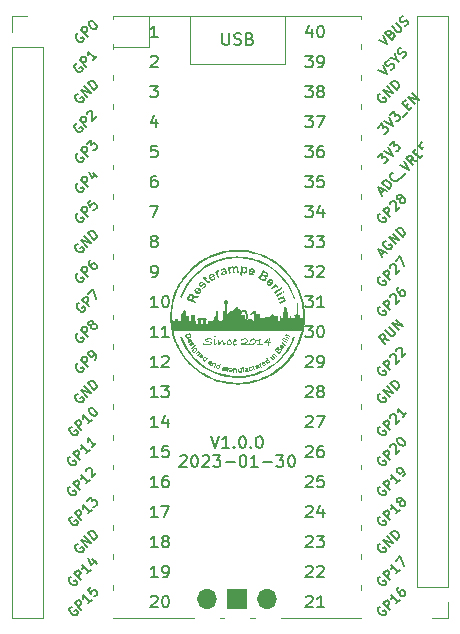
<source format=gbr>
%TF.GenerationSoftware,KiCad,Pcbnew,(6.0.11-0)*%
%TF.CreationDate,2023-01-30T18:50:33-05:00*%
%TF.ProjectId,Pico-Breakout,5069636f-2d42-4726-9561-6b6f75742e6b,1.0.0*%
%TF.SameCoordinates,Original*%
%TF.FileFunction,Legend,Top*%
%TF.FilePolarity,Positive*%
%FSLAX46Y46*%
G04 Gerber Fmt 4.6, Leading zero omitted, Abs format (unit mm)*
G04 Created by KiCad (PCBNEW (6.0.11-0)) date 2023-01-30 18:50:33*
%MOMM*%
%LPD*%
G01*
G04 APERTURE LIST*
%ADD10C,0.000000*%
%ADD11C,0.150000*%
%ADD12C,0.120000*%
%ADD13O,1.700000X1.700000*%
%ADD14R,1.700000X1.700000*%
G04 APERTURE END LIST*
D10*
G36*
X160611055Y-98341089D02*
G01*
X160613750Y-98341258D01*
X160616408Y-98341526D01*
X160619030Y-98341893D01*
X160621625Y-98342338D01*
X160624201Y-98342852D01*
X160626757Y-98343434D01*
X160629294Y-98344084D01*
X160631812Y-98344802D01*
X160634310Y-98345588D01*
X160636789Y-98346441D01*
X160639248Y-98347363D01*
X160641687Y-98348351D01*
X160644108Y-98349408D01*
X160646508Y-98350531D01*
X160648889Y-98351722D01*
X160651250Y-98352981D01*
X160653592Y-98354306D01*
X160655914Y-98355699D01*
X160658216Y-98357159D01*
X160660548Y-98358718D01*
X160662951Y-98360407D01*
X160665425Y-98362228D01*
X160667969Y-98364179D01*
X160670584Y-98366262D01*
X160673270Y-98368475D01*
X160678853Y-98373295D01*
X160684719Y-98378640D01*
X160690869Y-98384510D01*
X160697300Y-98390905D01*
X160704015Y-98397825D01*
X160851308Y-98551892D01*
X160785717Y-98614625D01*
X160664751Y-98488075D01*
X160655514Y-98478549D01*
X160646991Y-98470032D01*
X160639184Y-98462526D01*
X160632092Y-98456030D01*
X160625715Y-98450545D01*
X160622795Y-98448182D01*
X160620054Y-98446072D01*
X160617493Y-98444214D01*
X160615110Y-98442610D01*
X160612906Y-98441258D01*
X160610882Y-98440159D01*
X160608946Y-98439227D01*
X160607008Y-98438376D01*
X160605069Y-98437605D01*
X160603128Y-98436914D01*
X160601185Y-98436304D01*
X160599241Y-98435775D01*
X160597295Y-98435325D01*
X160595347Y-98434957D01*
X160593398Y-98434668D01*
X160591447Y-98434460D01*
X160589495Y-98434332D01*
X160587541Y-98434284D01*
X160585586Y-98434316D01*
X160583630Y-98434429D01*
X160581672Y-98434621D01*
X160579713Y-98434893D01*
X160577757Y-98435246D01*
X160575821Y-98435677D01*
X160573903Y-98436189D01*
X160572004Y-98436779D01*
X160570124Y-98437450D01*
X160568262Y-98438200D01*
X160566420Y-98439030D01*
X160564596Y-98439941D01*
X160562791Y-98440931D01*
X160561005Y-98442001D01*
X160559238Y-98443151D01*
X160557490Y-98444381D01*
X160555761Y-98445692D01*
X160554051Y-98447083D01*
X160552360Y-98448555D01*
X160550689Y-98450107D01*
X160548609Y-98452169D01*
X160546626Y-98454278D01*
X160544740Y-98456433D01*
X160542951Y-98458635D01*
X160541258Y-98460883D01*
X160539663Y-98463178D01*
X160538164Y-98465519D01*
X160536762Y-98467907D01*
X160535458Y-98470341D01*
X160534250Y-98472822D01*
X160533140Y-98475349D01*
X160532127Y-98477923D01*
X160531211Y-98480543D01*
X160530392Y-98483210D01*
X160529670Y-98485923D01*
X160529046Y-98488683D01*
X160528526Y-98491458D01*
X160528118Y-98494218D01*
X160527822Y-98496962D01*
X160527637Y-98499690D01*
X160527565Y-98502403D01*
X160527604Y-98505100D01*
X160527754Y-98507780D01*
X160528017Y-98510445D01*
X160528392Y-98513094D01*
X160528878Y-98515726D01*
X160529477Y-98518342D01*
X160530187Y-98520942D01*
X160531010Y-98523525D01*
X160531945Y-98526092D01*
X160532992Y-98528642D01*
X160534151Y-98531176D01*
X160535484Y-98533784D01*
X160537050Y-98536559D01*
X160538850Y-98539502D01*
X160540884Y-98542611D01*
X160543152Y-98545886D01*
X160545655Y-98549329D01*
X160548392Y-98552938D01*
X160551363Y-98556714D01*
X160554568Y-98560657D01*
X160558008Y-98564767D01*
X160565592Y-98573487D01*
X160574115Y-98582874D01*
X160583578Y-98592929D01*
X160690917Y-98705219D01*
X160625329Y-98767952D01*
X160388314Y-98520010D01*
X160449247Y-98461749D01*
X160484066Y-98498182D01*
X160483321Y-98489150D01*
X160483023Y-98480322D01*
X160483170Y-98471697D01*
X160483763Y-98463275D01*
X160484801Y-98455057D01*
X160486285Y-98447041D01*
X160488214Y-98439229D01*
X160490589Y-98431619D01*
X160493409Y-98424212D01*
X160496673Y-98417008D01*
X160500383Y-98410006D01*
X160504538Y-98403207D01*
X160509138Y-98396610D01*
X160514183Y-98390216D01*
X160519672Y-98384024D01*
X160525606Y-98378035D01*
X160528334Y-98375485D01*
X160531092Y-98373024D01*
X160533878Y-98370653D01*
X160536693Y-98368370D01*
X160539538Y-98366177D01*
X160542412Y-98364073D01*
X160545315Y-98362058D01*
X160548247Y-98360132D01*
X160551209Y-98358295D01*
X160554199Y-98356547D01*
X160557219Y-98354888D01*
X160560268Y-98353318D01*
X160563346Y-98351837D01*
X160566454Y-98350444D01*
X160569590Y-98349140D01*
X160572756Y-98347925D01*
X160575918Y-98346804D01*
X160579044Y-98345782D01*
X160582134Y-98344859D01*
X160585188Y-98344036D01*
X160588206Y-98343311D01*
X160591188Y-98342686D01*
X160594134Y-98342160D01*
X160597044Y-98341734D01*
X160599918Y-98341406D01*
X160602757Y-98341178D01*
X160605559Y-98341049D01*
X160608325Y-98341019D01*
X160611055Y-98341089D01*
G37*
G36*
X154030350Y-97663395D02*
G01*
X153960686Y-97710279D01*
X153909991Y-97634979D01*
X153979656Y-97588095D01*
X154030350Y-97663395D01*
G37*
G36*
X153496765Y-96595378D02*
G01*
X153559550Y-96758441D01*
X153564568Y-96771865D01*
X153569006Y-96784574D01*
X153572865Y-96796568D01*
X153576143Y-96807845D01*
X153578843Y-96818405D01*
X153580963Y-96828248D01*
X153582505Y-96837373D01*
X153583469Y-96845780D01*
X153583824Y-96851175D01*
X153584006Y-96856536D01*
X153584015Y-96861864D01*
X153583852Y-96867157D01*
X153583516Y-96872416D01*
X153583007Y-96877641D01*
X153582325Y-96882833D01*
X153581471Y-96887991D01*
X153580445Y-96893114D01*
X153579246Y-96898205D01*
X153577875Y-96903261D01*
X153576332Y-96908284D01*
X153574617Y-96913273D01*
X153572730Y-96918228D01*
X153570671Y-96923150D01*
X153568440Y-96928038D01*
X153566048Y-96932883D01*
X153563513Y-96937663D01*
X153560836Y-96942378D01*
X153558017Y-96947029D01*
X153555056Y-96951615D01*
X153551953Y-96956137D01*
X153548707Y-96960595D01*
X153545319Y-96964988D01*
X153541789Y-96969316D01*
X153538117Y-96973580D01*
X153534302Y-96977780D01*
X153530345Y-96981915D01*
X153526245Y-96985985D01*
X153522003Y-96989991D01*
X153517618Y-96993932D01*
X153513090Y-96997809D01*
X153508393Y-97001627D01*
X153503498Y-97005392D01*
X153498406Y-97009103D01*
X153493117Y-97012761D01*
X153487630Y-97016365D01*
X153481945Y-97019916D01*
X153476063Y-97023413D01*
X153469983Y-97026857D01*
X153463705Y-97030247D01*
X153457229Y-97033583D01*
X153450556Y-97036866D01*
X153443684Y-97040095D01*
X153436614Y-97043270D01*
X153429346Y-97046391D01*
X153421880Y-97049459D01*
X153414215Y-97052472D01*
X153400727Y-97057419D01*
X153387550Y-97061763D01*
X153374681Y-97065503D01*
X153362122Y-97068638D01*
X153349872Y-97071168D01*
X153337929Y-97073092D01*
X153332074Y-97073827D01*
X153326296Y-97074410D01*
X153320594Y-97074841D01*
X153314969Y-97075120D01*
X153308194Y-97075286D01*
X153301519Y-97075285D01*
X153294946Y-97075119D01*
X153288473Y-97074788D01*
X153282102Y-97074290D01*
X153275832Y-97073627D01*
X153269662Y-97072798D01*
X153263594Y-97071803D01*
X153257627Y-97070643D01*
X153251761Y-97069316D01*
X153245997Y-97067823D01*
X153240333Y-97066165D01*
X153234770Y-97064340D01*
X153229308Y-97062349D01*
X153223948Y-97060192D01*
X153218688Y-97057869D01*
X153214758Y-97055975D01*
X153210857Y-97053924D01*
X153206985Y-97051716D01*
X153203141Y-97049351D01*
X153199326Y-97046830D01*
X153195539Y-97044151D01*
X153191781Y-97041316D01*
X153188052Y-97038323D01*
X153184352Y-97035174D01*
X153180681Y-97031868D01*
X153177039Y-97028405D01*
X153173425Y-97024785D01*
X153169841Y-97021008D01*
X153166285Y-97017074D01*
X153162759Y-97012984D01*
X153159262Y-97008736D01*
X153156679Y-97005405D01*
X153154109Y-97001889D01*
X153151552Y-96998189D01*
X153149008Y-96994305D01*
X153146478Y-96990237D01*
X153143961Y-96985986D01*
X153141456Y-96981550D01*
X153138966Y-96976930D01*
X153136488Y-96972127D01*
X153134024Y-96967139D01*
X153131573Y-96961968D01*
X153129136Y-96956613D01*
X153126712Y-96951074D01*
X153124302Y-96945352D01*
X153119522Y-96933357D01*
X153078203Y-96826042D01*
X153163682Y-96826042D01*
X153189345Y-96892637D01*
X153192879Y-96901633D01*
X153196295Y-96909927D01*
X153199595Y-96917519D01*
X153202776Y-96924410D01*
X153205840Y-96930601D01*
X153208786Y-96936091D01*
X153211613Y-96940882D01*
X153214322Y-96944972D01*
X153216062Y-96947383D01*
X153217839Y-96949713D01*
X153219654Y-96951964D01*
X153221505Y-96954134D01*
X153223393Y-96956225D01*
X153225318Y-96958235D01*
X153227280Y-96960165D01*
X153229278Y-96962015D01*
X153231313Y-96963784D01*
X153233385Y-96965473D01*
X153235492Y-96967082D01*
X153237637Y-96968610D01*
X153239817Y-96970058D01*
X153242034Y-96971425D01*
X153244286Y-96972712D01*
X153246575Y-96973918D01*
X153248940Y-96975038D01*
X153251419Y-96976067D01*
X153254014Y-96977004D01*
X153256725Y-96977851D01*
X153259550Y-96978605D01*
X153262491Y-96979269D01*
X153265547Y-96979840D01*
X153268718Y-96980320D01*
X153272004Y-96980709D01*
X153275404Y-96981005D01*
X153278920Y-96981209D01*
X153282551Y-96981322D01*
X153286297Y-96981342D01*
X153290157Y-96981270D01*
X153294132Y-96981106D01*
X153298222Y-96980850D01*
X153302440Y-96980484D01*
X153306798Y-96979983D01*
X153311298Y-96979346D01*
X153315938Y-96978573D01*
X153320719Y-96977665D01*
X153325641Y-96976621D01*
X153335908Y-96974126D01*
X153346740Y-96971089D01*
X153358136Y-96967511D01*
X153370097Y-96963391D01*
X153382624Y-96958731D01*
X153395007Y-96953802D01*
X153406540Y-96948878D01*
X153417220Y-96943958D01*
X153427047Y-96939042D01*
X153436021Y-96934130D01*
X153444142Y-96929222D01*
X153447881Y-96926769D01*
X153451407Y-96924316D01*
X153454719Y-96921864D01*
X153457818Y-96919413D01*
X153460752Y-96916952D01*
X153463570Y-96914471D01*
X153466273Y-96911969D01*
X153468860Y-96909447D01*
X153471332Y-96906905D01*
X153473688Y-96904342D01*
X153475928Y-96901759D01*
X153478052Y-96899156D01*
X153480061Y-96896533D01*
X153481953Y-96893889D01*
X153483729Y-96891226D01*
X153485389Y-96888542D01*
X153486933Y-96885839D01*
X153488360Y-96883115D01*
X153489671Y-96880372D01*
X153490865Y-96877609D01*
X153491949Y-96874817D01*
X153492930Y-96871986D01*
X153493807Y-96869117D01*
X153494580Y-96866209D01*
X153495250Y-96863263D01*
X153495816Y-96860278D01*
X153496278Y-96857255D01*
X153496636Y-96854194D01*
X153496890Y-96851094D01*
X153497041Y-96847955D01*
X153497088Y-96844778D01*
X153497030Y-96841563D01*
X153496869Y-96838309D01*
X153496603Y-96835017D01*
X153496234Y-96831686D01*
X153495760Y-96828317D01*
X153495318Y-96825643D01*
X153494734Y-96822702D01*
X153493145Y-96816018D01*
X153490993Y-96808265D01*
X153488279Y-96799441D01*
X153485001Y-96789547D01*
X153481160Y-96778583D01*
X153476756Y-96766547D01*
X153471789Y-96753440D01*
X153456363Y-96713356D01*
X153163682Y-96826042D01*
X153078203Y-96826042D01*
X153054884Y-96765478D01*
X153496765Y-96595378D01*
G37*
G36*
X155505694Y-99129425D02*
G01*
X155483336Y-99174589D01*
X155491567Y-99170810D01*
X155499761Y-99167517D01*
X155507916Y-99164713D01*
X155516033Y-99162396D01*
X155524112Y-99160566D01*
X155532153Y-99159224D01*
X155540155Y-99158370D01*
X155548119Y-99158003D01*
X155556045Y-99158124D01*
X155563932Y-99158733D01*
X155571781Y-99159830D01*
X155579590Y-99161414D01*
X155587362Y-99163487D01*
X155595094Y-99166047D01*
X155602787Y-99169095D01*
X155610441Y-99172631D01*
X155613768Y-99174327D01*
X155617021Y-99176080D01*
X155620200Y-99177892D01*
X155623306Y-99179760D01*
X155626338Y-99181687D01*
X155629296Y-99183671D01*
X155632181Y-99185712D01*
X155634992Y-99187812D01*
X155637730Y-99189969D01*
X155640394Y-99192184D01*
X155642985Y-99194456D01*
X155645502Y-99196786D01*
X155647946Y-99199174D01*
X155650317Y-99201620D01*
X155652615Y-99204123D01*
X155654839Y-99206684D01*
X155656974Y-99209278D01*
X155659003Y-99211871D01*
X155660925Y-99214464D01*
X155662743Y-99217056D01*
X155664454Y-99219648D01*
X155666060Y-99222239D01*
X155667560Y-99224830D01*
X155668954Y-99227420D01*
X155670244Y-99230009D01*
X155671428Y-99232598D01*
X155672506Y-99235186D01*
X155673480Y-99237773D01*
X155674348Y-99240360D01*
X155675111Y-99242946D01*
X155675769Y-99245532D01*
X155676323Y-99248117D01*
X155676784Y-99250709D01*
X155677175Y-99253306D01*
X155677496Y-99255908D01*
X155677747Y-99258515D01*
X155677928Y-99261126D01*
X155678039Y-99263742D01*
X155678081Y-99266363D01*
X155678052Y-99268989D01*
X155677954Y-99271620D01*
X155677786Y-99274255D01*
X155677549Y-99276894D01*
X155677242Y-99279538D01*
X155676865Y-99282187D01*
X155676419Y-99284840D01*
X155675903Y-99287497D01*
X155675317Y-99290159D01*
X155674648Y-99292879D01*
X155673880Y-99295712D01*
X155672048Y-99301712D01*
X155669820Y-99308161D01*
X155667198Y-99315056D01*
X155664180Y-99322398D01*
X155660766Y-99330186D01*
X155656955Y-99338419D01*
X155652749Y-99347097D01*
X155558160Y-99538126D01*
X155476827Y-99497883D01*
X155554483Y-99340985D01*
X155560291Y-99329043D01*
X155565392Y-99318120D01*
X155569786Y-99308217D01*
X155573473Y-99299333D01*
X155576453Y-99291469D01*
X155578727Y-99284624D01*
X155580293Y-99278799D01*
X155580811Y-99276268D01*
X155581152Y-99273993D01*
X155581367Y-99271857D01*
X155581507Y-99269748D01*
X155581571Y-99267663D01*
X155581558Y-99265604D01*
X155581470Y-99263571D01*
X155581306Y-99261564D01*
X155581066Y-99259582D01*
X155580749Y-99257625D01*
X155580356Y-99255695D01*
X155579887Y-99253790D01*
X155579341Y-99251911D01*
X155578719Y-99250058D01*
X155578020Y-99248230D01*
X155577245Y-99246429D01*
X155576393Y-99244654D01*
X155575464Y-99242904D01*
X155574467Y-99241186D01*
X155573401Y-99239512D01*
X155572267Y-99237884D01*
X155571064Y-99236301D01*
X155569792Y-99234763D01*
X155568451Y-99233270D01*
X155567041Y-99231822D01*
X155565562Y-99230419D01*
X155564015Y-99229061D01*
X155562398Y-99227748D01*
X155560713Y-99226480D01*
X155558959Y-99225257D01*
X155557136Y-99224079D01*
X155555244Y-99222945D01*
X155553284Y-99221856D01*
X155551254Y-99220812D01*
X155548609Y-99219561D01*
X155545953Y-99218416D01*
X155543286Y-99217378D01*
X155540608Y-99216447D01*
X155537919Y-99215623D01*
X155535219Y-99214906D01*
X155532508Y-99214297D01*
X155529786Y-99213794D01*
X155527054Y-99213399D01*
X155524310Y-99213111D01*
X155521556Y-99212930D01*
X155518791Y-99212857D01*
X155516015Y-99212892D01*
X155513229Y-99213034D01*
X155510432Y-99213284D01*
X155507625Y-99213642D01*
X155504834Y-99214098D01*
X155502097Y-99214655D01*
X155499414Y-99215311D01*
X155496785Y-99216068D01*
X155494209Y-99216924D01*
X155491687Y-99217880D01*
X155489219Y-99218935D01*
X155486805Y-99220091D01*
X155484445Y-99221346D01*
X155482138Y-99222702D01*
X155479884Y-99224157D01*
X155477684Y-99225712D01*
X155475538Y-99227366D01*
X155473445Y-99229121D01*
X155471405Y-99230975D01*
X155469419Y-99232930D01*
X155467421Y-99235068D01*
X155465346Y-99237484D01*
X155463194Y-99240178D01*
X155460965Y-99243149D01*
X155458660Y-99246399D01*
X155456277Y-99249926D01*
X155453818Y-99253731D01*
X155451282Y-99257814D01*
X155448668Y-99262175D01*
X155445978Y-99266813D01*
X155443211Y-99271730D01*
X155440368Y-99276924D01*
X155434449Y-99288145D01*
X155428223Y-99300478D01*
X155359326Y-99439701D01*
X155277966Y-99399432D01*
X155430128Y-99092039D01*
X155505694Y-99129425D01*
G37*
G36*
X161659511Y-96720563D02*
G01*
X161662184Y-96720700D01*
X161664869Y-96720907D01*
X161667564Y-96721184D01*
X161670272Y-96721531D01*
X161675939Y-96722463D01*
X161682084Y-96723748D01*
X161688708Y-96725388D01*
X161695811Y-96727382D01*
X161703393Y-96729729D01*
X161711453Y-96732429D01*
X161719992Y-96735482D01*
X161729011Y-96738887D01*
X161927793Y-96815829D01*
X161895035Y-96900470D01*
X161731789Y-96837287D01*
X161719379Y-96832581D01*
X161708046Y-96828487D01*
X161697790Y-96825002D01*
X161688612Y-96822130D01*
X161680511Y-96819868D01*
X161673489Y-96818218D01*
X161667544Y-96817181D01*
X161664977Y-96816891D01*
X161662679Y-96816755D01*
X161660528Y-96816737D01*
X161658409Y-96816791D01*
X161656323Y-96816918D01*
X161654270Y-96817118D01*
X161652250Y-96817391D01*
X161650263Y-96817736D01*
X161648309Y-96818155D01*
X161646387Y-96818647D01*
X161644499Y-96819211D01*
X161642643Y-96819850D01*
X161640820Y-96820561D01*
X161639030Y-96821346D01*
X161637273Y-96822204D01*
X161635549Y-96823136D01*
X161633858Y-96824142D01*
X161632200Y-96825221D01*
X161630583Y-96826369D01*
X161629016Y-96827583D01*
X161627500Y-96828860D01*
X161626034Y-96830202D01*
X161624619Y-96831609D01*
X161623255Y-96833079D01*
X161621941Y-96834615D01*
X161620677Y-96836215D01*
X161619465Y-96837879D01*
X161618304Y-96839608D01*
X161617193Y-96841401D01*
X161616134Y-96843259D01*
X161615125Y-96845182D01*
X161614168Y-96847168D01*
X161613262Y-96849220D01*
X161612408Y-96851336D01*
X161611395Y-96854085D01*
X161610492Y-96856835D01*
X161609696Y-96859586D01*
X161609009Y-96862339D01*
X161608430Y-96865092D01*
X161607960Y-96867847D01*
X161607597Y-96870603D01*
X161607342Y-96873359D01*
X161607195Y-96876117D01*
X161607156Y-96878875D01*
X161607225Y-96881634D01*
X161607401Y-96884394D01*
X161607685Y-96887155D01*
X161608076Y-96889917D01*
X161608575Y-96892679D01*
X161609182Y-96895442D01*
X161609889Y-96898179D01*
X161610691Y-96900854D01*
X161611588Y-96903467D01*
X161612579Y-96906018D01*
X161613665Y-96908507D01*
X161614845Y-96910934D01*
X161616120Y-96913298D01*
X161617489Y-96915600D01*
X161618952Y-96917840D01*
X161620510Y-96920017D01*
X161622161Y-96922132D01*
X161623907Y-96924184D01*
X161625747Y-96926174D01*
X161627680Y-96928102D01*
X161629708Y-96929967D01*
X161631829Y-96931769D01*
X161634143Y-96933566D01*
X161636740Y-96935413D01*
X161639620Y-96937311D01*
X161642783Y-96939261D01*
X161646228Y-96941261D01*
X161649957Y-96943313D01*
X161653969Y-96945417D01*
X161658264Y-96947571D01*
X161662842Y-96949777D01*
X161667703Y-96952035D01*
X161678275Y-96956705D01*
X161689980Y-96961583D01*
X161702817Y-96966668D01*
X161847703Y-97022759D01*
X161814947Y-97107399D01*
X161495066Y-96983575D01*
X161525493Y-96904967D01*
X161572483Y-96923144D01*
X161567975Y-96915288D01*
X161563956Y-96907425D01*
X161560427Y-96899557D01*
X161557386Y-96891683D01*
X161554836Y-96883802D01*
X161552774Y-96875916D01*
X161551202Y-96868024D01*
X161550118Y-96860127D01*
X161549525Y-96852224D01*
X161549420Y-96844315D01*
X161549805Y-96836401D01*
X161550679Y-96828482D01*
X161552042Y-96820557D01*
X161553895Y-96812627D01*
X161556236Y-96804693D01*
X161559067Y-96796753D01*
X161560454Y-96793284D01*
X161561905Y-96789884D01*
X161563421Y-96786552D01*
X161565001Y-96783288D01*
X161566646Y-96780093D01*
X161568355Y-96776966D01*
X161570129Y-96773907D01*
X161571967Y-96770916D01*
X161573869Y-96767993D01*
X161575837Y-96765139D01*
X161577868Y-96762353D01*
X161579964Y-96759635D01*
X161582125Y-96756985D01*
X161584350Y-96754403D01*
X161586639Y-96751890D01*
X161588993Y-96749445D01*
X161591379Y-96747087D01*
X161593774Y-96744834D01*
X161596179Y-96742686D01*
X161598593Y-96740644D01*
X161601016Y-96738707D01*
X161603449Y-96736875D01*
X161605892Y-96735148D01*
X161608344Y-96733527D01*
X161610805Y-96732011D01*
X161613277Y-96730599D01*
X161615758Y-96729293D01*
X161618249Y-96728092D01*
X161620749Y-96726995D01*
X161623260Y-96726004D01*
X161625780Y-96725118D01*
X161628310Y-96724336D01*
X161630850Y-96723641D01*
X161633401Y-96723015D01*
X161635963Y-96722458D01*
X161638535Y-96721970D01*
X161641118Y-96721552D01*
X161643713Y-96721202D01*
X161646318Y-96720922D01*
X161648934Y-96720711D01*
X161651561Y-96720570D01*
X161654200Y-96720498D01*
X161656850Y-96720496D01*
X161659511Y-96720563D01*
G37*
G36*
X160554525Y-98827377D02*
G01*
X160485258Y-98886008D01*
X160263669Y-98624176D01*
X160332937Y-98565544D01*
X160554525Y-98827377D01*
G37*
G36*
X159856872Y-98967949D02*
G01*
X159858108Y-98960479D01*
X159859683Y-98953207D01*
X159861598Y-98946134D01*
X159863851Y-98939261D01*
X159866444Y-98932586D01*
X159869376Y-98926110D01*
X159872646Y-98919834D01*
X159876256Y-98913756D01*
X159880204Y-98907878D01*
X159884491Y-98902199D01*
X159889117Y-98896718D01*
X159894082Y-98891437D01*
X159899386Y-98886355D01*
X159905028Y-98881472D01*
X159911009Y-98876788D01*
X159917329Y-98872303D01*
X159923336Y-98868463D01*
X159929453Y-98865001D01*
X159935679Y-98861917D01*
X159942014Y-98859210D01*
X159948458Y-98856881D01*
X159955011Y-98854929D01*
X159961672Y-98853355D01*
X159968443Y-98852158D01*
X159975322Y-98851338D01*
X159982311Y-98850896D01*
X159989408Y-98850831D01*
X159996614Y-98851143D01*
X160003928Y-98851832D01*
X160011351Y-98852898D01*
X160018883Y-98854342D01*
X160026523Y-98856163D01*
X159930981Y-98714902D01*
X160006177Y-98664075D01*
X160271395Y-99056294D01*
X160201571Y-99103522D01*
X160173340Y-99061770D01*
X160173169Y-99066253D01*
X160172882Y-99070672D01*
X160172479Y-99075026D01*
X160171962Y-99079317D01*
X160171329Y-99083544D01*
X160170581Y-99087706D01*
X160169718Y-99091805D01*
X160168740Y-99095839D01*
X160167647Y-99099809D01*
X160166438Y-99103715D01*
X160165115Y-99107557D01*
X160163677Y-99111334D01*
X160162125Y-99115047D01*
X160160457Y-99118696D01*
X160158674Y-99122280D01*
X160156777Y-99125800D01*
X160154794Y-99129242D01*
X160152745Y-99132594D01*
X160150629Y-99135855D01*
X160148447Y-99139026D01*
X160146199Y-99142106D01*
X160143884Y-99145096D01*
X160141503Y-99147995D01*
X160139056Y-99150803D01*
X160136542Y-99153521D01*
X160133962Y-99156148D01*
X160131316Y-99158685D01*
X160128603Y-99161132D01*
X160125824Y-99163487D01*
X160122979Y-99165753D01*
X160120067Y-99167927D01*
X160117089Y-99170012D01*
X160110918Y-99173958D01*
X160104648Y-99177521D01*
X160098280Y-99180702D01*
X160091813Y-99183501D01*
X160085248Y-99185917D01*
X160078583Y-99187951D01*
X160071821Y-99189602D01*
X160064959Y-99190871D01*
X160058000Y-99191757D01*
X160050941Y-99192262D01*
X160043784Y-99192384D01*
X160036528Y-99192124D01*
X160029174Y-99191482D01*
X160021722Y-99190458D01*
X160014170Y-99189051D01*
X160006521Y-99187263D01*
X159998875Y-99185065D01*
X159991338Y-99182439D01*
X159983908Y-99179385D01*
X159976586Y-99175903D01*
X159969373Y-99171993D01*
X159962267Y-99167656D01*
X159955268Y-99162891D01*
X159948378Y-99157699D01*
X159941596Y-99152079D01*
X159934921Y-99146031D01*
X159928355Y-99139556D01*
X159921896Y-99132654D01*
X159915546Y-99125324D01*
X159909303Y-99117567D01*
X159903168Y-99109382D01*
X159897141Y-99100770D01*
X159891259Y-99091782D01*
X159885825Y-99082886D01*
X159880841Y-99074081D01*
X159876305Y-99065369D01*
X159872218Y-99056747D01*
X159868580Y-99048218D01*
X159865391Y-99039780D01*
X159862650Y-99031433D01*
X159860358Y-99023178D01*
X159858514Y-99015014D01*
X159857119Y-99006942D01*
X159856173Y-98998961D01*
X159855675Y-98991071D01*
X159855625Y-98983272D01*
X159855976Y-98976505D01*
X159945168Y-98976505D01*
X159945338Y-98980861D01*
X159945760Y-98985285D01*
X159946434Y-98989779D01*
X159947361Y-98994342D01*
X159948540Y-98998974D01*
X159949971Y-99003675D01*
X159951655Y-99008444D01*
X159953592Y-99013283D01*
X159955780Y-99018190D01*
X159958222Y-99023166D01*
X159960915Y-99028210D01*
X159963861Y-99033322D01*
X159967059Y-99038503D01*
X159970510Y-99043753D01*
X159974337Y-99049306D01*
X159978130Y-99054597D01*
X159981888Y-99059625D01*
X159985611Y-99064390D01*
X159989299Y-99068892D01*
X159992953Y-99073131D01*
X159996572Y-99077107D01*
X160000157Y-99080821D01*
X160003706Y-99084271D01*
X160007221Y-99087458D01*
X160010701Y-99090383D01*
X160014147Y-99093044D01*
X160017557Y-99095443D01*
X160020933Y-99097579D01*
X160024274Y-99099452D01*
X160027581Y-99101062D01*
X160032322Y-99103052D01*
X160037020Y-99104735D01*
X160041676Y-99106113D01*
X160046289Y-99107184D01*
X160050859Y-99107948D01*
X160055387Y-99108406D01*
X160059872Y-99108558D01*
X160064315Y-99108404D01*
X160068715Y-99107943D01*
X160073073Y-99107176D01*
X160077388Y-99106102D01*
X160081661Y-99104723D01*
X160085892Y-99103036D01*
X160090080Y-99101044D01*
X160094226Y-99098745D01*
X160098330Y-99096140D01*
X160101486Y-99093877D01*
X160104464Y-99091483D01*
X160107265Y-99088958D01*
X160109889Y-99086302D01*
X160112335Y-99083515D01*
X160114604Y-99080598D01*
X160116696Y-99077549D01*
X160118610Y-99074368D01*
X160120347Y-99071057D01*
X160121907Y-99067615D01*
X160123289Y-99064041D01*
X160124494Y-99060336D01*
X160125522Y-99056499D01*
X160126372Y-99052532D01*
X160127045Y-99048433D01*
X160127541Y-99044202D01*
X160127824Y-99039869D01*
X160127849Y-99035461D01*
X160127616Y-99030979D01*
X160127125Y-99026423D01*
X160126376Y-99021792D01*
X160125370Y-99017087D01*
X160124105Y-99012308D01*
X160122583Y-99007455D01*
X160120804Y-99002528D01*
X160118767Y-98997526D01*
X160116472Y-98992451D01*
X160113920Y-98987302D01*
X160111110Y-98982078D01*
X160108043Y-98976781D01*
X160104718Y-98971410D01*
X160101136Y-98965965D01*
X160097002Y-98959997D01*
X160092874Y-98954337D01*
X160088754Y-98948984D01*
X160084640Y-98943939D01*
X160080533Y-98939201D01*
X160076433Y-98934771D01*
X160072340Y-98930648D01*
X160068254Y-98926833D01*
X160064174Y-98923326D01*
X160060102Y-98920126D01*
X160056036Y-98917234D01*
X160051977Y-98914649D01*
X160047925Y-98912372D01*
X160043880Y-98910403D01*
X160039841Y-98908741D01*
X160035810Y-98907386D01*
X160031800Y-98906296D01*
X160027826Y-98905427D01*
X160023890Y-98904778D01*
X160019989Y-98904350D01*
X160016126Y-98904143D01*
X160012299Y-98904157D01*
X160008508Y-98904391D01*
X160004754Y-98904846D01*
X160001037Y-98905522D01*
X159997356Y-98906419D01*
X159993712Y-98907537D01*
X159990104Y-98908875D01*
X159986533Y-98910434D01*
X159982999Y-98912214D01*
X159979501Y-98914214D01*
X159976040Y-98916436D01*
X159972782Y-98918758D01*
X159969705Y-98921200D01*
X159966809Y-98923763D01*
X159964093Y-98926446D01*
X159961559Y-98929249D01*
X159959205Y-98932172D01*
X159957032Y-98935216D01*
X159955039Y-98938379D01*
X159953227Y-98941662D01*
X159951595Y-98945066D01*
X159950143Y-98948589D01*
X159948872Y-98952232D01*
X159947780Y-98955995D01*
X159946869Y-98959877D01*
X159946138Y-98963880D01*
X159945586Y-98968002D01*
X159945251Y-98972219D01*
X159945168Y-98976505D01*
X159855976Y-98976505D01*
X159856024Y-98975565D01*
X159856872Y-98967949D01*
G37*
G36*
X156385976Y-97526582D02*
G01*
X156385842Y-97526560D01*
X156385711Y-97526534D01*
X156385673Y-97526525D01*
X156385651Y-97526517D01*
X156385646Y-97526514D01*
X156385646Y-97526511D01*
X156385657Y-97526507D01*
X156385726Y-97526502D01*
X156386042Y-97526500D01*
X156385976Y-97526582D01*
G37*
G36*
X159505149Y-99133399D02*
G01*
X159509249Y-99133583D01*
X159513390Y-99133896D01*
X159522227Y-99217399D01*
X159518875Y-99217009D01*
X159515596Y-99216713D01*
X159512391Y-99216511D01*
X159509259Y-99216402D01*
X159506200Y-99216387D01*
X159503214Y-99216465D01*
X159500301Y-99216637D01*
X159497462Y-99216903D01*
X159494695Y-99217262D01*
X159492002Y-99217715D01*
X159489382Y-99218262D01*
X159486835Y-99218902D01*
X159484361Y-99219636D01*
X159481961Y-99220463D01*
X159479634Y-99221385D01*
X159477379Y-99222400D01*
X159475270Y-99223458D01*
X159473236Y-99224571D01*
X159471279Y-99225738D01*
X159469398Y-99226959D01*
X159467593Y-99228234D01*
X159465864Y-99229563D01*
X159464212Y-99230947D01*
X159462636Y-99232384D01*
X159461136Y-99233876D01*
X159459713Y-99235422D01*
X159458366Y-99237023D01*
X159457095Y-99238677D01*
X159455901Y-99240387D01*
X159454782Y-99242150D01*
X159453740Y-99243969D01*
X159452775Y-99245842D01*
X159451896Y-99247792D01*
X159451114Y-99249841D01*
X159450429Y-99251991D01*
X159449842Y-99254241D01*
X159449353Y-99256590D01*
X159448960Y-99259040D01*
X159448666Y-99261590D01*
X159448468Y-99264240D01*
X159448368Y-99266990D01*
X159448365Y-99269840D01*
X159448460Y-99272790D01*
X159448652Y-99275841D01*
X159448941Y-99278992D01*
X159449327Y-99282244D01*
X159449811Y-99285595D01*
X159450393Y-99289048D01*
X159451146Y-99292754D01*
X159452156Y-99296857D01*
X159453423Y-99301358D01*
X159454946Y-99306257D01*
X159456726Y-99311553D01*
X159458762Y-99317247D01*
X159463605Y-99329827D01*
X159469473Y-99343996D01*
X159476367Y-99359756D01*
X159484285Y-99377106D01*
X159493229Y-99396045D01*
X159539001Y-99491560D01*
X159457139Y-99530771D01*
X159308947Y-99221447D01*
X159384960Y-99185040D01*
X159406048Y-99229014D01*
X159407288Y-99219246D01*
X159408726Y-99210202D01*
X159410361Y-99201881D01*
X159412193Y-99194284D01*
X159413182Y-99190757D01*
X159414220Y-99187410D01*
X159415307Y-99184244D01*
X159416443Y-99181259D01*
X159417628Y-99178454D01*
X159418861Y-99175830D01*
X159420143Y-99173386D01*
X159421473Y-99171123D01*
X159422862Y-99168986D01*
X159424322Y-99166909D01*
X159425851Y-99164893D01*
X159427451Y-99162938D01*
X159429121Y-99161045D01*
X159430860Y-99159212D01*
X159432670Y-99157441D01*
X159434550Y-99155731D01*
X159436500Y-99154082D01*
X159438520Y-99152495D01*
X159440610Y-99150969D01*
X159442771Y-99149505D01*
X159445001Y-99148103D01*
X159447301Y-99146763D01*
X159449672Y-99145484D01*
X159452112Y-99144268D01*
X159455631Y-99142660D01*
X159459190Y-99141179D01*
X159462792Y-99139827D01*
X159466434Y-99138603D01*
X159470119Y-99137506D01*
X159473845Y-99136537D01*
X159477612Y-99135697D01*
X159481422Y-99134984D01*
X159485272Y-99134400D01*
X159489164Y-99133943D01*
X159493098Y-99133615D01*
X159497074Y-99133414D01*
X159501090Y-99133342D01*
X159505149Y-99133399D01*
G37*
G36*
X155596464Y-96805330D02*
G01*
X155604970Y-96807879D01*
X155612889Y-96810564D01*
X155620222Y-96813387D01*
X155626968Y-96816351D01*
X155633128Y-96819456D01*
X155638701Y-96822704D01*
X155643687Y-96826098D01*
X155648086Y-96829638D01*
X155651900Y-96833326D01*
X155655126Y-96837164D01*
X155657766Y-96841155D01*
X155659819Y-96845298D01*
X155660625Y-96847428D01*
X155661285Y-96849596D01*
X155661799Y-96851804D01*
X155662165Y-96854052D01*
X155662459Y-96858665D01*
X155662392Y-96860358D01*
X155662308Y-96861196D01*
X155662190Y-96862027D01*
X155662038Y-96862852D01*
X155661851Y-96863672D01*
X155661630Y-96864486D01*
X155661374Y-96865295D01*
X155661083Y-96866100D01*
X155660757Y-96866899D01*
X155659999Y-96868484D01*
X155659097Y-96870052D01*
X155658050Y-96871606D01*
X155656857Y-96873146D01*
X155655515Y-96874674D01*
X155654023Y-96876193D01*
X155652379Y-96877703D01*
X155650583Y-96879207D01*
X155648631Y-96880705D01*
X155646522Y-96882200D01*
X155644256Y-96883694D01*
X155644256Y-96885969D01*
X155641509Y-96889089D01*
X155638816Y-96892047D01*
X155636176Y-96894841D01*
X155633590Y-96897471D01*
X155631056Y-96899934D01*
X155628577Y-96902229D01*
X155626150Y-96904353D01*
X155623777Y-96906306D01*
X155621457Y-96908086D01*
X155619191Y-96909690D01*
X155616977Y-96911118D01*
X155614818Y-96912368D01*
X155612711Y-96913438D01*
X155610658Y-96914326D01*
X155608658Y-96915030D01*
X155606711Y-96915550D01*
X155589646Y-96936029D01*
X155578268Y-96950819D01*
X155552102Y-96957645D01*
X155540725Y-96973573D01*
X155522521Y-96982675D01*
X155492941Y-97008842D01*
X155474737Y-96991777D01*
X155478150Y-96963333D01*
X155490665Y-96942855D01*
X155490932Y-96940949D01*
X155491307Y-96939069D01*
X155491793Y-96937215D01*
X155492390Y-96935389D01*
X155493100Y-96933589D01*
X155493925Y-96931816D01*
X155494867Y-96930069D01*
X155495927Y-96928349D01*
X155497107Y-96926656D01*
X155498409Y-96924989D01*
X155499834Y-96923349D01*
X155501384Y-96921736D01*
X155503061Y-96920150D01*
X155504866Y-96918590D01*
X155506801Y-96917056D01*
X155508868Y-96915550D01*
X155508868Y-96910999D01*
X155515694Y-96906449D01*
X155516833Y-96889383D01*
X155535036Y-96884832D01*
X155535036Y-96874592D01*
X155548688Y-96872317D01*
X155549356Y-96869584D01*
X155550079Y-96866933D01*
X155550863Y-96864365D01*
X155551711Y-96861882D01*
X155552624Y-96859486D01*
X155553608Y-96857178D01*
X155554665Y-96854960D01*
X155555799Y-96852834D01*
X155557013Y-96850801D01*
X155558310Y-96848863D01*
X155559694Y-96847022D01*
X155561168Y-96845279D01*
X155562735Y-96843635D01*
X155564398Y-96842094D01*
X155566162Y-96840656D01*
X155568029Y-96839323D01*
X155571442Y-96837048D01*
X155578268Y-96830222D01*
X155587371Y-96802917D01*
X155596464Y-96805330D01*
G37*
G36*
X153851667Y-92982837D02*
G01*
X153854257Y-92970516D01*
X153857529Y-92958285D01*
X153861484Y-92946143D01*
X153866121Y-92934090D01*
X153871441Y-92922126D01*
X153877444Y-92910251D01*
X153884129Y-92898464D01*
X153891497Y-92886767D01*
X153900310Y-92874031D01*
X153909436Y-92861998D01*
X153918874Y-92850668D01*
X153928624Y-92840040D01*
X153938686Y-92830114D01*
X153949061Y-92820892D01*
X153959748Y-92812372D01*
X153970746Y-92804554D01*
X153982057Y-92797439D01*
X153993679Y-92791027D01*
X154005614Y-92785317D01*
X154017860Y-92780310D01*
X154030417Y-92776005D01*
X154043286Y-92772403D01*
X154056467Y-92769504D01*
X154069958Y-92767307D01*
X154083730Y-92765899D01*
X154097749Y-92765364D01*
X154112015Y-92765702D01*
X154126529Y-92766915D01*
X154141291Y-92769001D01*
X154156300Y-92771960D01*
X154171558Y-92775793D01*
X154187063Y-92780500D01*
X154202817Y-92786080D01*
X154218818Y-92792533D01*
X154235068Y-92799860D01*
X154251566Y-92808060D01*
X154268312Y-92817133D01*
X154285307Y-92827080D01*
X154302550Y-92837900D01*
X154320042Y-92849593D01*
X154114276Y-93160584D01*
X154121261Y-93164814D01*
X154128196Y-93168704D01*
X154135082Y-93172253D01*
X154141918Y-93175461D01*
X154148704Y-93178329D01*
X154155440Y-93180856D01*
X154162127Y-93183043D01*
X154168764Y-93184889D01*
X154175350Y-93186394D01*
X154181887Y-93187559D01*
X154188374Y-93188382D01*
X154194811Y-93188865D01*
X154201198Y-93189007D01*
X154207534Y-93188808D01*
X154213821Y-93188267D01*
X154220057Y-93187386D01*
X154226189Y-93186205D01*
X154232154Y-93184753D01*
X154237952Y-93183032D01*
X154243582Y-93181042D01*
X154249045Y-93178781D01*
X154254341Y-93176252D01*
X154259469Y-93173452D01*
X154264430Y-93170383D01*
X154269225Y-93167045D01*
X154273852Y-93163437D01*
X154278312Y-93159560D01*
X154282605Y-93155414D01*
X154286731Y-93150998D01*
X154290691Y-93146314D01*
X154294483Y-93141359D01*
X154298109Y-93136136D01*
X154300434Y-93132490D01*
X154302587Y-93128834D01*
X154304569Y-93125168D01*
X154306378Y-93121492D01*
X154308016Y-93117806D01*
X154309482Y-93114110D01*
X154310775Y-93110404D01*
X154311897Y-93106688D01*
X154312846Y-93102963D01*
X154313624Y-93099227D01*
X154314229Y-93095481D01*
X154314662Y-93091726D01*
X154314923Y-93087961D01*
X154315011Y-93084185D01*
X154314927Y-93080400D01*
X154314671Y-93076605D01*
X154314227Y-93072792D01*
X154313581Y-93068955D01*
X154312732Y-93065093D01*
X154311681Y-93061207D01*
X154310426Y-93057295D01*
X154308970Y-93053360D01*
X154307311Y-93049399D01*
X154305450Y-93045414D01*
X154303387Y-93041405D01*
X154301122Y-93037371D01*
X154298655Y-93033312D01*
X154295986Y-93029229D01*
X154293115Y-93025122D01*
X154290042Y-93020991D01*
X154286768Y-93016835D01*
X154283291Y-93012655D01*
X154385897Y-92902694D01*
X154392232Y-92911326D01*
X154398170Y-92920005D01*
X154403712Y-92928734D01*
X154408857Y-92937510D01*
X154413605Y-92946334D01*
X154417956Y-92955207D01*
X154421911Y-92964128D01*
X154425469Y-92973097D01*
X154428630Y-92982114D01*
X154431395Y-92991179D01*
X154433764Y-93000292D01*
X154435736Y-93009453D01*
X154437312Y-93018661D01*
X154438491Y-93027918D01*
X154439274Y-93037222D01*
X154439661Y-93046575D01*
X154439639Y-93055955D01*
X154439206Y-93065354D01*
X154438363Y-93074772D01*
X154437110Y-93084208D01*
X154435445Y-93093663D01*
X154433370Y-93103136D01*
X154430883Y-93112627D01*
X154427986Y-93122137D01*
X154424677Y-93131665D01*
X154420957Y-93141211D01*
X154416826Y-93150775D01*
X154412284Y-93160358D01*
X154407330Y-93169958D01*
X154401964Y-93179577D01*
X154396187Y-93189214D01*
X154389998Y-93198869D01*
X154379730Y-93213708D01*
X154369166Y-93227637D01*
X154358307Y-93240656D01*
X154347151Y-93252765D01*
X154335700Y-93263963D01*
X154323952Y-93274250D01*
X154311909Y-93283628D01*
X154299571Y-93292095D01*
X154286936Y-93299652D01*
X154274006Y-93306298D01*
X154260779Y-93312034D01*
X154247257Y-93316860D01*
X154233440Y-93320775D01*
X154219326Y-93323780D01*
X154204917Y-93325875D01*
X154190211Y-93327060D01*
X154178358Y-93327292D01*
X154166482Y-93326989D01*
X154154583Y-93326149D01*
X154142661Y-93324773D01*
X154130717Y-93322861D01*
X154118749Y-93320413D01*
X154106759Y-93317430D01*
X154094747Y-93313910D01*
X154082711Y-93309854D01*
X154070653Y-93305263D01*
X154058573Y-93300136D01*
X154046470Y-93294474D01*
X154034344Y-93288276D01*
X154022196Y-93281543D01*
X154010025Y-93274274D01*
X153997832Y-93266470D01*
X153983612Y-93256714D01*
X153970102Y-93246743D01*
X153957302Y-93236558D01*
X153945212Y-93226158D01*
X153933832Y-93215543D01*
X153923162Y-93204714D01*
X153913202Y-93193670D01*
X153903952Y-93182412D01*
X153895412Y-93170939D01*
X153887582Y-93159252D01*
X153880462Y-93147350D01*
X153874053Y-93135234D01*
X153868353Y-93122903D01*
X153863363Y-93110357D01*
X153859083Y-93097597D01*
X153855514Y-93084622D01*
X153852645Y-93071585D01*
X153850458Y-93058638D01*
X153848954Y-93045780D01*
X153848132Y-93033012D01*
X153847992Y-93020334D01*
X153848535Y-93007746D01*
X153849240Y-93000552D01*
X153972878Y-93000552D01*
X153973016Y-93006121D01*
X153973459Y-93011732D01*
X153974206Y-93017386D01*
X153975257Y-93023083D01*
X153976613Y-93028821D01*
X153978269Y-93034531D01*
X153980231Y-93040140D01*
X153982498Y-93045648D01*
X153985071Y-93051056D01*
X153987949Y-93056363D01*
X153991132Y-93061570D01*
X153994621Y-93066675D01*
X153998415Y-93071680D01*
X154002514Y-93076585D01*
X154006918Y-93081388D01*
X154011627Y-93086091D01*
X154016641Y-93090693D01*
X154021959Y-93095194D01*
X154027582Y-93099594D01*
X154033510Y-93103892D01*
X154039743Y-93108090D01*
X154162509Y-92922565D01*
X154155699Y-92918438D01*
X154148961Y-92914642D01*
X154142295Y-92911176D01*
X154135700Y-92908040D01*
X154129177Y-92905234D01*
X154122726Y-92902758D01*
X154116347Y-92900613D01*
X154110039Y-92898798D01*
X154103803Y-92897314D01*
X154097639Y-92896161D01*
X154091546Y-92895338D01*
X154085525Y-92894845D01*
X154079575Y-92894684D01*
X154073696Y-92894854D01*
X154067889Y-92895354D01*
X154062153Y-92896186D01*
X154056533Y-92897295D01*
X154051073Y-92898640D01*
X154045773Y-92900220D01*
X154040633Y-92902034D01*
X154035652Y-92904084D01*
X154030832Y-92906368D01*
X154026172Y-92908887D01*
X154021672Y-92911641D01*
X154017332Y-92914629D01*
X154013152Y-92917852D01*
X154009131Y-92921310D01*
X154005271Y-92925003D01*
X154001571Y-92928930D01*
X153998030Y-92933091D01*
X153994650Y-92937487D01*
X153991430Y-92942117D01*
X153988223Y-92947214D01*
X153985320Y-92952354D01*
X153982722Y-92957537D01*
X153980427Y-92962764D01*
X153978436Y-92968033D01*
X153976749Y-92973346D01*
X153975367Y-92978702D01*
X153974288Y-92984100D01*
X153973514Y-92989541D01*
X153973043Y-92995025D01*
X153972878Y-93000552D01*
X153849240Y-93000552D01*
X153849760Y-92995247D01*
X153851667Y-92982837D01*
G37*
G36*
X161775603Y-97191061D02*
G01*
X161737847Y-97273584D01*
X161425930Y-97130922D01*
X161463660Y-97048398D01*
X161775603Y-97191061D01*
G37*
G36*
X154508665Y-92240765D02*
G01*
X154517018Y-92241364D01*
X154525392Y-92242354D01*
X154533786Y-92243735D01*
X154542201Y-92245508D01*
X154550636Y-92247672D01*
X154559091Y-92250227D01*
X154567567Y-92253173D01*
X154576064Y-92256511D01*
X154584581Y-92260240D01*
X154593118Y-92264361D01*
X154516654Y-92384905D01*
X154512880Y-92383027D01*
X154509109Y-92381323D01*
X154505340Y-92379793D01*
X154501573Y-92378436D01*
X154497808Y-92377253D01*
X154494046Y-92376244D01*
X154490286Y-92375409D01*
X154486528Y-92374748D01*
X154482773Y-92374261D01*
X154479019Y-92373948D01*
X154475268Y-92373808D01*
X154471519Y-92373843D01*
X154467771Y-92374052D01*
X154464026Y-92374435D01*
X154460283Y-92374993D01*
X154456541Y-92375724D01*
X154452794Y-92376651D01*
X154449032Y-92377794D01*
X154445255Y-92379153D01*
X154441465Y-92380729D01*
X154437661Y-92382520D01*
X154433842Y-92384528D01*
X154430010Y-92386752D01*
X154426163Y-92389191D01*
X154422303Y-92391847D01*
X154418429Y-92394718D01*
X154414541Y-92397804D01*
X154410639Y-92401107D01*
X154406723Y-92404624D01*
X154402794Y-92408357D01*
X154398850Y-92412306D01*
X154394894Y-92416470D01*
X154390033Y-92421805D01*
X154385444Y-92427036D01*
X154381126Y-92432164D01*
X154377078Y-92437187D01*
X154373302Y-92442106D01*
X154369797Y-92446921D01*
X154366562Y-92451632D01*
X154363599Y-92456240D01*
X154360907Y-92460743D01*
X154358486Y-92465143D01*
X154356335Y-92469439D01*
X154354456Y-92473631D01*
X154352848Y-92477719D01*
X154351510Y-92481704D01*
X154350444Y-92485585D01*
X154349649Y-92489362D01*
X154349341Y-92491877D01*
X154349163Y-92494331D01*
X154349114Y-92496724D01*
X154349194Y-92499056D01*
X154349403Y-92501328D01*
X154349741Y-92503540D01*
X154350209Y-92505690D01*
X154350807Y-92507781D01*
X154351534Y-92509810D01*
X154352391Y-92511780D01*
X154353377Y-92513689D01*
X154354494Y-92515538D01*
X154355740Y-92517326D01*
X154357116Y-92519054D01*
X154358623Y-92520722D01*
X154360259Y-92522330D01*
X154361739Y-92523624D01*
X154363270Y-92524808D01*
X154364854Y-92525881D01*
X154366490Y-92526845D01*
X154368177Y-92527698D01*
X154369917Y-92528440D01*
X154371708Y-92529073D01*
X154373551Y-92529596D01*
X154375446Y-92530008D01*
X154377393Y-92530311D01*
X154379391Y-92530503D01*
X154381441Y-92530586D01*
X154383543Y-92530558D01*
X154385696Y-92530421D01*
X154387901Y-92530174D01*
X154390157Y-92529817D01*
X154393525Y-92528986D01*
X154397488Y-92527653D01*
X154402046Y-92525819D01*
X154407198Y-92523483D01*
X154412945Y-92520646D01*
X154419287Y-92517307D01*
X154426223Y-92513467D01*
X154433754Y-92509127D01*
X154441880Y-92504285D01*
X154450600Y-92498942D01*
X154469825Y-92486754D01*
X154491429Y-92472562D01*
X154515411Y-92456369D01*
X154539959Y-92440124D01*
X154563260Y-92425780D01*
X154574442Y-92419322D01*
X154585313Y-92413338D01*
X154595872Y-92407830D01*
X154606120Y-92402797D01*
X154616056Y-92398240D01*
X154625680Y-92394159D01*
X154634993Y-92390554D01*
X154643994Y-92387424D01*
X154652684Y-92384771D01*
X154661063Y-92382593D01*
X154669130Y-92380891D01*
X154676886Y-92379666D01*
X154684456Y-92378990D01*
X154691957Y-92378746D01*
X154699389Y-92378935D01*
X154706751Y-92379557D01*
X154714045Y-92380613D01*
X154721269Y-92382101D01*
X154728425Y-92384022D01*
X154735511Y-92386377D01*
X154742529Y-92389164D01*
X154749477Y-92392385D01*
X154756358Y-92396039D01*
X154763169Y-92400126D01*
X154769912Y-92404647D01*
X154776587Y-92409601D01*
X154783193Y-92414988D01*
X154789731Y-92420809D01*
X154796586Y-92427509D01*
X154802973Y-92434465D01*
X154808892Y-92441675D01*
X154814342Y-92449141D01*
X154819325Y-92456861D01*
X154823840Y-92464836D01*
X154827887Y-92473066D01*
X154831465Y-92481550D01*
X154834576Y-92490290D01*
X154837219Y-92499285D01*
X154839395Y-92508534D01*
X154841102Y-92518038D01*
X154842342Y-92527797D01*
X154843114Y-92537811D01*
X154843419Y-92548080D01*
X154843255Y-92558604D01*
X154842530Y-92569285D01*
X154841157Y-92580024D01*
X154839137Y-92590823D01*
X154836469Y-92601680D01*
X154833154Y-92612597D01*
X154829192Y-92623572D01*
X154824582Y-92634607D01*
X154819324Y-92645701D01*
X154813420Y-92656855D01*
X154806867Y-92668067D01*
X154799668Y-92679339D01*
X154791821Y-92690670D01*
X154783326Y-92702061D01*
X154774185Y-92713511D01*
X154764395Y-92725020D01*
X154753959Y-92736589D01*
X154744180Y-92746860D01*
X154734388Y-92756609D01*
X154724584Y-92765836D01*
X154714768Y-92774540D01*
X154704940Y-92782723D01*
X154695099Y-92790383D01*
X154685246Y-92797521D01*
X154675381Y-92804137D01*
X154665504Y-92810231D01*
X154655615Y-92815803D01*
X154645714Y-92820852D01*
X154635801Y-92825380D01*
X154625876Y-92829385D01*
X154615939Y-92832868D01*
X154605990Y-92835829D01*
X154596030Y-92838268D01*
X154586090Y-92840224D01*
X154576206Y-92841737D01*
X154566376Y-92842807D01*
X154556601Y-92843433D01*
X154546881Y-92843617D01*
X154537216Y-92843357D01*
X154527605Y-92842655D01*
X154518050Y-92841509D01*
X154508550Y-92839921D01*
X154499106Y-92837890D01*
X154489717Y-92835417D01*
X154480383Y-92832501D01*
X154471105Y-92829143D01*
X154461882Y-92825342D01*
X154452715Y-92821099D01*
X154443603Y-92816413D01*
X154528508Y-92691425D01*
X154533288Y-92694135D01*
X154538052Y-92696622D01*
X154542802Y-92698885D01*
X154547537Y-92700925D01*
X154552256Y-92702740D01*
X154556961Y-92704332D01*
X154561650Y-92705699D01*
X154566323Y-92706843D01*
X154570981Y-92707763D01*
X154575624Y-92708459D01*
X154580251Y-92708932D01*
X154584862Y-92709180D01*
X154589457Y-92709204D01*
X154594036Y-92709005D01*
X154598600Y-92708582D01*
X154603147Y-92707935D01*
X154607684Y-92707054D01*
X154612215Y-92705921D01*
X154616742Y-92704534D01*
X154621264Y-92702894D01*
X154625781Y-92701001D01*
X154630293Y-92698855D01*
X154634800Y-92696455D01*
X154639302Y-92693803D01*
X154643799Y-92690897D01*
X154648291Y-92687737D01*
X154652778Y-92684324D01*
X154657261Y-92680658D01*
X154661738Y-92676739D01*
X154666210Y-92672565D01*
X154670677Y-92668139D01*
X154675139Y-92663458D01*
X154679910Y-92658195D01*
X154684407Y-92652983D01*
X154688631Y-92647822D01*
X154692582Y-92642712D01*
X154696260Y-92637653D01*
X154699665Y-92632645D01*
X154702797Y-92627688D01*
X154705656Y-92622782D01*
X154708242Y-92617927D01*
X154710554Y-92613124D01*
X154712593Y-92608371D01*
X154714359Y-92603670D01*
X154715852Y-92599021D01*
X154717071Y-92594422D01*
X154718017Y-92589875D01*
X154718690Y-92585380D01*
X154718916Y-92582349D01*
X154718981Y-92579377D01*
X154718884Y-92576465D01*
X154718625Y-92573611D01*
X154718205Y-92570818D01*
X154717622Y-92568083D01*
X154716878Y-92565407D01*
X154715971Y-92562791D01*
X154714903Y-92560233D01*
X154713673Y-92557734D01*
X154712281Y-92555294D01*
X154710728Y-92552913D01*
X154709012Y-92550590D01*
X154707135Y-92548326D01*
X154705095Y-92546120D01*
X154702894Y-92543972D01*
X154701330Y-92542579D01*
X154699743Y-92541277D01*
X154698133Y-92540067D01*
X154696500Y-92538947D01*
X154694844Y-92537919D01*
X154693165Y-92536983D01*
X154691463Y-92536137D01*
X154689738Y-92535383D01*
X154687991Y-92534721D01*
X154686220Y-92534150D01*
X154684426Y-92533671D01*
X154682610Y-92533283D01*
X154680770Y-92532987D01*
X154678907Y-92532782D01*
X154677022Y-92532669D01*
X154675114Y-92532648D01*
X154673125Y-92532851D01*
X154671001Y-92533219D01*
X154668739Y-92533753D01*
X154666341Y-92534454D01*
X154663807Y-92535321D01*
X154661135Y-92536354D01*
X154658327Y-92537553D01*
X154655382Y-92538919D01*
X154652299Y-92540451D01*
X154649080Y-92542148D01*
X154645723Y-92544012D01*
X154642230Y-92546043D01*
X154638598Y-92548239D01*
X154634830Y-92550602D01*
X154630923Y-92553130D01*
X154626880Y-92555825D01*
X154590459Y-92580633D01*
X154557000Y-92602567D01*
X154526501Y-92621629D01*
X154498964Y-92637817D01*
X154474386Y-92651131D01*
X154452769Y-92661572D01*
X154443071Y-92665714D01*
X154434112Y-92669138D01*
X154425893Y-92671843D01*
X154418414Y-92673830D01*
X154408642Y-92675787D01*
X154399022Y-92677172D01*
X154389553Y-92677987D01*
X154380235Y-92678231D01*
X154371069Y-92677903D01*
X154362053Y-92677005D01*
X154353189Y-92675536D01*
X154344477Y-92673496D01*
X154335916Y-92670885D01*
X154327506Y-92667703D01*
X154319247Y-92663951D01*
X154311139Y-92659628D01*
X154303183Y-92654734D01*
X154295379Y-92649270D01*
X154287725Y-92643235D01*
X154280223Y-92636629D01*
X154273741Y-92630310D01*
X154267700Y-92623784D01*
X154262100Y-92617052D01*
X154256941Y-92610113D01*
X154252222Y-92602968D01*
X154247944Y-92595616D01*
X154244107Y-92588058D01*
X154240711Y-92580293D01*
X154237755Y-92572322D01*
X154235239Y-92564144D01*
X154233165Y-92555760D01*
X154231530Y-92547169D01*
X154230336Y-92538372D01*
X154229583Y-92529368D01*
X154229270Y-92520157D01*
X154229397Y-92510741D01*
X154230055Y-92501166D01*
X154231336Y-92491492D01*
X154233240Y-92481719D01*
X154235767Y-92471846D01*
X154238916Y-92461875D01*
X154242688Y-92451803D01*
X154247083Y-92441633D01*
X154252101Y-92431362D01*
X154257741Y-92420993D01*
X154264005Y-92410523D01*
X154270892Y-92399954D01*
X154278401Y-92389286D01*
X154286534Y-92378517D01*
X154295290Y-92367649D01*
X154304669Y-92356682D01*
X154314671Y-92345614D01*
X154324439Y-92335303D01*
X154334107Y-92325531D01*
X154343675Y-92316299D01*
X154353143Y-92307608D01*
X154362512Y-92299456D01*
X154371780Y-92291844D01*
X154380949Y-92284771D01*
X154390018Y-92278238D01*
X154398987Y-92272245D01*
X154407856Y-92266791D01*
X154416626Y-92261876D01*
X154425295Y-92257500D01*
X154433865Y-92253664D01*
X154442335Y-92250367D01*
X154450705Y-92247609D01*
X154458975Y-92245390D01*
X154467206Y-92243641D01*
X154475457Y-92242283D01*
X154483728Y-92241317D01*
X154492020Y-92240741D01*
X154500332Y-92240558D01*
X154508665Y-92240765D01*
G37*
G36*
X157873771Y-97466218D02*
G01*
X157873767Y-97466216D01*
X157873767Y-97466213D01*
X157873778Y-97466209D01*
X157873847Y-97466204D01*
X157874163Y-97466201D01*
X157873771Y-97466218D01*
G37*
G36*
X158120876Y-99787547D02*
G01*
X158121575Y-99784308D01*
X158122388Y-99781098D01*
X158123316Y-99777918D01*
X158124360Y-99774768D01*
X158125518Y-99771648D01*
X158126784Y-99768581D01*
X158128150Y-99765580D01*
X158129616Y-99762645D01*
X158131183Y-99759777D01*
X158132850Y-99756975D01*
X158134618Y-99754240D01*
X158136485Y-99751572D01*
X158138453Y-99748970D01*
X158140521Y-99746435D01*
X158142689Y-99743966D01*
X158144957Y-99741564D01*
X158147325Y-99739229D01*
X158149793Y-99736961D01*
X158152361Y-99734760D01*
X158155029Y-99732626D01*
X158157797Y-99730558D01*
X158160702Y-99728521D01*
X158163782Y-99726478D01*
X158167037Y-99724428D01*
X158170467Y-99722373D01*
X158174071Y-99720311D01*
X158177850Y-99718243D01*
X158185932Y-99714088D01*
X158194713Y-99709908D01*
X158204191Y-99705704D01*
X158214366Y-99701474D01*
X158225239Y-99697220D01*
X158239792Y-99691655D01*
X158253150Y-99686351D01*
X158265313Y-99681307D01*
X158276281Y-99676523D01*
X158286055Y-99672000D01*
X158294634Y-99667738D01*
X158302020Y-99663736D01*
X158308213Y-99659994D01*
X158306651Y-99651104D01*
X158306042Y-99647950D01*
X158305354Y-99644930D01*
X158304588Y-99642042D01*
X158303743Y-99639287D01*
X158302821Y-99636665D01*
X158301819Y-99634176D01*
X158300739Y-99631819D01*
X158299581Y-99629596D01*
X158298343Y-99627506D01*
X158297027Y-99625549D01*
X158295632Y-99623725D01*
X158294158Y-99622034D01*
X158292604Y-99620476D01*
X158290972Y-99619051D01*
X158289260Y-99617760D01*
X158287469Y-99616602D01*
X158285558Y-99615564D01*
X158283484Y-99614643D01*
X158281249Y-99613840D01*
X158278852Y-99613154D01*
X158276294Y-99612585D01*
X158273574Y-99612133D01*
X158270692Y-99611798D01*
X158267649Y-99611581D01*
X158264444Y-99611481D01*
X158261077Y-99611498D01*
X158257550Y-99611632D01*
X158253860Y-99611884D01*
X158250010Y-99612252D01*
X158245998Y-99612738D01*
X158241824Y-99613341D01*
X158237490Y-99614061D01*
X158234556Y-99614617D01*
X158231716Y-99615231D01*
X158228972Y-99615904D01*
X158226323Y-99616636D01*
X158223768Y-99617427D01*
X158221308Y-99618276D01*
X158218944Y-99619184D01*
X158216674Y-99620151D01*
X158214499Y-99621176D01*
X158212418Y-99622260D01*
X158210433Y-99623402D01*
X158208543Y-99624603D01*
X158206747Y-99625862D01*
X158205047Y-99627180D01*
X158203441Y-99628556D01*
X158201930Y-99629990D01*
X158200496Y-99631510D01*
X158199121Y-99633134D01*
X158197805Y-99634861D01*
X158196548Y-99636692D01*
X158195349Y-99638626D01*
X158194211Y-99640663D01*
X158193131Y-99642804D01*
X158192110Y-99645048D01*
X158191149Y-99647395D01*
X158190247Y-99649846D01*
X158189404Y-99652400D01*
X158188621Y-99655056D01*
X158187897Y-99657816D01*
X158187232Y-99660679D01*
X158186627Y-99663645D01*
X158186082Y-99666714D01*
X158102393Y-99666343D01*
X158103123Y-99660005D01*
X158104041Y-99653838D01*
X158105149Y-99647843D01*
X158106446Y-99642020D01*
X158107932Y-99636368D01*
X158109606Y-99630889D01*
X158111470Y-99625581D01*
X158113522Y-99620445D01*
X158115763Y-99615481D01*
X158118193Y-99610688D01*
X158120812Y-99606067D01*
X158123620Y-99601618D01*
X158126616Y-99597341D01*
X158129801Y-99593236D01*
X158133174Y-99589302D01*
X158136736Y-99585540D01*
X158140535Y-99581934D01*
X158144620Y-99578467D01*
X158148991Y-99575139D01*
X158153648Y-99571951D01*
X158158591Y-99568903D01*
X158163819Y-99565993D01*
X158169333Y-99563223D01*
X158175134Y-99560593D01*
X158181220Y-99558101D01*
X158187592Y-99555749D01*
X158194250Y-99553536D01*
X158201193Y-99551462D01*
X158208423Y-99549527D01*
X158215939Y-99547731D01*
X158223740Y-99546074D01*
X158231827Y-99544556D01*
X158246341Y-99542232D01*
X158259977Y-99540518D01*
X158272736Y-99539414D01*
X158278786Y-99539091D01*
X158284618Y-99538920D01*
X158290231Y-99538902D01*
X158295625Y-99539037D01*
X158300801Y-99539324D01*
X158305757Y-99539764D01*
X158310496Y-99540356D01*
X158315015Y-99541101D01*
X158319316Y-99541998D01*
X158323399Y-99543048D01*
X158327305Y-99544215D01*
X158331086Y-99545466D01*
X158334742Y-99546801D01*
X158338273Y-99548218D01*
X158341678Y-99549719D01*
X158344959Y-99551303D01*
X158348114Y-99552971D01*
X158351144Y-99554723D01*
X158354050Y-99556558D01*
X158356830Y-99558477D01*
X158359486Y-99560480D01*
X158362017Y-99562567D01*
X158364423Y-99564737D01*
X158366704Y-99566992D01*
X158368860Y-99569331D01*
X158370892Y-99571755D01*
X158372840Y-99574366D01*
X158374746Y-99577278D01*
X158376608Y-99580490D01*
X158378428Y-99584004D01*
X158380204Y-99587818D01*
X158381938Y-99591934D01*
X158383628Y-99596350D01*
X158385276Y-99601067D01*
X158386880Y-99606086D01*
X158388441Y-99611405D01*
X158389960Y-99617026D01*
X158391434Y-99622948D01*
X158392866Y-99629171D01*
X158394254Y-99635695D01*
X158395599Y-99642521D01*
X158396901Y-99649648D01*
X158414284Y-99754159D01*
X158416243Y-99764914D01*
X158418208Y-99774916D01*
X158420180Y-99784163D01*
X158422159Y-99792656D01*
X158424144Y-99800395D01*
X158426135Y-99807380D01*
X158428131Y-99813611D01*
X158430133Y-99819088D01*
X158432262Y-99824214D01*
X158434642Y-99829392D01*
X158437273Y-99834623D01*
X158440154Y-99839907D01*
X158443285Y-99845244D01*
X158446667Y-99850635D01*
X158450300Y-99856080D01*
X158454184Y-99861580D01*
X158365733Y-99877137D01*
X158364424Y-99874935D01*
X158363015Y-99872473D01*
X158361508Y-99869753D01*
X158359902Y-99866772D01*
X158358199Y-99863532D01*
X158356398Y-99860030D01*
X158354499Y-99856266D01*
X158352504Y-99852240D01*
X158350833Y-99848792D01*
X158349435Y-99845989D01*
X158348314Y-99843831D01*
X158347477Y-99842318D01*
X158345085Y-99845566D01*
X158342653Y-99848730D01*
X158340181Y-99851812D01*
X158337669Y-99854810D01*
X158335116Y-99857726D01*
X158332523Y-99860558D01*
X158329890Y-99863308D01*
X158327216Y-99865975D01*
X158324502Y-99868560D01*
X158321748Y-99871061D01*
X158318953Y-99873480D01*
X158316119Y-99875816D01*
X158313243Y-99878070D01*
X158310328Y-99880241D01*
X158307372Y-99882329D01*
X158304376Y-99884335D01*
X158301338Y-99886258D01*
X158298258Y-99888099D01*
X158295135Y-99889857D01*
X158291969Y-99891533D01*
X158288761Y-99893127D01*
X158285510Y-99894638D01*
X158282216Y-99896067D01*
X158278880Y-99897414D01*
X158275502Y-99898679D01*
X158272081Y-99899862D01*
X158268617Y-99900963D01*
X158265112Y-99901981D01*
X158261564Y-99902918D01*
X158257973Y-99903773D01*
X158254341Y-99904545D01*
X158250666Y-99905236D01*
X158244209Y-99906257D01*
X158237888Y-99907026D01*
X158231700Y-99907544D01*
X158225647Y-99907810D01*
X158219728Y-99907826D01*
X158213943Y-99907590D01*
X158208293Y-99907102D01*
X158202776Y-99906364D01*
X158197393Y-99905373D01*
X158192145Y-99904132D01*
X158187030Y-99902639D01*
X158182048Y-99900894D01*
X158177201Y-99898897D01*
X158172487Y-99896649D01*
X158167906Y-99894150D01*
X158163459Y-99891398D01*
X158159186Y-99888442D01*
X158155127Y-99885327D01*
X158151283Y-99882055D01*
X158147653Y-99878624D01*
X158144238Y-99875035D01*
X158141037Y-99871288D01*
X158138050Y-99867383D01*
X158135278Y-99863319D01*
X158132720Y-99859098D01*
X158130376Y-99854718D01*
X158128246Y-99850180D01*
X158126330Y-99845485D01*
X158124629Y-99840631D01*
X158123141Y-99835619D01*
X158121868Y-99830448D01*
X158120808Y-99825120D01*
X158120236Y-99821558D01*
X158119780Y-99818025D01*
X158119439Y-99814521D01*
X158119215Y-99811046D01*
X158119106Y-99807601D01*
X158119112Y-99804185D01*
X158119234Y-99800799D01*
X158119472Y-99797441D01*
X158119825Y-99794114D01*
X158119963Y-99793140D01*
X158207964Y-99793140D01*
X158208019Y-99795455D01*
X158208222Y-99797798D01*
X158208570Y-99800170D01*
X158209033Y-99802487D01*
X158209599Y-99804744D01*
X158210268Y-99806942D01*
X158211040Y-99809081D01*
X158211914Y-99811160D01*
X158212891Y-99813180D01*
X158213970Y-99815141D01*
X158215152Y-99817043D01*
X158216436Y-99818887D01*
X158217822Y-99820671D01*
X158219311Y-99822397D01*
X158220901Y-99824064D01*
X158222594Y-99825673D01*
X158224388Y-99827223D01*
X158226285Y-99828715D01*
X158228283Y-99830148D01*
X158230352Y-99831493D01*
X158232462Y-99832720D01*
X158234613Y-99833830D01*
X158236805Y-99834821D01*
X158239038Y-99835696D01*
X158241312Y-99836452D01*
X158243627Y-99837091D01*
X158245983Y-99837613D01*
X158248380Y-99838016D01*
X158250817Y-99838303D01*
X158253296Y-99838472D01*
X158255815Y-99838523D01*
X158258376Y-99838457D01*
X158260977Y-99838274D01*
X158263619Y-99837974D01*
X158266302Y-99837556D01*
X158269304Y-99836965D01*
X158272267Y-99836253D01*
X158275190Y-99835419D01*
X158278075Y-99834465D01*
X158280920Y-99833390D01*
X158283727Y-99832193D01*
X158286494Y-99830876D01*
X158289222Y-99829437D01*
X158291911Y-99827877D01*
X158294561Y-99826195D01*
X158297172Y-99824392D01*
X158299744Y-99822468D01*
X158302277Y-99820423D01*
X158304771Y-99818256D01*
X158307225Y-99815967D01*
X158309641Y-99813557D01*
X158311355Y-99811674D01*
X158312975Y-99809763D01*
X158314501Y-99807827D01*
X158315932Y-99805863D01*
X158317269Y-99803873D01*
X158318512Y-99801856D01*
X158319660Y-99799812D01*
X158320714Y-99797742D01*
X158321674Y-99795645D01*
X158322540Y-99793522D01*
X158323311Y-99791371D01*
X158323989Y-99789195D01*
X158324571Y-99786991D01*
X158325060Y-99784761D01*
X158325454Y-99782504D01*
X158325754Y-99780220D01*
X158325910Y-99778634D01*
X158326011Y-99776890D01*
X158326056Y-99774990D01*
X158326046Y-99772933D01*
X158325981Y-99770719D01*
X158325859Y-99768349D01*
X158325450Y-99763138D01*
X158324817Y-99757301D01*
X158323961Y-99750838D01*
X158322880Y-99743749D01*
X158321573Y-99736035D01*
X158318452Y-99718202D01*
X158314106Y-99720484D01*
X158309145Y-99722944D01*
X158303569Y-99725584D01*
X158297378Y-99728401D01*
X158290572Y-99731398D01*
X158283150Y-99734573D01*
X158275114Y-99737926D01*
X158266462Y-99741458D01*
X158257905Y-99745005D01*
X158250154Y-99748399D01*
X158243208Y-99751642D01*
X158237066Y-99754734D01*
X158231728Y-99757675D01*
X158227193Y-99760464D01*
X158225227Y-99761802D01*
X158223461Y-99763102D01*
X158221895Y-99764364D01*
X158220530Y-99765589D01*
X158218688Y-99767542D01*
X158216992Y-99769523D01*
X158215441Y-99771531D01*
X158214036Y-99773567D01*
X158212778Y-99775630D01*
X158211665Y-99777721D01*
X158210698Y-99779840D01*
X158209877Y-99781986D01*
X158209202Y-99784161D01*
X158208673Y-99786363D01*
X158208291Y-99788594D01*
X158208054Y-99790853D01*
X158207964Y-99793140D01*
X158119963Y-99793140D01*
X158120293Y-99790815D01*
X158120876Y-99787547D01*
G37*
G36*
X158659578Y-97564097D02*
G01*
X158659497Y-97564107D01*
X158659183Y-97564044D01*
X158660320Y-97564044D01*
X158659578Y-97564097D01*
G37*
G36*
X160847129Y-92551513D02*
G01*
X160784978Y-92601863D01*
X160801037Y-92600124D01*
X160816014Y-92598975D01*
X160829910Y-92598415D01*
X160842726Y-92598444D01*
X160848729Y-92598678D01*
X160854462Y-92599060D01*
X160859925Y-92599588D01*
X160865117Y-92600263D01*
X160870040Y-92601085D01*
X160874693Y-92602053D01*
X160879077Y-92603168D01*
X160883190Y-92604430D01*
X160887133Y-92605832D01*
X160891005Y-92607369D01*
X160894805Y-92609041D01*
X160898535Y-92610849D01*
X160902192Y-92612792D01*
X160905779Y-92614870D01*
X160909294Y-92617083D01*
X160912738Y-92619431D01*
X160916110Y-92621915D01*
X160919411Y-92624534D01*
X160922641Y-92627288D01*
X160925800Y-92630177D01*
X160928887Y-92633201D01*
X160931903Y-92636361D01*
X160934847Y-92639655D01*
X160937720Y-92643085D01*
X160941629Y-92648079D01*
X160945349Y-92653189D01*
X160948880Y-92658415D01*
X160952222Y-92663757D01*
X160955374Y-92669214D01*
X160958338Y-92674788D01*
X160961113Y-92680477D01*
X160963699Y-92686282D01*
X160966096Y-92692202D01*
X160968305Y-92698238D01*
X160970325Y-92704390D01*
X160972156Y-92710657D01*
X160973798Y-92717040D01*
X160975252Y-92723538D01*
X160976517Y-92730151D01*
X160977593Y-92736880D01*
X160847764Y-92782785D01*
X160847112Y-92777290D01*
X160846338Y-92771948D01*
X160845443Y-92766758D01*
X160844425Y-92761721D01*
X160843284Y-92756836D01*
X160842022Y-92752103D01*
X160840638Y-92747523D01*
X160839131Y-92743094D01*
X160837503Y-92738819D01*
X160835752Y-92734695D01*
X160833879Y-92730723D01*
X160831883Y-92726904D01*
X160829766Y-92723237D01*
X160827527Y-92719721D01*
X160825165Y-92716358D01*
X160822681Y-92713147D01*
X160820191Y-92710182D01*
X160817644Y-92707360D01*
X160815039Y-92704680D01*
X160812377Y-92702144D01*
X160809657Y-92699749D01*
X160806880Y-92697498D01*
X160804045Y-92695389D01*
X160801153Y-92693422D01*
X160798204Y-92691599D01*
X160795197Y-92689917D01*
X160792133Y-92688379D01*
X160789012Y-92686983D01*
X160785834Y-92685730D01*
X160782598Y-92684619D01*
X160779306Y-92683651D01*
X160775956Y-92682826D01*
X160772515Y-92682168D01*
X160768951Y-92681703D01*
X160765262Y-92681432D01*
X160761450Y-92681353D01*
X160757515Y-92681467D01*
X160753455Y-92681774D01*
X160749272Y-92682274D01*
X160744966Y-92682968D01*
X160740536Y-92683854D01*
X160735983Y-92684934D01*
X160731306Y-92686207D01*
X160726507Y-92687674D01*
X160721584Y-92689333D01*
X160716538Y-92691186D01*
X160711370Y-92693233D01*
X160706078Y-92695473D01*
X160700457Y-92698089D01*
X160694299Y-92701266D01*
X160687605Y-92705002D01*
X160680375Y-92709299D01*
X160672608Y-92714155D01*
X160664304Y-92719572D01*
X160646087Y-92732085D01*
X160625723Y-92746837D01*
X160603212Y-92763830D01*
X160578554Y-92783062D01*
X160551748Y-92804534D01*
X160416784Y-92913939D01*
X160323067Y-92798290D01*
X160760079Y-92444092D01*
X160847129Y-92551513D01*
G37*
G36*
X156118064Y-91530580D02*
G01*
X156119341Y-91525273D01*
X156120808Y-91520025D01*
X156122452Y-91514867D01*
X156124271Y-91509798D01*
X156126266Y-91504819D01*
X156128438Y-91499930D01*
X156130785Y-91495131D01*
X156133308Y-91490421D01*
X156136007Y-91485801D01*
X156138881Y-91481271D01*
X156141932Y-91476830D01*
X156145158Y-91472479D01*
X156148560Y-91468217D01*
X156152137Y-91464044D01*
X156155891Y-91459961D01*
X156159819Y-91455968D01*
X156163924Y-91452063D01*
X156168257Y-91448181D01*
X156172874Y-91444255D01*
X156177774Y-91440284D01*
X156182958Y-91436268D01*
X156188424Y-91432208D01*
X156194174Y-91428104D01*
X156200206Y-91423955D01*
X156206521Y-91419761D01*
X156220000Y-91411241D01*
X156234610Y-91402545D01*
X156250349Y-91393671D01*
X156267217Y-91384621D01*
X156289834Y-91372718D01*
X156310556Y-91361473D01*
X156329382Y-91350888D01*
X156346314Y-91340962D01*
X156361351Y-91331694D01*
X156374492Y-91323085D01*
X156385739Y-91315133D01*
X156395090Y-91307839D01*
X156390803Y-91293657D01*
X156389200Y-91288639D01*
X156387493Y-91283852D01*
X156385685Y-91279297D01*
X156383774Y-91274975D01*
X156381760Y-91270884D01*
X156379644Y-91267026D01*
X156377425Y-91263400D01*
X156375104Y-91260006D01*
X156372680Y-91256844D01*
X156370154Y-91253914D01*
X156367524Y-91251217D01*
X156364792Y-91248752D01*
X156361957Y-91246520D01*
X156359020Y-91244520D01*
X156355979Y-91242752D01*
X156352836Y-91241217D01*
X156349521Y-91239904D01*
X156345966Y-91238813D01*
X156342171Y-91237945D01*
X156338136Y-91237298D01*
X156333861Y-91236872D01*
X156329346Y-91236669D01*
X156324590Y-91236687D01*
X156319594Y-91236928D01*
X156314358Y-91237389D01*
X156308882Y-91238073D01*
X156303165Y-91238978D01*
X156297208Y-91240105D01*
X156291010Y-91241453D01*
X156284572Y-91243022D01*
X156277893Y-91244814D01*
X156270974Y-91246826D01*
X156266304Y-91248299D01*
X156261801Y-91249849D01*
X156257464Y-91251476D01*
X156253293Y-91253181D01*
X156249288Y-91254964D01*
X156245449Y-91256824D01*
X156241775Y-91258761D01*
X156238268Y-91260776D01*
X156234927Y-91262869D01*
X156231751Y-91265039D01*
X156228742Y-91267287D01*
X156225898Y-91269612D01*
X156223220Y-91272014D01*
X156220707Y-91274495D01*
X156218360Y-91277052D01*
X156216179Y-91279687D01*
X156214139Y-91282440D01*
X156212216Y-91285350D01*
X156210411Y-91288418D01*
X156208722Y-91291643D01*
X156207150Y-91295025D01*
X156205695Y-91298565D01*
X156204357Y-91302262D01*
X156203135Y-91306116D01*
X156202030Y-91310128D01*
X156201041Y-91314296D01*
X156200169Y-91318622D01*
X156199414Y-91323104D01*
X156198774Y-91327744D01*
X156198251Y-91332541D01*
X156197844Y-91337495D01*
X156197552Y-91342606D01*
X156061186Y-91358322D01*
X156061134Y-91347857D01*
X156061423Y-91337635D01*
X156062054Y-91327656D01*
X156063026Y-91317919D01*
X156064340Y-91308426D01*
X156065995Y-91299176D01*
X156067992Y-91290169D01*
X156070331Y-91281404D01*
X156073010Y-91272882D01*
X156076031Y-91264603D01*
X156079394Y-91256567D01*
X156083097Y-91248773D01*
X156087142Y-91241222D01*
X156091528Y-91233913D01*
X156096255Y-91226847D01*
X156101324Y-91220024D01*
X156106813Y-91213412D01*
X156112795Y-91206971D01*
X156119268Y-91200702D01*
X156126233Y-91194604D01*
X156133690Y-91188676D01*
X156141640Y-91182920D01*
X156150082Y-91177334D01*
X156159016Y-91171919D01*
X156168442Y-91166675D01*
X156178361Y-91161602D01*
X156188772Y-91156700D01*
X156199676Y-91151969D01*
X156211073Y-91147408D01*
X156222962Y-91143017D01*
X156235345Y-91138798D01*
X156248220Y-91134749D01*
X156271397Y-91128137D01*
X156293266Y-91122689D01*
X156313825Y-91118405D01*
X156323614Y-91116700D01*
X156333075Y-91115285D01*
X156342210Y-91114162D01*
X156351017Y-91113330D01*
X156359497Y-91112789D01*
X156367651Y-91112540D01*
X156375477Y-91112582D01*
X156382977Y-91112915D01*
X156390149Y-91113539D01*
X156396995Y-91114455D01*
X156403584Y-91115592D01*
X156409986Y-91116890D01*
X156416202Y-91118348D01*
X156422230Y-91119967D01*
X156428072Y-91121746D01*
X156433727Y-91123686D01*
X156439194Y-91125787D01*
X156444474Y-91128048D01*
X156449567Y-91130470D01*
X156454473Y-91133052D01*
X156459191Y-91135796D01*
X156463722Y-91138699D01*
X156468065Y-91141764D01*
X156472221Y-91144989D01*
X156476189Y-91148374D01*
X156479969Y-91151920D01*
X156483649Y-91155796D01*
X156487318Y-91160169D01*
X156490976Y-91165041D01*
X156494623Y-91170410D01*
X156498258Y-91176278D01*
X156501882Y-91182643D01*
X156505495Y-91189507D01*
X156509096Y-91196870D01*
X156512685Y-91204730D01*
X156516264Y-91213089D01*
X156519830Y-91221946D01*
X156523385Y-91231301D01*
X156526929Y-91241155D01*
X156530460Y-91251508D01*
X156533980Y-91262359D01*
X156537488Y-91273708D01*
X156586198Y-91440475D01*
X156591487Y-91457610D01*
X156596637Y-91473515D01*
X156601648Y-91488190D01*
X156606522Y-91501636D01*
X156611258Y-91513853D01*
X156615857Y-91524842D01*
X156620318Y-91534601D01*
X156624643Y-91543133D01*
X156626824Y-91547092D01*
X156629109Y-91551061D01*
X156633994Y-91559028D01*
X156639297Y-91567035D01*
X156645019Y-91575082D01*
X156651159Y-91583168D01*
X156657716Y-91591294D01*
X156664691Y-91599460D01*
X156672082Y-91607665D01*
X156531113Y-91650210D01*
X156528539Y-91646882D01*
X156525759Y-91643150D01*
X156522772Y-91639014D01*
X156519577Y-91634474D01*
X156516173Y-91629529D01*
X156512561Y-91624180D01*
X156508739Y-91618426D01*
X156504707Y-91612268D01*
X156501304Y-91606959D01*
X156498480Y-91602658D01*
X156496235Y-91599358D01*
X156495332Y-91598082D01*
X156494574Y-91597055D01*
X156491313Y-91602806D01*
X156487971Y-91608430D01*
X156484546Y-91613928D01*
X156481040Y-91619300D01*
X156477452Y-91624545D01*
X156473782Y-91629663D01*
X156470030Y-91634655D01*
X156466196Y-91639521D01*
X156462281Y-91644260D01*
X156458284Y-91648872D01*
X156454205Y-91653358D01*
X156450044Y-91657717D01*
X156445801Y-91661950D01*
X156441476Y-91666057D01*
X156437070Y-91670037D01*
X156432581Y-91673890D01*
X156428009Y-91677613D01*
X156423353Y-91681210D01*
X156418611Y-91684682D01*
X156413784Y-91688029D01*
X156408871Y-91691250D01*
X156403873Y-91694347D01*
X156398790Y-91697318D01*
X156393622Y-91700163D01*
X156388367Y-91702884D01*
X156383027Y-91705479D01*
X156377602Y-91707949D01*
X156372090Y-91710293D01*
X156366493Y-91712513D01*
X156360809Y-91714607D01*
X156355040Y-91716576D01*
X156349184Y-91718420D01*
X156338876Y-91721342D01*
X156328735Y-91723828D01*
X156318764Y-91725879D01*
X156308961Y-91727493D01*
X156299327Y-91728672D01*
X156289862Y-91729414D01*
X156280565Y-91729721D01*
X156271437Y-91729592D01*
X156262477Y-91729026D01*
X156253687Y-91728025D01*
X156245064Y-91726588D01*
X156236611Y-91724715D01*
X156228326Y-91722406D01*
X156220210Y-91719661D01*
X156212263Y-91716480D01*
X156204484Y-91712863D01*
X156196949Y-91708879D01*
X156189733Y-91704596D01*
X156182835Y-91700014D01*
X156176256Y-91695133D01*
X156169995Y-91689953D01*
X156164052Y-91684474D01*
X156158428Y-91678697D01*
X156153122Y-91672620D01*
X156148134Y-91666245D01*
X156143464Y-91659570D01*
X156139112Y-91652597D01*
X156135078Y-91645325D01*
X156131362Y-91637754D01*
X156127963Y-91629884D01*
X156124882Y-91621715D01*
X156122119Y-91613248D01*
X156120494Y-91607556D01*
X156119063Y-91601890D01*
X156117826Y-91596249D01*
X156116781Y-91590635D01*
X156115931Y-91585047D01*
X156115273Y-91579485D01*
X156114809Y-91573948D01*
X156114539Y-91568437D01*
X156114462Y-91562952D01*
X156114579Y-91557493D01*
X156114889Y-91552059D01*
X156115392Y-91546651D01*
X156116089Y-91541268D01*
X156116846Y-91536714D01*
X156257464Y-91536714D01*
X156257521Y-91540439D01*
X156257820Y-91544181D01*
X156258364Y-91547941D01*
X156259150Y-91551720D01*
X156260179Y-91555516D01*
X156261383Y-91559198D01*
X156262742Y-91562765D01*
X156264258Y-91566215D01*
X156265928Y-91569550D01*
X156267754Y-91572768D01*
X156269736Y-91575870D01*
X156271873Y-91578856D01*
X156274165Y-91581726D01*
X156276613Y-91584479D01*
X156279216Y-91587116D01*
X156281974Y-91589637D01*
X156284888Y-91592042D01*
X156287957Y-91594330D01*
X156291180Y-91596501D01*
X156294559Y-91598556D01*
X156298093Y-91600495D01*
X156301727Y-91602280D01*
X156305403Y-91603867D01*
X156309124Y-91605254D01*
X156312887Y-91606443D01*
X156316695Y-91607432D01*
X156320546Y-91608221D01*
X156324440Y-91608812D01*
X156328378Y-91609203D01*
X156332360Y-91609395D01*
X156336386Y-91609387D01*
X156340456Y-91609180D01*
X156344569Y-91608773D01*
X156348726Y-91608167D01*
X156352927Y-91607361D01*
X156357172Y-91606356D01*
X156361462Y-91605151D01*
X156366235Y-91603603D01*
X156370921Y-91601865D01*
X156375519Y-91599937D01*
X156380030Y-91597819D01*
X156384454Y-91595512D01*
X156388790Y-91593014D01*
X156393039Y-91590327D01*
X156397200Y-91587451D01*
X156401274Y-91584384D01*
X156405260Y-91581128D01*
X156409159Y-91577682D01*
X156412971Y-91574046D01*
X156416695Y-91570221D01*
X156420332Y-91566206D01*
X156423881Y-91562001D01*
X156427343Y-91557606D01*
X156429768Y-91554210D01*
X156432035Y-91550788D01*
X156434142Y-91547341D01*
X156436090Y-91543869D01*
X156437879Y-91540370D01*
X156439508Y-91536847D01*
X156440979Y-91533297D01*
X156442292Y-91529722D01*
X156443445Y-91526121D01*
X156444440Y-91522495D01*
X156445276Y-91518842D01*
X156445954Y-91515164D01*
X156446473Y-91511460D01*
X156446834Y-91507729D01*
X156447036Y-91503973D01*
X156447081Y-91500191D01*
X156447025Y-91497574D01*
X156446849Y-91494713D01*
X156446552Y-91491608D01*
X156446133Y-91488260D01*
X156445594Y-91484667D01*
X156444934Y-91480831D01*
X156443251Y-91472426D01*
X156441084Y-91463046D01*
X156438434Y-91452689D01*
X156435300Y-91441355D01*
X156431682Y-91429045D01*
X156423109Y-91400629D01*
X156416466Y-91405189D01*
X156408861Y-91410159D01*
X156400291Y-91415540D01*
X156390757Y-91421332D01*
X156380259Y-91427536D01*
X156368794Y-91434152D01*
X156356364Y-91441181D01*
X156342967Y-91448624D01*
X156329735Y-91456071D01*
X156317781Y-91463115D01*
X156307105Y-91469754D01*
X156297707Y-91475988D01*
X156289588Y-91481819D01*
X156282748Y-91487245D01*
X156279807Y-91489806D01*
X156277187Y-91492266D01*
X156274886Y-91494626D01*
X156272906Y-91496884D01*
X156270284Y-91500419D01*
X156267906Y-91503972D01*
X156265772Y-91507541D01*
X156263882Y-91511127D01*
X156262234Y-91514731D01*
X156260831Y-91518351D01*
X156259671Y-91521989D01*
X156258754Y-91525644D01*
X156258081Y-91529316D01*
X156257651Y-91533006D01*
X156257464Y-91536714D01*
X156116846Y-91536714D01*
X156116980Y-91535911D01*
X156118064Y-91530580D01*
G37*
G36*
X153292270Y-97174963D02*
G01*
X153296701Y-97169139D01*
X153301419Y-97163470D01*
X153306425Y-97157956D01*
X153311719Y-97152596D01*
X153317302Y-97147391D01*
X153323172Y-97142342D01*
X153329330Y-97137447D01*
X153335777Y-97132708D01*
X153342511Y-97128124D01*
X153349534Y-97123695D01*
X153356845Y-97119422D01*
X153364444Y-97115304D01*
X153372332Y-97111342D01*
X153381872Y-97106918D01*
X153391304Y-97102933D01*
X153400627Y-97099388D01*
X153409842Y-97096281D01*
X153418948Y-97093614D01*
X153427946Y-97091386D01*
X153436836Y-97089597D01*
X153445618Y-97088247D01*
X153454291Y-97087337D01*
X153462856Y-97086866D01*
X153471313Y-97086835D01*
X153479662Y-97087243D01*
X153487903Y-97088090D01*
X153496036Y-97089378D01*
X153504061Y-97091104D01*
X153511978Y-97093270D01*
X153519707Y-97095822D01*
X153527176Y-97098704D01*
X153534386Y-97101916D01*
X153541337Y-97105459D01*
X153548029Y-97109332D01*
X153554461Y-97113534D01*
X153560635Y-97118067D01*
X153566549Y-97122930D01*
X153572204Y-97128123D01*
X153577599Y-97133646D01*
X153582736Y-97139498D01*
X153587613Y-97145681D01*
X153592231Y-97152192D01*
X153596590Y-97159033D01*
X153600690Y-97166204D01*
X153604530Y-97173704D01*
X153608469Y-97182289D01*
X153611943Y-97190818D01*
X153614951Y-97199293D01*
X153617493Y-97207712D01*
X153619569Y-97216076D01*
X153621180Y-97224385D01*
X153622325Y-97232640D01*
X153623004Y-97240839D01*
X153623218Y-97248984D01*
X153622966Y-97257073D01*
X153622248Y-97265108D01*
X153621065Y-97273088D01*
X153619415Y-97281013D01*
X153617301Y-97288884D01*
X153614720Y-97296700D01*
X153611674Y-97304461D01*
X153608127Y-97312120D01*
X153604045Y-97319637D01*
X153599428Y-97327012D01*
X153594276Y-97334246D01*
X153588588Y-97341339D01*
X153582366Y-97348290D01*
X153575608Y-97355099D01*
X153568315Y-97361767D01*
X153560487Y-97368293D01*
X153552124Y-97374677D01*
X153543225Y-97380919D01*
X153533792Y-97387020D01*
X153523823Y-97392979D01*
X153513319Y-97398796D01*
X153502280Y-97404471D01*
X153490706Y-97410004D01*
X153391646Y-97205348D01*
X153387254Y-97207694D01*
X153383055Y-97210120D01*
X153379051Y-97212626D01*
X153375240Y-97215211D01*
X153371624Y-97217876D01*
X153368202Y-97220621D01*
X153364974Y-97223445D01*
X153361940Y-97226350D01*
X153359100Y-97229334D01*
X153356454Y-97232398D01*
X153354003Y-97235543D01*
X153351745Y-97238768D01*
X153349682Y-97242073D01*
X153347813Y-97245458D01*
X153346137Y-97248924D01*
X153344656Y-97252471D01*
X153343369Y-97256055D01*
X153342275Y-97259636D01*
X153341374Y-97263212D01*
X153340667Y-97266784D01*
X153340153Y-97270352D01*
X153339833Y-97273916D01*
X153339705Y-97277476D01*
X153339771Y-97281032D01*
X153340030Y-97284585D01*
X153340482Y-97288134D01*
X153341128Y-97291679D01*
X153341966Y-97295221D01*
X153342997Y-97298760D01*
X153344222Y-97302295D01*
X153345639Y-97305827D01*
X153347249Y-97309356D01*
X153348439Y-97311708D01*
X153349688Y-97313974D01*
X153350997Y-97316153D01*
X153352363Y-97318245D01*
X153353789Y-97320251D01*
X153355273Y-97322169D01*
X153356816Y-97324000D01*
X153358418Y-97325744D01*
X153360078Y-97327400D01*
X153361797Y-97328970D01*
X153363574Y-97330453D01*
X153365410Y-97331848D01*
X153367304Y-97333156D01*
X153369256Y-97334376D01*
X153371267Y-97335509D01*
X153373337Y-97336555D01*
X153375473Y-97337508D01*
X153377686Y-97338362D01*
X153379975Y-97339118D01*
X153382340Y-97339775D01*
X153384781Y-97340334D01*
X153387298Y-97340795D01*
X153389890Y-97341157D01*
X153392559Y-97341421D01*
X153395303Y-97341586D01*
X153398122Y-97341653D01*
X153401017Y-97341622D01*
X153403988Y-97341493D01*
X153407034Y-97341266D01*
X153410155Y-97340940D01*
X153413351Y-97340517D01*
X153416623Y-97339995D01*
X153442367Y-97428022D01*
X153435867Y-97428654D01*
X153429467Y-97429065D01*
X153423165Y-97429252D01*
X153416961Y-97429217D01*
X153410856Y-97428960D01*
X153404849Y-97428479D01*
X153398941Y-97427776D01*
X153393131Y-97426851D01*
X153387419Y-97425703D01*
X153381806Y-97424332D01*
X153376290Y-97422739D01*
X153370873Y-97420923D01*
X153365554Y-97418884D01*
X153360334Y-97416623D01*
X153355211Y-97414139D01*
X153350186Y-97411432D01*
X153345270Y-97408504D01*
X153340472Y-97405354D01*
X153335794Y-97401983D01*
X153331235Y-97398390D01*
X153326794Y-97394577D01*
X153322473Y-97390542D01*
X153318270Y-97386286D01*
X153314186Y-97381809D01*
X153310221Y-97377111D01*
X153306374Y-97372192D01*
X153302646Y-97367051D01*
X153299037Y-97361690D01*
X153295547Y-97356108D01*
X153292175Y-97350305D01*
X153288921Y-97344281D01*
X153285786Y-97338037D01*
X153281199Y-97328035D01*
X153277182Y-97318161D01*
X153273733Y-97308415D01*
X153270854Y-97298796D01*
X153268544Y-97289306D01*
X153266803Y-97279943D01*
X153265632Y-97270709D01*
X153265030Y-97261602D01*
X153264997Y-97252623D01*
X153265533Y-97243773D01*
X153266639Y-97235051D01*
X153268314Y-97226456D01*
X153270558Y-97217991D01*
X153273371Y-97209653D01*
X153276754Y-97201444D01*
X153280706Y-97193363D01*
X153284273Y-97187075D01*
X153287089Y-97182595D01*
X153442340Y-97182595D01*
X153501448Y-97304699D01*
X153505730Y-97302410D01*
X153509817Y-97300056D01*
X153513708Y-97297637D01*
X153517403Y-97295154D01*
X153520903Y-97292605D01*
X153524207Y-97289992D01*
X153527315Y-97287314D01*
X153530228Y-97284571D01*
X153532946Y-97281763D01*
X153535468Y-97278890D01*
X153537795Y-97275951D01*
X153539928Y-97272947D01*
X153541865Y-97269878D01*
X153543607Y-97266743D01*
X153545154Y-97263542D01*
X153546507Y-97260276D01*
X153547675Y-97256983D01*
X153548670Y-97253701D01*
X153549491Y-97250429D01*
X153550139Y-97247169D01*
X153550614Y-97243920D01*
X153550915Y-97240682D01*
X153551043Y-97237454D01*
X153550998Y-97234238D01*
X153550780Y-97231032D01*
X153550389Y-97227838D01*
X153549825Y-97224654D01*
X153549089Y-97221480D01*
X153548180Y-97218318D01*
X153547098Y-97215166D01*
X153545844Y-97212025D01*
X153544417Y-97208894D01*
X153542741Y-97205623D01*
X153540948Y-97202499D01*
X153539038Y-97199521D01*
X153537010Y-97196690D01*
X153534866Y-97194005D01*
X153532605Y-97191466D01*
X153530227Y-97189074D01*
X153527731Y-97186828D01*
X153525119Y-97184728D01*
X153522390Y-97182774D01*
X153519544Y-97180967D01*
X153516582Y-97179307D01*
X153513502Y-97177792D01*
X153510306Y-97176424D01*
X153506994Y-97175203D01*
X153503564Y-97174128D01*
X153500055Y-97173221D01*
X153496504Y-97172507D01*
X153492910Y-97171983D01*
X153489273Y-97171652D01*
X153485594Y-97171511D01*
X153481872Y-97171563D01*
X153478108Y-97171805D01*
X153474302Y-97172239D01*
X153470453Y-97172864D01*
X153466563Y-97173681D01*
X153462630Y-97174689D01*
X153458656Y-97175888D01*
X153454639Y-97177278D01*
X153450581Y-97178859D01*
X153446481Y-97180631D01*
X153442340Y-97182595D01*
X153287089Y-97182595D01*
X153288128Y-97180942D01*
X153292270Y-97174963D01*
G37*
G36*
X161309301Y-93255278D02*
G01*
X160815060Y-93523909D01*
X160743966Y-93393126D01*
X161238207Y-93124521D01*
X161309301Y-93255278D01*
G37*
G36*
X156788527Y-97143048D02*
G01*
X156793712Y-97144194D01*
X156798653Y-97145394D01*
X156803349Y-97146647D01*
X156807799Y-97147954D01*
X156812000Y-97149314D01*
X156815951Y-97150727D01*
X156819650Y-97152194D01*
X156823097Y-97153713D01*
X156826288Y-97155287D01*
X156829222Y-97156913D01*
X156831899Y-97158593D01*
X156834315Y-97160326D01*
X156836470Y-97162113D01*
X156838361Y-97163953D01*
X156839987Y-97165846D01*
X156841467Y-97166086D01*
X156842918Y-97166379D01*
X156844339Y-97166726D01*
X156845729Y-97167126D01*
X156847085Y-97167579D01*
X156848406Y-97168085D01*
X156849691Y-97168645D01*
X156850937Y-97169259D01*
X156852144Y-97169925D01*
X156853308Y-97170645D01*
X156854430Y-97171418D01*
X156855506Y-97172245D01*
X156856535Y-97173125D01*
X156857517Y-97174058D01*
X156858448Y-97175045D01*
X156859328Y-97176084D01*
X156883220Y-97177223D01*
X156899148Y-97197702D01*
X156901672Y-97203497D01*
X156902867Y-97206301D01*
X156903983Y-97209079D01*
X156904992Y-97211856D01*
X156905448Y-97213253D01*
X156905867Y-97214660D01*
X156906246Y-97216081D01*
X156906582Y-97217518D01*
X156906872Y-97218975D01*
X156907111Y-97220456D01*
X156916214Y-97229557D01*
X156912800Y-97246623D01*
X156913001Y-97247716D01*
X156913176Y-97248865D01*
X156913328Y-97250070D01*
X156913459Y-97251334D01*
X156913661Y-97254042D01*
X156913796Y-97257005D01*
X156913879Y-97260233D01*
X156913921Y-97263742D01*
X156913939Y-97271653D01*
X156919627Y-97276204D01*
X156919627Y-97293269D01*
X156924177Y-97328538D01*
X156921164Y-97331445D01*
X156918098Y-97334191D01*
X156914978Y-97336778D01*
X156911805Y-97339204D01*
X156908578Y-97341471D01*
X156905299Y-97343577D01*
X156901966Y-97345524D01*
X156898579Y-97347310D01*
X156895139Y-97348937D01*
X156891646Y-97350403D01*
X156888100Y-97351710D01*
X156884500Y-97352856D01*
X156880847Y-97353843D01*
X156877141Y-97354670D01*
X156873381Y-97355336D01*
X156869568Y-97355843D01*
X156867608Y-97352270D01*
X156865570Y-97348804D01*
X156863455Y-97345444D01*
X156861266Y-97342191D01*
X156859003Y-97339044D01*
X156856668Y-97336004D01*
X156854263Y-97333071D01*
X156851791Y-97330245D01*
X156849251Y-97327525D01*
X156846646Y-97324912D01*
X156843979Y-97322405D01*
X156841249Y-97320005D01*
X156838460Y-97317712D01*
X156835612Y-97315525D01*
X156832707Y-97313445D01*
X156829748Y-97311472D01*
X156827473Y-97273928D01*
X156820647Y-97261413D01*
X156820647Y-97252311D01*
X156809269Y-97238659D01*
X156803580Y-97234108D01*
X156793341Y-97237522D01*
X156778551Y-97237522D01*
X156776644Y-97238002D01*
X156774763Y-97238590D01*
X156772904Y-97239289D01*
X156771067Y-97240099D01*
X156769250Y-97241023D01*
X156767452Y-97242061D01*
X156765670Y-97243216D01*
X156763903Y-97244490D01*
X156762149Y-97245883D01*
X156760407Y-97247398D01*
X156758676Y-97249037D01*
X156756952Y-97250800D01*
X156755235Y-97252690D01*
X156753523Y-97254709D01*
X156751815Y-97256857D01*
X156750108Y-97259137D01*
X156743282Y-97268542D01*
X156736456Y-97278053D01*
X156729630Y-97287776D01*
X156726217Y-97292751D01*
X156722803Y-97297820D01*
X156721666Y-97309197D01*
X156714839Y-97314885D01*
X156714839Y-97335364D01*
X156700049Y-97351292D01*
X156681846Y-97401352D01*
X156682983Y-97415004D01*
X156673882Y-97435482D01*
X156677295Y-97460512D01*
X156670468Y-97463926D01*
X156668193Y-97495781D01*
X156669330Y-97501470D01*
X156682983Y-97515123D01*
X156688672Y-97539014D01*
X156704600Y-97543565D01*
X156705737Y-97552666D01*
X156725079Y-97556079D01*
X156739869Y-97559493D01*
X156740936Y-97558879D01*
X156742006Y-97558317D01*
X156743084Y-97557805D01*
X156744171Y-97557342D01*
X156745271Y-97556925D01*
X156746388Y-97556553D01*
X156747525Y-97556224D01*
X156748686Y-97555937D01*
X156749873Y-97555690D01*
X156751090Y-97555482D01*
X156752341Y-97555310D01*
X156753628Y-97555173D01*
X156754955Y-97555069D01*
X156756325Y-97554997D01*
X156757742Y-97554956D01*
X156759209Y-97554942D01*
X156767174Y-97554942D01*
X156770536Y-97553717D01*
X156773805Y-97552613D01*
X156776993Y-97551642D01*
X156780115Y-97550818D01*
X156781656Y-97550465D01*
X156783184Y-97550153D01*
X156784703Y-97549885D01*
X156786213Y-97549662D01*
X156787716Y-97549486D01*
X156789215Y-97549358D01*
X156790710Y-97549280D01*
X156792203Y-97549253D01*
X156794390Y-97548400D01*
X156796683Y-97547547D01*
X156799083Y-97546693D01*
X156801589Y-97545840D01*
X156804202Y-97544987D01*
X156806922Y-97544133D01*
X156809748Y-97543280D01*
X156812681Y-97542427D01*
X156814428Y-97540160D01*
X156816257Y-97538051D01*
X156818169Y-97536100D01*
X156820166Y-97534303D01*
X156821197Y-97533462D01*
X156822249Y-97532659D01*
X156823324Y-97531895D01*
X156824421Y-97531168D01*
X156825541Y-97530478D01*
X156826683Y-97529826D01*
X156827848Y-97529211D01*
X156829037Y-97528632D01*
X156831483Y-97527585D01*
X156834025Y-97526684D01*
X156836664Y-97525925D01*
X156839400Y-97525308D01*
X156842237Y-97524831D01*
X156845176Y-97524493D01*
X156848217Y-97524291D01*
X156851364Y-97524224D01*
X156858190Y-97524224D01*
X156858829Y-97524197D01*
X156859466Y-97524119D01*
X156860095Y-97523991D01*
X156860715Y-97523815D01*
X156861321Y-97523592D01*
X156861910Y-97523324D01*
X156862480Y-97523012D01*
X156863026Y-97522659D01*
X156863545Y-97522266D01*
X156864035Y-97521835D01*
X156864491Y-97521367D01*
X156864910Y-97520864D01*
X156865289Y-97520328D01*
X156865626Y-97519760D01*
X156865776Y-97519464D01*
X156865915Y-97519162D01*
X156866041Y-97518852D01*
X156866154Y-97518535D01*
X156867714Y-97516229D01*
X156869405Y-97514006D01*
X156871227Y-97511870D01*
X156873176Y-97509824D01*
X156875253Y-97507872D01*
X156877454Y-97506016D01*
X156879778Y-97504260D01*
X156882225Y-97502607D01*
X156884791Y-97501061D01*
X156887475Y-97499625D01*
X156890276Y-97498302D01*
X156893193Y-97497096D01*
X156896222Y-97496010D01*
X156899363Y-97495048D01*
X156902614Y-97494212D01*
X156905974Y-97493505D01*
X156909907Y-97489932D01*
X156913605Y-97486464D01*
X156917068Y-97483099D01*
X156920302Y-97479835D01*
X156923309Y-97476672D01*
X156926093Y-97473607D01*
X156928657Y-97470638D01*
X156931004Y-97467765D01*
X156933137Y-97464985D01*
X156935061Y-97462296D01*
X156936778Y-97459698D01*
X156938292Y-97457187D01*
X156939606Y-97454764D01*
X156940723Y-97452425D01*
X156941647Y-97450170D01*
X156942380Y-97447997D01*
X156944260Y-97446878D01*
X156946060Y-97445655D01*
X156947780Y-97444332D01*
X156949420Y-97442913D01*
X156950980Y-97441401D01*
X156952460Y-97439798D01*
X156953860Y-97438109D01*
X156955180Y-97436336D01*
X156956420Y-97434484D01*
X156957580Y-97432554D01*
X156958660Y-97430552D01*
X156959660Y-97428479D01*
X156960580Y-97426340D01*
X156961420Y-97424137D01*
X156962180Y-97421875D01*
X156962860Y-97419555D01*
X156969686Y-97415004D01*
X156973099Y-97388836D01*
X156979499Y-97390036D01*
X156985474Y-97391505D01*
X156991026Y-97393243D01*
X156996156Y-97395254D01*
X156998563Y-97396361D01*
X157000866Y-97397537D01*
X157003064Y-97398782D01*
X157005157Y-97400095D01*
X157007147Y-97401478D01*
X157009032Y-97402931D01*
X157010814Y-97404452D01*
X157012492Y-97406044D01*
X157014067Y-97407706D01*
X157015539Y-97409437D01*
X157016908Y-97411240D01*
X157018174Y-97413112D01*
X157019338Y-97415056D01*
X157020399Y-97417071D01*
X157021358Y-97419157D01*
X157022216Y-97421314D01*
X157022972Y-97423543D01*
X157023626Y-97425844D01*
X157024179Y-97428217D01*
X157024631Y-97430663D01*
X157024982Y-97433180D01*
X157025233Y-97435771D01*
X157025433Y-97441171D01*
X157025433Y-97450273D01*
X157003817Y-97470752D01*
X157002680Y-97477578D01*
X157002200Y-97480111D01*
X157001615Y-97482589D01*
X157000927Y-97485010D01*
X157000137Y-97487373D01*
X156999248Y-97489676D01*
X156998260Y-97491917D01*
X156997175Y-97494095D01*
X156995995Y-97496208D01*
X156994722Y-97498254D01*
X156993357Y-97500232D01*
X156991903Y-97502140D01*
X156990360Y-97503976D01*
X156988730Y-97505739D01*
X156987016Y-97507427D01*
X156985218Y-97509039D01*
X156983338Y-97510572D01*
X156979845Y-97516865D01*
X156976190Y-97522944D01*
X156972371Y-97528810D01*
X156968388Y-97534463D01*
X156964238Y-97539903D01*
X156959920Y-97545129D01*
X156955431Y-97550142D01*
X156950771Y-97554942D01*
X156945938Y-97559528D01*
X156940930Y-97563901D01*
X156935745Y-97568061D01*
X156930381Y-97572008D01*
X156924838Y-97575741D01*
X156919113Y-97579261D01*
X156913205Y-97582567D01*
X156907111Y-97585660D01*
X156890047Y-97599312D01*
X156875256Y-97601588D01*
X156857052Y-97615241D01*
X156844538Y-97616378D01*
X156816096Y-97634581D01*
X156797892Y-97632306D01*
X156777413Y-97641407D01*
X156761485Y-97636857D01*
X156753521Y-97643683D01*
X156731905Y-97640270D01*
X156710288Y-97643683D01*
X156702325Y-97636857D01*
X156679571Y-97632306D01*
X156646577Y-97607277D01*
X156628374Y-97584523D01*
X156626307Y-97581789D01*
X156624374Y-97579132D01*
X156622574Y-97576548D01*
X156620907Y-97574034D01*
X156619374Y-97571587D01*
X156617974Y-97569203D01*
X156616707Y-97566880D01*
X156615574Y-97564613D01*
X156614574Y-97562399D01*
X156613707Y-97560235D01*
X156612974Y-97558118D01*
X156612374Y-97556044D01*
X156611907Y-97554010D01*
X156611574Y-97552013D01*
X156611374Y-97550049D01*
X156611307Y-97548115D01*
X156611307Y-97544703D01*
X156599930Y-97527637D01*
X156599930Y-97512847D01*
X156599131Y-97509485D01*
X156598437Y-97506216D01*
X156597851Y-97503027D01*
X156597371Y-97499905D01*
X156596998Y-97496837D01*
X156596731Y-97493808D01*
X156596571Y-97490806D01*
X156596518Y-97487817D01*
X156596518Y-97479853D01*
X156590829Y-97460512D01*
X156596518Y-97446859D01*
X156591967Y-97437758D01*
X156605619Y-97416142D01*
X156602206Y-97397938D01*
X156611307Y-97368358D01*
X156615858Y-97361531D01*
X156620409Y-97334227D01*
X156618133Y-97329676D01*
X156631787Y-97314885D01*
X156634062Y-97303508D01*
X156643164Y-97277342D01*
X156657954Y-97245485D01*
X156678433Y-97227282D01*
X156682983Y-97217042D01*
X156689810Y-97204528D01*
X156692085Y-97193151D01*
X156710288Y-97171534D01*
X156712046Y-97171059D01*
X156713897Y-97170503D01*
X156717826Y-97169259D01*
X156719877Y-97168623D01*
X156721968Y-97168014D01*
X156724086Y-97167459D01*
X156725150Y-97167209D01*
X156726217Y-97166983D01*
X156726580Y-97165617D01*
X156727030Y-97164290D01*
X156727568Y-97163003D01*
X156728194Y-97161755D01*
X156728908Y-97160546D01*
X156729711Y-97159376D01*
X156730603Y-97158245D01*
X156731585Y-97157153D01*
X156732657Y-97156099D01*
X156733819Y-97155083D01*
X156735072Y-97154105D01*
X156736416Y-97153164D01*
X156737851Y-97152261D01*
X156739379Y-97151396D01*
X156741000Y-97150567D01*
X156742713Y-97149776D01*
X156744520Y-97149021D01*
X156746420Y-97148302D01*
X156748414Y-97147620D01*
X156750503Y-97146974D01*
X156752688Y-97146363D01*
X156754967Y-97145789D01*
X156757342Y-97145249D01*
X156759814Y-97144745D01*
X156762382Y-97144276D01*
X156765048Y-97143842D01*
X156767810Y-97143442D01*
X156770671Y-97143076D01*
X156776688Y-97142448D01*
X156783102Y-97141954D01*
X156788527Y-97143048D01*
G37*
G36*
X161403969Y-97371877D02*
G01*
X161400995Y-97373467D01*
X161398133Y-97375093D01*
X161395385Y-97376754D01*
X161392749Y-97378450D01*
X161390227Y-97380182D01*
X161387817Y-97381949D01*
X161385522Y-97383752D01*
X161383339Y-97385589D01*
X161381270Y-97387462D01*
X161379315Y-97389371D01*
X161377473Y-97391315D01*
X161375745Y-97393294D01*
X161374131Y-97395308D01*
X161372630Y-97397358D01*
X161371244Y-97399443D01*
X161369971Y-97401564D01*
X161368842Y-97403633D01*
X161367806Y-97405703D01*
X161366863Y-97407775D01*
X161366013Y-97409848D01*
X161365256Y-97411923D01*
X161364593Y-97413998D01*
X161364024Y-97416075D01*
X161363548Y-97418153D01*
X161363165Y-97420232D01*
X161362877Y-97422313D01*
X161362682Y-97424394D01*
X161362581Y-97426477D01*
X161362574Y-97428562D01*
X161362661Y-97430647D01*
X161362842Y-97432734D01*
X161363117Y-97434822D01*
X161363508Y-97436924D01*
X161364035Y-97439053D01*
X161364699Y-97441210D01*
X161365499Y-97443393D01*
X161366437Y-97445604D01*
X161367511Y-97447842D01*
X161368722Y-97450107D01*
X161370070Y-97452400D01*
X161371554Y-97454719D01*
X161373177Y-97457065D01*
X161374936Y-97459438D01*
X161376832Y-97461838D01*
X161378866Y-97464264D01*
X161381037Y-97466718D01*
X161383346Y-97469198D01*
X161385792Y-97471704D01*
X161388525Y-97474320D01*
X161391696Y-97477114D01*
X161395303Y-97480089D01*
X161399346Y-97483244D01*
X161403827Y-97486580D01*
X161408744Y-97490095D01*
X161414099Y-97493791D01*
X161419890Y-97497667D01*
X161432785Y-97505960D01*
X161447429Y-97514976D01*
X161463823Y-97524715D01*
X161481968Y-97535178D01*
X161574016Y-97587592D01*
X161529119Y-97666464D01*
X161231037Y-97496787D01*
X161272738Y-97423523D01*
X161315124Y-97447654D01*
X161310578Y-97438917D01*
X161306605Y-97430663D01*
X161303205Y-97422893D01*
X161301720Y-97419189D01*
X161300378Y-97415606D01*
X161299180Y-97412145D01*
X161298125Y-97408804D01*
X161297213Y-97405584D01*
X161296444Y-97402485D01*
X161295819Y-97399506D01*
X161295337Y-97396649D01*
X161294999Y-97393913D01*
X161294803Y-97391298D01*
X161294726Y-97388748D01*
X161294740Y-97386209D01*
X161294847Y-97383680D01*
X161295046Y-97381162D01*
X161295339Y-97378655D01*
X161295723Y-97376158D01*
X161296201Y-97373672D01*
X161296771Y-97371196D01*
X161297433Y-97368730D01*
X161298189Y-97366276D01*
X161299037Y-97363831D01*
X161299978Y-97361398D01*
X161301012Y-97358975D01*
X161302139Y-97356562D01*
X161303359Y-97354160D01*
X161304671Y-97351768D01*
X161306645Y-97348440D01*
X161308725Y-97345194D01*
X161310912Y-97342029D01*
X161313205Y-97338945D01*
X161315606Y-97335943D01*
X161318114Y-97333022D01*
X161320728Y-97330182D01*
X161323450Y-97327424D01*
X161326280Y-97324747D01*
X161329216Y-97322152D01*
X161332260Y-97319639D01*
X161335412Y-97317207D01*
X161338671Y-97314857D01*
X161342038Y-97312589D01*
X161345513Y-97310403D01*
X161349096Y-97308298D01*
X161403969Y-97371877D01*
G37*
G36*
X158491939Y-97490093D02*
G01*
X158491525Y-97489026D01*
X158491139Y-97487960D01*
X158490779Y-97486893D01*
X158490446Y-97485826D01*
X158490139Y-97484760D01*
X158489859Y-97483693D01*
X158489606Y-97482627D01*
X158489379Y-97481560D01*
X158489179Y-97480494D01*
X158489006Y-97479427D01*
X158488859Y-97478360D01*
X158488739Y-97477294D01*
X158488646Y-97476227D01*
X158488579Y-97475161D01*
X158488539Y-97474094D01*
X158488526Y-97473027D01*
X158488553Y-97471547D01*
X158488635Y-97470094D01*
X158488773Y-97468667D01*
X158488970Y-97467267D01*
X158489227Y-97465894D01*
X158489546Y-97464547D01*
X158489928Y-97463227D01*
X158490375Y-97461934D01*
X158490888Y-97460668D01*
X158491470Y-97459428D01*
X158492122Y-97458214D01*
X158492846Y-97457028D01*
X158493643Y-97455868D01*
X158494515Y-97454734D01*
X158495463Y-97453628D01*
X158496490Y-97452548D01*
X158496490Y-97445722D01*
X158496473Y-97439962D01*
X158496430Y-97437243D01*
X158496348Y-97434630D01*
X158496213Y-97432123D01*
X158496010Y-97429723D01*
X158495728Y-97427430D01*
X158495353Y-97425244D01*
X158511281Y-97392250D01*
X158515831Y-97364944D01*
X158527208Y-97350154D01*
X158534034Y-97323987D01*
X158543136Y-97303508D01*
X158543617Y-97300722D01*
X158544205Y-97297913D01*
X158544904Y-97295084D01*
X158545714Y-97292238D01*
X158546637Y-97289379D01*
X158547676Y-97286509D01*
X158548831Y-97283633D01*
X158550105Y-97280754D01*
X158551498Y-97277875D01*
X158553013Y-97274999D01*
X158554652Y-97272130D01*
X158556415Y-97269270D01*
X158558306Y-97266424D01*
X158560324Y-97263595D01*
X158562473Y-97260786D01*
X158564753Y-97258000D01*
X158573854Y-97248899D01*
X158571579Y-97244348D01*
X158582956Y-97226145D01*
X158584093Y-97201115D01*
X158605710Y-97194288D01*
X158614812Y-97180636D01*
X158615652Y-97180513D01*
X158616465Y-97180357D01*
X158617251Y-97180167D01*
X158618011Y-97179945D01*
X158618745Y-97179691D01*
X158619451Y-97179404D01*
X158620131Y-97179085D01*
X158620785Y-97178734D01*
X158621411Y-97178352D01*
X158622011Y-97177938D01*
X158622584Y-97177493D01*
X158623131Y-97177016D01*
X158623651Y-97176509D01*
X158624144Y-97175972D01*
X158624611Y-97175404D01*
X158625051Y-97174805D01*
X158625464Y-97174177D01*
X158625851Y-97173519D01*
X158626211Y-97172831D01*
X158626544Y-97172114D01*
X158626851Y-97171368D01*
X158627131Y-97170593D01*
X158627384Y-97169789D01*
X158627610Y-97168957D01*
X158627810Y-97168096D01*
X158627984Y-97167207D01*
X158628130Y-97166290D01*
X158628250Y-97165346D01*
X158628344Y-97164374D01*
X158628410Y-97163374D01*
X158628450Y-97162348D01*
X158628464Y-97161295D01*
X158658044Y-97131715D01*
X158663733Y-97133990D01*
X158669421Y-97113511D01*
X158687625Y-97113511D01*
X158689901Y-97103272D01*
X158696727Y-97103272D01*
X158696727Y-97090757D01*
X158708104Y-97090757D01*
X158710810Y-97090717D01*
X158713379Y-97090595D01*
X158715808Y-97090390D01*
X158718094Y-97090100D01*
X158720233Y-97089723D01*
X158722223Y-97089257D01*
X158724059Y-97088702D01*
X158725738Y-97088055D01*
X158727258Y-97087315D01*
X158728614Y-97086480D01*
X158729803Y-97085548D01*
X158730334Y-97085045D01*
X158730823Y-97084517D01*
X158731267Y-97083965D01*
X158731669Y-97083387D01*
X158732026Y-97082784D01*
X158732338Y-97082155D01*
X158732605Y-97081501D01*
X158732827Y-97080820D01*
X158733004Y-97080113D01*
X158733134Y-97079380D01*
X158778642Y-97066865D01*
X158804809Y-97056626D01*
X158815048Y-97056626D01*
X158838940Y-97052075D01*
X158845766Y-97055488D01*
X158847233Y-97054875D01*
X158848646Y-97054313D01*
X158851313Y-97053337D01*
X158853766Y-97052548D01*
X158856006Y-97051933D01*
X158858032Y-97051477D01*
X158859846Y-97051168D01*
X158861445Y-97050993D01*
X158862832Y-97050937D01*
X158867383Y-97050937D01*
X158870329Y-97051870D01*
X158873194Y-97052962D01*
X158875975Y-97054210D01*
X158878671Y-97055613D01*
X158881281Y-97057169D01*
X158883802Y-97058877D01*
X158886233Y-97060735D01*
X158888573Y-97062741D01*
X158890819Y-97064894D01*
X158892970Y-97067192D01*
X158895025Y-97069633D01*
X158896981Y-97072216D01*
X158898837Y-97074939D01*
X158900592Y-97077800D01*
X158902243Y-97080798D01*
X158903789Y-97083931D01*
X158918580Y-97093032D01*
X158934508Y-97106685D01*
X158953849Y-97112374D01*
X158973190Y-97145367D01*
X158991393Y-97156744D01*
X158999357Y-97174947D01*
X158999584Y-97175374D01*
X158999841Y-97175800D01*
X159000132Y-97176227D01*
X159000459Y-97176654D01*
X159000826Y-97177081D01*
X159001237Y-97177507D01*
X159001694Y-97177934D01*
X159002201Y-97178361D01*
X159002762Y-97178787D01*
X159003379Y-97179214D01*
X159004056Y-97179641D01*
X159004797Y-97180067D01*
X159005604Y-97180494D01*
X159006481Y-97180921D01*
X159007431Y-97181347D01*
X159008459Y-97181774D01*
X159010725Y-97183747D01*
X159012834Y-97185827D01*
X159014786Y-97188013D01*
X159016583Y-97190307D01*
X159018226Y-97192706D01*
X159019718Y-97195213D01*
X159021060Y-97197826D01*
X159022254Y-97200546D01*
X159023301Y-97203373D01*
X159024202Y-97206306D01*
X159024961Y-97209346D01*
X159025578Y-97212492D01*
X159026055Y-97215745D01*
X159026393Y-97219105D01*
X159026595Y-97222572D01*
X159026662Y-97226145D01*
X159042590Y-97243210D01*
X159038039Y-97252311D01*
X159041452Y-97255725D01*
X159045274Y-97285803D01*
X159048136Y-97309481D01*
X159049932Y-97326761D01*
X159050396Y-97333000D01*
X159050554Y-97337640D01*
X159050527Y-97338920D01*
X159050449Y-97340198D01*
X159050321Y-97341472D01*
X159050145Y-97342742D01*
X159049922Y-97344005D01*
X159049654Y-97345259D01*
X159049343Y-97346504D01*
X159048990Y-97347737D01*
X159048597Y-97348956D01*
X159048165Y-97350161D01*
X159047697Y-97351349D01*
X159047194Y-97352519D01*
X159046658Y-97353668D01*
X159046090Y-97354796D01*
X159045492Y-97355901D01*
X159044865Y-97356981D01*
X159052830Y-97367221D01*
X159042590Y-97377460D01*
X159051691Y-97388836D01*
X159027800Y-97413867D01*
X159014147Y-97447997D01*
X158992531Y-97466201D01*
X158985705Y-97479853D01*
X158974328Y-97488955D01*
X158964088Y-97503745D01*
X158952711Y-97507158D01*
X158952711Y-97517398D01*
X158928819Y-97525362D01*
X158915166Y-97540152D01*
X158896963Y-97548115D01*
X158886724Y-97562906D01*
X158874209Y-97562906D01*
X158868414Y-97564595D01*
X158865610Y-97565406D01*
X158862832Y-97566177D01*
X158860054Y-97566895D01*
X158857250Y-97567546D01*
X158854392Y-97568117D01*
X158851455Y-97568595D01*
X158833252Y-97585660D01*
X158796845Y-97598175D01*
X158771815Y-97612965D01*
X158751337Y-97616378D01*
X158736547Y-97624342D01*
X158701278Y-97628893D01*
X158688763Y-97641407D01*
X158652356Y-97635719D01*
X158643255Y-97639132D01*
X158623913Y-97635719D01*
X158612536Y-97637995D01*
X158594334Y-97630030D01*
X158582956Y-97630030D01*
X158581036Y-97629963D01*
X158579114Y-97629762D01*
X158577189Y-97629423D01*
X158575258Y-97628946D01*
X158573322Y-97628329D01*
X158571376Y-97627571D01*
X158569421Y-97626669D01*
X158567454Y-97625622D01*
X158565474Y-97624428D01*
X158563479Y-97623087D01*
X158561467Y-97621595D01*
X158559437Y-97619951D01*
X158557387Y-97618154D01*
X158555315Y-97616203D01*
X158553220Y-97614094D01*
X158551100Y-97611827D01*
X158548593Y-97610735D01*
X158546194Y-97609592D01*
X158543900Y-97608403D01*
X158541714Y-97607170D01*
X158539634Y-97605897D01*
X158537661Y-97604588D01*
X158535794Y-97603245D01*
X158534034Y-97601872D01*
X158532381Y-97600473D01*
X158530834Y-97599050D01*
X158529394Y-97597608D01*
X158528061Y-97596148D01*
X158526835Y-97594676D01*
X158525715Y-97593193D01*
X158524702Y-97591704D01*
X158523795Y-97590211D01*
X158519244Y-97583384D01*
X158505592Y-97570870D01*
X158489664Y-97533326D01*
X158491939Y-97525362D01*
X158486088Y-97518535D01*
X158565890Y-97518535D01*
X158568717Y-97522642D01*
X158571223Y-97526428D01*
X158573410Y-97529894D01*
X158575276Y-97533041D01*
X158576823Y-97535867D01*
X158578049Y-97538374D01*
X158578543Y-97539507D01*
X158578956Y-97540560D01*
X158579289Y-97541533D01*
X158579542Y-97542427D01*
X158580622Y-97544306D01*
X158581724Y-97546104D01*
X158582847Y-97547819D01*
X158583987Y-97549449D01*
X158585139Y-97550992D01*
X158586302Y-97552446D01*
X158587472Y-97553811D01*
X158588644Y-97555084D01*
X158589817Y-97556264D01*
X158590986Y-97557348D01*
X158592149Y-97558337D01*
X158593302Y-97559226D01*
X158594441Y-97560016D01*
X158595564Y-97560704D01*
X158596667Y-97561289D01*
X158597746Y-97561769D01*
X158611398Y-97559493D01*
X158611083Y-97559491D01*
X158611013Y-97559485D01*
X158611002Y-97559481D01*
X158611003Y-97559478D01*
X158611007Y-97559475D01*
X158611029Y-97559468D01*
X158611068Y-97559458D01*
X158611198Y-97559433D01*
X158611683Y-97559351D01*
X158612487Y-97559215D01*
X158613018Y-97559123D01*
X158613638Y-97559013D01*
X158614352Y-97558883D01*
X158615162Y-97558731D01*
X158616073Y-97558556D01*
X158617087Y-97558355D01*
X158618367Y-97558395D01*
X158619649Y-97558513D01*
X158620934Y-97558708D01*
X158622224Y-97558978D01*
X158623521Y-97559321D01*
X158624827Y-97559735D01*
X158626142Y-97560220D01*
X158627469Y-97560773D01*
X158628809Y-97561393D01*
X158630164Y-97562077D01*
X158631536Y-97562825D01*
X158632926Y-97563635D01*
X158634336Y-97564505D01*
X158635768Y-97565433D01*
X158637224Y-97566418D01*
X158638704Y-97567457D01*
X158647201Y-97565964D01*
X158653778Y-97564897D01*
X158658223Y-97564257D01*
X158659497Y-97564107D01*
X158664871Y-97565181D01*
X158669421Y-97561769D01*
X158701278Y-97560631D01*
X158716067Y-97557218D01*
X158731996Y-97544703D01*
X158741098Y-97545840D01*
X158752474Y-97528775D01*
X158770677Y-97532188D01*
X158779780Y-97523086D01*
X158792294Y-97526500D01*
X158792948Y-97525860D01*
X158793628Y-97525220D01*
X158794334Y-97524580D01*
X158795067Y-97523940D01*
X158795827Y-97523300D01*
X158796614Y-97522660D01*
X158797427Y-97522020D01*
X158798267Y-97521380D01*
X158800027Y-97520100D01*
X158801894Y-97518820D01*
X158803867Y-97517540D01*
X158805946Y-97516260D01*
X158807439Y-97516021D01*
X158808928Y-97515731D01*
X158810411Y-97515395D01*
X158811884Y-97515016D01*
X158813343Y-97514596D01*
X158814786Y-97514140D01*
X158816209Y-97513651D01*
X158817608Y-97513131D01*
X158818981Y-97512585D01*
X158820323Y-97512016D01*
X158822905Y-97510820D01*
X158825328Y-97509571D01*
X158827563Y-97508296D01*
X158828470Y-97506967D01*
X158829483Y-97505558D01*
X158830603Y-97504096D01*
X158831203Y-97503353D01*
X158831830Y-97502607D01*
X158832483Y-97501861D01*
X158833163Y-97501118D01*
X158833870Y-97500382D01*
X158834603Y-97499656D01*
X158835363Y-97498944D01*
X158836150Y-97498247D01*
X158836963Y-97497572D01*
X158837803Y-97496919D01*
X158837803Y-97485542D01*
X158841549Y-97485489D01*
X158845107Y-97485331D01*
X158848474Y-97485069D01*
X158851650Y-97484706D01*
X158854633Y-97484243D01*
X158857421Y-97483682D01*
X158860012Y-97483024D01*
X158862405Y-97482271D01*
X158864598Y-97481425D01*
X158866589Y-97480487D01*
X158868377Y-97479459D01*
X158869960Y-97478342D01*
X158871337Y-97477139D01*
X158872505Y-97475852D01*
X158873463Y-97474480D01*
X158874209Y-97473027D01*
X158902652Y-97455961D01*
X158903331Y-97454695D01*
X158904087Y-97453455D01*
X158904917Y-97452242D01*
X158905816Y-97451055D01*
X158906782Y-97449895D01*
X158907811Y-97448762D01*
X158908901Y-97447655D01*
X158910047Y-97446575D01*
X158911246Y-97445522D01*
X158912496Y-97444495D01*
X158913792Y-97443496D01*
X158915131Y-97442522D01*
X158916511Y-97441576D01*
X158917927Y-97440656D01*
X158919376Y-97439762D01*
X158920856Y-97438896D01*
X158922308Y-97438016D01*
X158923680Y-97437085D01*
X158924968Y-97436103D01*
X158926171Y-97435074D01*
X158927287Y-97433997D01*
X158928315Y-97432876D01*
X158929253Y-97431712D01*
X158930099Y-97430505D01*
X158930487Y-97429887D01*
X158930852Y-97429259D01*
X158931193Y-97428621D01*
X158931510Y-97427974D01*
X158931803Y-97427318D01*
X158932072Y-97426653D01*
X158932315Y-97425979D01*
X158932535Y-97425297D01*
X158932729Y-97424606D01*
X158932898Y-97423907D01*
X158933041Y-97423201D01*
X158933159Y-97422486D01*
X158933251Y-97421764D01*
X158933317Y-97421035D01*
X158933357Y-97420298D01*
X158933370Y-97419555D01*
X158933352Y-97416355D01*
X158933310Y-97414915D01*
X158933228Y-97413581D01*
X158933168Y-97412955D01*
X158933092Y-97412355D01*
X158933000Y-97411781D01*
X158932890Y-97411235D01*
X158932760Y-97410715D01*
X158932608Y-97410222D01*
X158932433Y-97409755D01*
X158932233Y-97409315D01*
X158951573Y-97401352D01*
X158952429Y-97400020D01*
X158953298Y-97398596D01*
X158955129Y-97395520D01*
X158956117Y-97393896D01*
X158957173Y-97392232D01*
X158958308Y-97390541D01*
X158958910Y-97389689D01*
X158959537Y-97388836D01*
X158959434Y-97388726D01*
X158959337Y-97388610D01*
X158959246Y-97388486D01*
X158959162Y-97388356D01*
X158959083Y-97388220D01*
X158959010Y-97388076D01*
X158958942Y-97387926D01*
X158958879Y-97387770D01*
X158958769Y-97387437D01*
X158958677Y-97387077D01*
X158958602Y-97386690D01*
X158958541Y-97386277D01*
X158958494Y-97385837D01*
X158958459Y-97385370D01*
X158958434Y-97384877D01*
X158958417Y-97384357D01*
X158958401Y-97383237D01*
X158958399Y-97382010D01*
X158958452Y-97380690D01*
X158958612Y-97379288D01*
X158958879Y-97377803D01*
X158959252Y-97376233D01*
X158959732Y-97374576D01*
X158960319Y-97372831D01*
X158961012Y-97370996D01*
X158961812Y-97369069D01*
X158962719Y-97367049D01*
X158963732Y-97364933D01*
X158964852Y-97362722D01*
X158966079Y-97360411D01*
X158967412Y-97358001D01*
X158968853Y-97355490D01*
X158970399Y-97352874D01*
X158972053Y-97350154D01*
X158968638Y-97337640D01*
X158974328Y-97314885D01*
X158970914Y-97304646D01*
X158972053Y-97288718D01*
X158960675Y-97268239D01*
X158962950Y-97252311D01*
X158956124Y-97244348D01*
X158953849Y-97228420D01*
X158947022Y-97213630D01*
X158944102Y-97212083D01*
X158941314Y-97210434D01*
X158938655Y-97208685D01*
X158936125Y-97206839D01*
X158933722Y-97204899D01*
X158931444Y-97202870D01*
X158929288Y-97200754D01*
X158927255Y-97198555D01*
X158925342Y-97196276D01*
X158923546Y-97193920D01*
X158921868Y-97191490D01*
X158920304Y-97188991D01*
X158918854Y-97186425D01*
X158917515Y-97183796D01*
X158916287Y-97181107D01*
X158915166Y-97178361D01*
X158908340Y-97174947D01*
X158895826Y-97165846D01*
X158870795Y-97164708D01*
X158852592Y-97141954D01*
X158849180Y-97138541D01*
X158837234Y-97140105D01*
X158834781Y-97140396D01*
X158832541Y-97140621D01*
X158830514Y-97140765D01*
X158828701Y-97140816D01*
X158821874Y-97140816D01*
X158811635Y-97147643D01*
X158795708Y-97151056D01*
X158788882Y-97160157D01*
X158758163Y-97176084D01*
X158737684Y-97184050D01*
X158719481Y-97197702D01*
X158695589Y-97222731D01*
X158679661Y-97232971D01*
X158668284Y-97255725D01*
X158643255Y-97279617D01*
X158645530Y-97294406D01*
X158623913Y-97312609D01*
X158625051Y-97328538D01*
X158607986Y-97339915D01*
X158607305Y-97344501D01*
X158606541Y-97348872D01*
X158605691Y-97353027D01*
X158604750Y-97356963D01*
X158603716Y-97360679D01*
X158602586Y-97364173D01*
X158601355Y-97367445D01*
X158600021Y-97370491D01*
X158598581Y-97373310D01*
X158597030Y-97375902D01*
X158595367Y-97378263D01*
X158593586Y-97380393D01*
X158591686Y-97382289D01*
X158589662Y-97383950D01*
X158587511Y-97385375D01*
X158585231Y-97386561D01*
X158585444Y-97387175D01*
X158585655Y-97387739D01*
X158585863Y-97388256D01*
X158586066Y-97388730D01*
X158586451Y-97389561D01*
X158586795Y-97390259D01*
X158587086Y-97390850D01*
X158587207Y-97391114D01*
X158587310Y-97391361D01*
X158587393Y-97391595D01*
X158587455Y-97391819D01*
X158587493Y-97392036D01*
X158587506Y-97392250D01*
X158587479Y-97392902D01*
X158587399Y-97393579D01*
X158587266Y-97394275D01*
X158587079Y-97394987D01*
X158586839Y-97395713D01*
X158586546Y-97396449D01*
X158586200Y-97397192D01*
X158585800Y-97397938D01*
X158585346Y-97398684D01*
X158584840Y-97399427D01*
X158584280Y-97400163D01*
X158583666Y-97400889D01*
X158583000Y-97401602D01*
X158582280Y-97402298D01*
X158581507Y-97402974D01*
X158580680Y-97403627D01*
X158581817Y-97412728D01*
X158576129Y-97425244D01*
X158578405Y-97445722D01*
X158565890Y-97453685D01*
X158578405Y-97461650D01*
X158569303Y-97475302D01*
X158577267Y-97488955D01*
X158568165Y-97501470D01*
X158569303Y-97506020D01*
X158565890Y-97518535D01*
X158486088Y-97518535D01*
X158485113Y-97517398D01*
X158491939Y-97490093D01*
G37*
G36*
X161696970Y-97357114D02*
G01*
X161655775Y-97437970D01*
X161233896Y-97223022D01*
X161275092Y-97142166D01*
X161696970Y-97357114D01*
G37*
G36*
X161313404Y-92833374D02*
G01*
X160665995Y-93262131D01*
X160583814Y-93138041D01*
X161231223Y-92709284D01*
X161313404Y-92833374D01*
G37*
G36*
X160690613Y-98028361D02*
G01*
X160791460Y-98028361D01*
X160877027Y-98096677D01*
X160916131Y-98047702D01*
X160931827Y-98027878D01*
X160944071Y-98012060D01*
X160948898Y-98005652D01*
X160952862Y-98000245D01*
X160955963Y-97995838D01*
X160958201Y-97992431D01*
X160959773Y-97989811D01*
X160961225Y-97987201D01*
X160962558Y-97984600D01*
X160963772Y-97982009D01*
X160964865Y-97979427D01*
X160965840Y-97976855D01*
X160966695Y-97974293D01*
X160967430Y-97971741D01*
X160968047Y-97969198D01*
X160968544Y-97966666D01*
X160968921Y-97964143D01*
X160969180Y-97961631D01*
X160969319Y-97959129D01*
X160969339Y-97956637D01*
X160969240Y-97954156D01*
X160969022Y-97951685D01*
X160968683Y-97949240D01*
X160968221Y-97946838D01*
X160967636Y-97944478D01*
X160966928Y-97942160D01*
X160966098Y-97939884D01*
X160965146Y-97937650D01*
X160964070Y-97935459D01*
X160962873Y-97933310D01*
X160961553Y-97931203D01*
X160960110Y-97929138D01*
X160958545Y-97927115D01*
X160956858Y-97925134D01*
X160955048Y-97923196D01*
X160953116Y-97921299D01*
X160951062Y-97919445D01*
X160948885Y-97917633D01*
X160946733Y-97915979D01*
X160944573Y-97914438D01*
X160942405Y-97913010D01*
X160940228Y-97911696D01*
X160938043Y-97910496D01*
X160935850Y-97909410D01*
X160933648Y-97908437D01*
X160931437Y-97907579D01*
X160929218Y-97906835D01*
X160926990Y-97906205D01*
X160924753Y-97905689D01*
X160922507Y-97905288D01*
X160920252Y-97905001D01*
X160917988Y-97904829D01*
X160915715Y-97904771D01*
X160913433Y-97904827D01*
X160911150Y-97905004D01*
X160908877Y-97905305D01*
X160906613Y-97905731D01*
X160904358Y-97906281D01*
X160902112Y-97906956D01*
X160899875Y-97907756D01*
X160897647Y-97908680D01*
X160895428Y-97909729D01*
X160893217Y-97910903D01*
X160891015Y-97912201D01*
X160888821Y-97913623D01*
X160886636Y-97915171D01*
X160884459Y-97916843D01*
X160882290Y-97918640D01*
X160880130Y-97920561D01*
X160877978Y-97922607D01*
X160874946Y-97925794D01*
X160870914Y-97930316D01*
X160865880Y-97936172D01*
X160859847Y-97943361D01*
X160852813Y-97951883D01*
X160844781Y-97961738D01*
X160835751Y-97972926D01*
X160825722Y-97985446D01*
X160791460Y-98028361D01*
X160690613Y-98028361D01*
X160788311Y-97905992D01*
X160796860Y-97895404D01*
X160804965Y-97885607D01*
X160812625Y-97876600D01*
X160819842Y-97868384D01*
X160826615Y-97860958D01*
X160832944Y-97854322D01*
X160838829Y-97848475D01*
X160844269Y-97843417D01*
X160846900Y-97841128D01*
X160849564Y-97838924D01*
X160852261Y-97836804D01*
X160854991Y-97834770D01*
X160857754Y-97832821D01*
X160860550Y-97830957D01*
X160863380Y-97829177D01*
X160866243Y-97827483D01*
X160869140Y-97825873D01*
X160872070Y-97824349D01*
X160875034Y-97822909D01*
X160878031Y-97821555D01*
X160881062Y-97820285D01*
X160884128Y-97819100D01*
X160887227Y-97818000D01*
X160890360Y-97816986D01*
X160893523Y-97816060D01*
X160896711Y-97815226D01*
X160899925Y-97814485D01*
X160903164Y-97813836D01*
X160906427Y-97813280D01*
X160909716Y-97812816D01*
X160913030Y-97812445D01*
X160916369Y-97812167D01*
X160919732Y-97811981D01*
X160923121Y-97811889D01*
X160926533Y-97811889D01*
X160929971Y-97811981D01*
X160933433Y-97812167D01*
X160936920Y-97812446D01*
X160940431Y-97812817D01*
X160943966Y-97813282D01*
X160947496Y-97813847D01*
X160950991Y-97814529D01*
X160954451Y-97815330D01*
X160957877Y-97816248D01*
X160961269Y-97817285D01*
X160964626Y-97818440D01*
X160967949Y-97819712D01*
X160971238Y-97821103D01*
X160974492Y-97822612D01*
X160977713Y-97824239D01*
X160980900Y-97825984D01*
X160984053Y-97827848D01*
X160987172Y-97829830D01*
X160990257Y-97831930D01*
X160993308Y-97834149D01*
X160996326Y-97836486D01*
X160999515Y-97839121D01*
X161002583Y-97841840D01*
X161005530Y-97844641D01*
X161008356Y-97847524D01*
X161011062Y-97850490D01*
X161013646Y-97853539D01*
X161016109Y-97856670D01*
X161018452Y-97859885D01*
X161020674Y-97863182D01*
X161022774Y-97866561D01*
X161024754Y-97870024D01*
X161026613Y-97873570D01*
X161028351Y-97877198D01*
X161029968Y-97880909D01*
X161031464Y-97884704D01*
X161032839Y-97888581D01*
X161034080Y-97892501D01*
X161035174Y-97896431D01*
X161036122Y-97900371D01*
X161036922Y-97904322D01*
X161037575Y-97908284D01*
X161038081Y-97912256D01*
X161038441Y-97916239D01*
X161038653Y-97920232D01*
X161038718Y-97924236D01*
X161038637Y-97928250D01*
X161038408Y-97932275D01*
X161038032Y-97936311D01*
X161037510Y-97940357D01*
X161036841Y-97944413D01*
X161036024Y-97948480D01*
X161035061Y-97952558D01*
X161039675Y-97949418D01*
X161044299Y-97946487D01*
X161048935Y-97943765D01*
X161053580Y-97941252D01*
X161058236Y-97938947D01*
X161062903Y-97936852D01*
X161067580Y-97934965D01*
X161072268Y-97933286D01*
X161076967Y-97931817D01*
X161081675Y-97930556D01*
X161086395Y-97929504D01*
X161091125Y-97928660D01*
X161095866Y-97928025D01*
X161100617Y-97927598D01*
X161105378Y-97927379D01*
X161110151Y-97927369D01*
X161114904Y-97927561D01*
X161119610Y-97927946D01*
X161124268Y-97928526D01*
X161128878Y-97929300D01*
X161133440Y-97930267D01*
X161137954Y-97931429D01*
X161142420Y-97932785D01*
X161146838Y-97934335D01*
X161151208Y-97936079D01*
X161155530Y-97938017D01*
X161159804Y-97940149D01*
X161164030Y-97942476D01*
X161168207Y-97944996D01*
X161172336Y-97947711D01*
X161176417Y-97950619D01*
X161180450Y-97953722D01*
X161183563Y-97956284D01*
X161186591Y-97958928D01*
X161189536Y-97961656D01*
X161192396Y-97964467D01*
X161195172Y-97967361D01*
X161197864Y-97970337D01*
X161200472Y-97973397D01*
X161202996Y-97976539D01*
X161205435Y-97979764D01*
X161207791Y-97983072D01*
X161210063Y-97986462D01*
X161212251Y-97989936D01*
X161214355Y-97993492D01*
X161216376Y-97997130D01*
X161218312Y-98000851D01*
X161220165Y-98004655D01*
X161221911Y-98008504D01*
X161223528Y-98012360D01*
X161225017Y-98016225D01*
X161226376Y-98020097D01*
X161227607Y-98023977D01*
X161228709Y-98027865D01*
X161229683Y-98031761D01*
X161230529Y-98035664D01*
X161231246Y-98039574D01*
X161231835Y-98043492D01*
X161232295Y-98047417D01*
X161232628Y-98051350D01*
X161232833Y-98055289D01*
X161232909Y-98059236D01*
X161232858Y-98063189D01*
X161232679Y-98067150D01*
X161232363Y-98071116D01*
X161231902Y-98075087D01*
X161231296Y-98079063D01*
X161230545Y-98083045D01*
X161229649Y-98087032D01*
X161228608Y-98091024D01*
X161227422Y-98095022D01*
X161226090Y-98099025D01*
X161224614Y-98103034D01*
X161222992Y-98107048D01*
X161221225Y-98111068D01*
X161219314Y-98115094D01*
X161217257Y-98119126D01*
X161215054Y-98123164D01*
X161212707Y-98127207D01*
X161210215Y-98131257D01*
X161206310Y-98137132D01*
X161201042Y-98144618D01*
X161194412Y-98153713D01*
X161186419Y-98164420D01*
X161177064Y-98176737D01*
X161166344Y-98190666D01*
X161140815Y-98223359D01*
X161040247Y-98349327D01*
X160785383Y-98145836D01*
X160938621Y-98145836D01*
X161037548Y-98224841D01*
X161092768Y-98155678D01*
X161100429Y-98146019D01*
X161107279Y-98137224D01*
X161113319Y-98129294D01*
X161118551Y-98122228D01*
X161122973Y-98116029D01*
X161126588Y-98110695D01*
X161129395Y-98106229D01*
X161131396Y-98102629D01*
X161132627Y-98100241D01*
X161133753Y-98097846D01*
X161134771Y-98095446D01*
X161135683Y-98093040D01*
X161136488Y-98090628D01*
X161137186Y-98088211D01*
X161137778Y-98085788D01*
X161138263Y-98083358D01*
X161138641Y-98080923D01*
X161138913Y-98078482D01*
X161139078Y-98076035D01*
X161139136Y-98073582D01*
X161139088Y-98071123D01*
X161138933Y-98068658D01*
X161138671Y-98066187D01*
X161138303Y-98063710D01*
X161137818Y-98061245D01*
X161137205Y-98058813D01*
X161136465Y-98056413D01*
X161135598Y-98054046D01*
X161134604Y-98051710D01*
X161133482Y-98049407D01*
X161132234Y-98047136D01*
X161130857Y-98044898D01*
X161129354Y-98042691D01*
X161127723Y-98040517D01*
X161125964Y-98038375D01*
X161124078Y-98036266D01*
X161122064Y-98034188D01*
X161119922Y-98032143D01*
X161117653Y-98030130D01*
X161115256Y-98028150D01*
X161113167Y-98026535D01*
X161111067Y-98025014D01*
X161108956Y-98023588D01*
X161106834Y-98022256D01*
X161104700Y-98021019D01*
X161102556Y-98019876D01*
X161100401Y-98018828D01*
X161098234Y-98017874D01*
X161096057Y-98017015D01*
X161093869Y-98016250D01*
X161091671Y-98015580D01*
X161089461Y-98015005D01*
X161087241Y-98014524D01*
X161085010Y-98014138D01*
X161082769Y-98013847D01*
X161080517Y-98013651D01*
X161078262Y-98013550D01*
X161076012Y-98013544D01*
X161073767Y-98013634D01*
X161071526Y-98013819D01*
X161069290Y-98014100D01*
X161067059Y-98014476D01*
X161064833Y-98014948D01*
X161062610Y-98015516D01*
X161060393Y-98016179D01*
X161058179Y-98016937D01*
X161055970Y-98017791D01*
X161053765Y-98018740D01*
X161051563Y-98019785D01*
X161049366Y-98020925D01*
X161047173Y-98022161D01*
X161044984Y-98023493D01*
X161042705Y-98025028D01*
X161040246Y-98026875D01*
X161037605Y-98029034D01*
X161034783Y-98031505D01*
X161031780Y-98034288D01*
X161028596Y-98037384D01*
X161025230Y-98040791D01*
X161021683Y-98044511D01*
X161017955Y-98048543D01*
X161014045Y-98052887D01*
X161009954Y-98057543D01*
X161005681Y-98062512D01*
X160996591Y-98073387D01*
X160986774Y-98085511D01*
X160938621Y-98145836D01*
X160785383Y-98145836D01*
X160670228Y-98053894D01*
X160690613Y-98028361D01*
G37*
G36*
X156347703Y-99461768D02*
G01*
X156336987Y-99507382D01*
X156344028Y-99502242D01*
X156351101Y-99497549D01*
X156358207Y-99493302D01*
X156365345Y-99489502D01*
X156372515Y-99486148D01*
X156379717Y-99483239D01*
X156386953Y-99480777D01*
X156394220Y-99478761D01*
X156401520Y-99477190D01*
X156408853Y-99476065D01*
X156416218Y-99475386D01*
X156423617Y-99475153D01*
X156431047Y-99475365D01*
X156438511Y-99476023D01*
X156446007Y-99477126D01*
X156453536Y-99478675D01*
X156457499Y-99479661D01*
X156461372Y-99480735D01*
X156465154Y-99481896D01*
X156468846Y-99483145D01*
X156472447Y-99484481D01*
X156475957Y-99485904D01*
X156479377Y-99487415D01*
X156482707Y-99489013D01*
X156485946Y-99490699D01*
X156489094Y-99492472D01*
X156492152Y-99494333D01*
X156495119Y-99496281D01*
X156497996Y-99498316D01*
X156500782Y-99500439D01*
X156503478Y-99502650D01*
X156506083Y-99504947D01*
X156508597Y-99507339D01*
X156511020Y-99509819D01*
X156513352Y-99512389D01*
X156515593Y-99515049D01*
X156517743Y-99517798D01*
X156519802Y-99520637D01*
X156521771Y-99523566D01*
X156523648Y-99526584D01*
X156525434Y-99529692D01*
X156527130Y-99532891D01*
X156528735Y-99536179D01*
X156530249Y-99539558D01*
X156531672Y-99543026D01*
X156533005Y-99546585D01*
X156534247Y-99550235D01*
X156535399Y-99553975D01*
X156538937Y-99551337D01*
X156542477Y-99548810D01*
X156546019Y-99546396D01*
X156549562Y-99544093D01*
X156553108Y-99541902D01*
X156556656Y-99539823D01*
X156560206Y-99537856D01*
X156563759Y-99536000D01*
X156567313Y-99534257D01*
X156570870Y-99532625D01*
X156574428Y-99531106D01*
X156577990Y-99529698D01*
X156581553Y-99528402D01*
X156585119Y-99527219D01*
X156588687Y-99526148D01*
X156592258Y-99525189D01*
X156595826Y-99524341D01*
X156599399Y-99523602D01*
X156602975Y-99522974D01*
X156606554Y-99522455D01*
X156610137Y-99522045D01*
X156613723Y-99521745D01*
X156617312Y-99521555D01*
X156620905Y-99521474D01*
X156624501Y-99521503D01*
X156628100Y-99521641D01*
X156631702Y-99521888D01*
X156635306Y-99522245D01*
X156638914Y-99522711D01*
X156642524Y-99523286D01*
X156646137Y-99523971D01*
X156649752Y-99524765D01*
X156654293Y-99525890D01*
X156658718Y-99527111D01*
X156663026Y-99528429D01*
X156667219Y-99529844D01*
X156671296Y-99531355D01*
X156675257Y-99532963D01*
X156679102Y-99534666D01*
X156682831Y-99536466D01*
X156686444Y-99538362D01*
X156689941Y-99540354D01*
X156693323Y-99542442D01*
X156696588Y-99544626D01*
X156699737Y-99546906D01*
X156702770Y-99549281D01*
X156705688Y-99551752D01*
X156708489Y-99554319D01*
X156711170Y-99556976D01*
X156713724Y-99559720D01*
X156716153Y-99562550D01*
X156718455Y-99565465D01*
X156720632Y-99568467D01*
X156722682Y-99571554D01*
X156724606Y-99574728D01*
X156726405Y-99577986D01*
X156728076Y-99581331D01*
X156729622Y-99584760D01*
X156731042Y-99588276D01*
X156732335Y-99591876D01*
X156733501Y-99595562D01*
X156734542Y-99599333D01*
X156735456Y-99603189D01*
X156736243Y-99607130D01*
X156736695Y-99610166D01*
X156737026Y-99613392D01*
X156737238Y-99616807D01*
X156737330Y-99620411D01*
X156737303Y-99624204D01*
X156737155Y-99628187D01*
X156736888Y-99632359D01*
X156736502Y-99636720D01*
X156735995Y-99641271D01*
X156735369Y-99646012D01*
X156734624Y-99650941D01*
X156733758Y-99656061D01*
X156732773Y-99661370D01*
X156731668Y-99666869D01*
X156729100Y-99678435D01*
X156678962Y-99891928D01*
X156590616Y-99871185D01*
X156635437Y-99680314D01*
X156638082Y-99668418D01*
X156640185Y-99657553D01*
X156641744Y-99647720D01*
X156642760Y-99638920D01*
X156643064Y-99634906D01*
X156643232Y-99631151D01*
X156643265Y-99627653D01*
X156643162Y-99624414D01*
X156642923Y-99621432D01*
X156642548Y-99618709D01*
X156642037Y-99616243D01*
X156641391Y-99614035D01*
X156640344Y-99611379D01*
X156639160Y-99608845D01*
X156637837Y-99606435D01*
X156636376Y-99604148D01*
X156634776Y-99601984D01*
X156633039Y-99599944D01*
X156631164Y-99598027D01*
X156629150Y-99596232D01*
X156626999Y-99594561D01*
X156624710Y-99593013D01*
X156622282Y-99591588D01*
X156619717Y-99590286D01*
X156617014Y-99589107D01*
X156614174Y-99588051D01*
X156611195Y-99587118D01*
X156608079Y-99586307D01*
X156605761Y-99585808D01*
X156603437Y-99585401D01*
X156601110Y-99585086D01*
X156598779Y-99584864D01*
X156596443Y-99584734D01*
X156594104Y-99584697D01*
X156591760Y-99584753D01*
X156589413Y-99584902D01*
X156587062Y-99585143D01*
X156584708Y-99585476D01*
X156582350Y-99585903D01*
X156579989Y-99586422D01*
X156577624Y-99587035D01*
X156575255Y-99587740D01*
X156572884Y-99588538D01*
X156570509Y-99589429D01*
X156568159Y-99590416D01*
X156565861Y-99591502D01*
X156563615Y-99592686D01*
X156561420Y-99593969D01*
X156559279Y-99595350D01*
X156557189Y-99596830D01*
X156555151Y-99598408D01*
X156553165Y-99600085D01*
X156551232Y-99601861D01*
X156549350Y-99603735D01*
X156547521Y-99605708D01*
X156545744Y-99607780D01*
X156544019Y-99609950D01*
X156542346Y-99612218D01*
X156540725Y-99614585D01*
X156539156Y-99617051D01*
X156537614Y-99619677D01*
X156536081Y-99622513D01*
X156534560Y-99625561D01*
X156533048Y-99628819D01*
X156531547Y-99632288D01*
X156530057Y-99635969D01*
X156528577Y-99639860D01*
X156527107Y-99643963D01*
X156525647Y-99648277D01*
X156524198Y-99652802D01*
X156521329Y-99662485D01*
X156518501Y-99673014D01*
X156515713Y-99684388D01*
X156478037Y-99844726D01*
X156389693Y-99823982D01*
X156432661Y-99640996D01*
X156435326Y-99629336D01*
X156437587Y-99618721D01*
X156439446Y-99609153D01*
X156440902Y-99600631D01*
X156441957Y-99593154D01*
X156442610Y-99586723D01*
X156442862Y-99581336D01*
X156442838Y-99579034D01*
X156442715Y-99576994D01*
X156442514Y-99575108D01*
X156442260Y-99573270D01*
X156441953Y-99571479D01*
X156441592Y-99569735D01*
X156441178Y-99568040D01*
X156440710Y-99566391D01*
X156440188Y-99564790D01*
X156439612Y-99563236D01*
X156438983Y-99561729D01*
X156438299Y-99560269D01*
X156437561Y-99558856D01*
X156436769Y-99557490D01*
X156435923Y-99556171D01*
X156435022Y-99554898D01*
X156434067Y-99553672D01*
X156433058Y-99552493D01*
X156431987Y-99551358D01*
X156430849Y-99550264D01*
X156429643Y-99549212D01*
X156428369Y-99548201D01*
X156427028Y-99547231D01*
X156425618Y-99546303D01*
X156424141Y-99545416D01*
X156422597Y-99544569D01*
X156420984Y-99543764D01*
X156419303Y-99542999D01*
X156417554Y-99542275D01*
X156415738Y-99541592D01*
X156413853Y-99540949D01*
X156411900Y-99540347D01*
X156409879Y-99539786D01*
X156407790Y-99539264D01*
X156405241Y-99538711D01*
X156402704Y-99538251D01*
X156400179Y-99537884D01*
X156397665Y-99537612D01*
X156395163Y-99537432D01*
X156392673Y-99537346D01*
X156390195Y-99537354D01*
X156387728Y-99537455D01*
X156385273Y-99537649D01*
X156382830Y-99537937D01*
X156380399Y-99538318D01*
X156377980Y-99538792D01*
X156375572Y-99539359D01*
X156373177Y-99540019D01*
X156370793Y-99540773D01*
X156368420Y-99541619D01*
X156366081Y-99542564D01*
X156363796Y-99543601D01*
X156361567Y-99544732D01*
X156359391Y-99545955D01*
X156357270Y-99547272D01*
X156355204Y-99548681D01*
X156353192Y-99550184D01*
X156351235Y-99551779D01*
X156349333Y-99553468D01*
X156347485Y-99555249D01*
X156345691Y-99557124D01*
X156343953Y-99559091D01*
X156342268Y-99561152D01*
X156340639Y-99563306D01*
X156339063Y-99565552D01*
X156337543Y-99567892D01*
X156336052Y-99570391D01*
X156334566Y-99573117D01*
X156333085Y-99576069D01*
X156331610Y-99579248D01*
X156330139Y-99582653D01*
X156328673Y-99586285D01*
X156327212Y-99590143D01*
X156325756Y-99594228D01*
X156324305Y-99598539D01*
X156322859Y-99603078D01*
X156319981Y-99612834D01*
X156317124Y-99623498D01*
X156314286Y-99635070D01*
X156276186Y-99797313D01*
X156187842Y-99776570D01*
X156266264Y-99442665D01*
X156347703Y-99461768D01*
G37*
G36*
X160199187Y-97048871D02*
G01*
X160202093Y-97050353D01*
X160204946Y-97051972D01*
X160207746Y-97053729D01*
X160210492Y-97055625D01*
X160213185Y-97057664D01*
X160215825Y-97059846D01*
X160218411Y-97062172D01*
X160220945Y-97064646D01*
X160223424Y-97067268D01*
X160225851Y-97070039D01*
X160228224Y-97072963D01*
X160230544Y-97076039D01*
X160232810Y-97079271D01*
X160235023Y-97082660D01*
X160237183Y-97086206D01*
X160237797Y-97087940D01*
X160238359Y-97089728D01*
X160238871Y-97091574D01*
X160239334Y-97093477D01*
X160239751Y-97095441D01*
X160240123Y-97097466D01*
X160240452Y-97099554D01*
X160240739Y-97101708D01*
X160240986Y-97103928D01*
X160241195Y-97106216D01*
X160241504Y-97111005D01*
X160241679Y-97116086D01*
X160241735Y-97121475D01*
X160231496Y-97133990D01*
X160232633Y-97163570D01*
X160229220Y-97172672D01*
X160225806Y-97182912D01*
X160217844Y-97197702D01*
X160221256Y-97218180D01*
X160213293Y-97222731D01*
X160212154Y-97232971D01*
X160201914Y-97253449D01*
X160204189Y-97271653D01*
X160191675Y-97319436D01*
X160168922Y-97369496D01*
X160170058Y-97374047D01*
X160175748Y-97376322D01*
X160203052Y-97385424D01*
X160217844Y-97383148D01*
X160224670Y-97383148D01*
X160225296Y-97383348D01*
X160225896Y-97383526D01*
X160227015Y-97383824D01*
X160228935Y-97384286D01*
X160229736Y-97384504D01*
X160230096Y-97384621D01*
X160230429Y-97384748D01*
X160230736Y-97384889D01*
X160231016Y-97385046D01*
X160231270Y-97385223D01*
X160231496Y-97385424D01*
X160283829Y-97367221D01*
X160295206Y-97359256D01*
X160323649Y-97352430D01*
X160325582Y-97350163D01*
X160327544Y-97348054D01*
X160329536Y-97346103D01*
X160331560Y-97344306D01*
X160333617Y-97342662D01*
X160335708Y-97341170D01*
X160337837Y-97339829D01*
X160340004Y-97338635D01*
X160342211Y-97337588D01*
X160344459Y-97336686D01*
X160346751Y-97335928D01*
X160349088Y-97335311D01*
X160351471Y-97334834D01*
X160353903Y-97334495D01*
X160356384Y-97334294D01*
X160358918Y-97334227D01*
X160365745Y-97334227D01*
X160387362Y-97353567D01*
X160386641Y-97357954D01*
X160385760Y-97362154D01*
X160384714Y-97366167D01*
X160383504Y-97369993D01*
X160382127Y-97373633D01*
X160380582Y-97377086D01*
X160378867Y-97380353D01*
X160376980Y-97383433D01*
X160374920Y-97386326D01*
X160372685Y-97389032D01*
X160370273Y-97391552D01*
X160367683Y-97393885D01*
X160364913Y-97396032D01*
X160361961Y-97397992D01*
X160358826Y-97399765D01*
X160355506Y-97401352D01*
X160352093Y-97416142D01*
X160349346Y-97418409D01*
X160346651Y-97420517D01*
X160344006Y-97422469D01*
X160341409Y-97424266D01*
X160338859Y-97425909D01*
X160336354Y-97427401D01*
X160333892Y-97428743D01*
X160331472Y-97429936D01*
X160329092Y-97430983D01*
X160326750Y-97431885D01*
X160324445Y-97432644D01*
X160322175Y-97433260D01*
X160319939Y-97433737D01*
X160317733Y-97434076D01*
X160315558Y-97434278D01*
X160313412Y-97434345D01*
X160312968Y-97434875D01*
X160312491Y-97435398D01*
X160311436Y-97436422D01*
X160310244Y-97437417D01*
X160308913Y-97438380D01*
X160307443Y-97439310D01*
X160305831Y-97440204D01*
X160304076Y-97441062D01*
X160302176Y-97441882D01*
X160300129Y-97442662D01*
X160297933Y-97443400D01*
X160295588Y-97444094D01*
X160293091Y-97444744D01*
X160290441Y-97445347D01*
X160287636Y-97445902D01*
X160284674Y-97446406D01*
X160281554Y-97446859D01*
X160272452Y-97451410D01*
X160226945Y-97461650D01*
X160213293Y-97455961D01*
X160197364Y-97453685D01*
X160180298Y-97457099D01*
X160158681Y-97449135D01*
X160158681Y-97451410D01*
X160150718Y-97460512D01*
X160151856Y-97473027D01*
X160149581Y-97485542D01*
X160150718Y-97493505D01*
X160141616Y-97511709D01*
X160147306Y-97516260D01*
X160141616Y-97523086D01*
X160148443Y-97544703D01*
X160138204Y-97556079D01*
X160143891Y-97572008D01*
X160137066Y-97592486D01*
X160137679Y-97593140D01*
X160138241Y-97593819D01*
X160138753Y-97594526D01*
X160139217Y-97595259D01*
X160139634Y-97596019D01*
X160140005Y-97596806D01*
X160140334Y-97597619D01*
X160140621Y-97598459D01*
X160140868Y-97599326D01*
X160141076Y-97600219D01*
X160141248Y-97601139D01*
X160141385Y-97602086D01*
X160141489Y-97603059D01*
X160141560Y-97604059D01*
X160141602Y-97605086D01*
X160141616Y-97606139D01*
X160141602Y-97606779D01*
X160141560Y-97607419D01*
X160141489Y-97608059D01*
X160141385Y-97608699D01*
X160141248Y-97609339D01*
X160141076Y-97609979D01*
X160140868Y-97610619D01*
X160140621Y-97611259D01*
X160140334Y-97611899D01*
X160140005Y-97612539D01*
X160139634Y-97613179D01*
X160139217Y-97613818D01*
X160138753Y-97614458D01*
X160138241Y-97615098D01*
X160137679Y-97615738D01*
X160137066Y-97616378D01*
X160139341Y-97627755D01*
X160139341Y-97633444D01*
X160145510Y-97643274D01*
X160148721Y-97648543D01*
X160151998Y-97654065D01*
X160155329Y-97659854D01*
X160158700Y-97665922D01*
X160162097Y-97672284D01*
X160165508Y-97678952D01*
X160151856Y-97690329D01*
X160150336Y-97691569D01*
X160148765Y-97692729D01*
X160147143Y-97693809D01*
X160145474Y-97694809D01*
X160143757Y-97695729D01*
X160141996Y-97696569D01*
X160140191Y-97697329D01*
X160138345Y-97698009D01*
X160136459Y-97698609D01*
X160134534Y-97699129D01*
X160132573Y-97699569D01*
X160130577Y-97699929D01*
X160128547Y-97700209D01*
X160126486Y-97700409D01*
X160124395Y-97700529D01*
X160122275Y-97700569D01*
X160119942Y-97700542D01*
X160117633Y-97700460D01*
X160115348Y-97700321D01*
X160113085Y-97700124D01*
X160110841Y-97699867D01*
X160108616Y-97699549D01*
X160106407Y-97699167D01*
X160104214Y-97698720D01*
X160102034Y-97698206D01*
X160099865Y-97697624D01*
X160097707Y-97696972D01*
X160095557Y-97696249D01*
X160093413Y-97695452D01*
X160091275Y-97694580D01*
X160089140Y-97693631D01*
X160087006Y-97692604D01*
X160084731Y-97665300D01*
X160074491Y-97651648D01*
X160074491Y-97637995D01*
X160059701Y-97625480D01*
X160065391Y-97615241D01*
X160059701Y-97609552D01*
X160064251Y-97598175D01*
X160059701Y-97576558D01*
X160055150Y-97567457D01*
X160064251Y-97550391D01*
X160060839Y-97537876D01*
X160067666Y-97508296D01*
X160067352Y-97507969D01*
X160067052Y-97507630D01*
X160066490Y-97506914D01*
X160065978Y-97506151D01*
X160065514Y-97505345D01*
X160065097Y-97504499D01*
X160064725Y-97503616D01*
X160064396Y-97502700D01*
X160064109Y-97501754D01*
X160063862Y-97500781D01*
X160063654Y-97499785D01*
X160063482Y-97498769D01*
X160063345Y-97497736D01*
X160063241Y-97496690D01*
X160063170Y-97495634D01*
X160063128Y-97494571D01*
X160063114Y-97493505D01*
X160063127Y-97492853D01*
X160063167Y-97492175D01*
X160063234Y-97491473D01*
X160063327Y-97490750D01*
X160063447Y-97490007D01*
X160063594Y-97489246D01*
X160063767Y-97488468D01*
X160063967Y-97487675D01*
X160064194Y-97486869D01*
X160064447Y-97486051D01*
X160064727Y-97485223D01*
X160065034Y-97484386D01*
X160065367Y-97483543D01*
X160065727Y-97482695D01*
X160066114Y-97481844D01*
X160066527Y-97480991D01*
X160068804Y-97471890D01*
X160069639Y-97467641D01*
X160070023Y-97465550D01*
X160070368Y-97463499D01*
X160070659Y-97461501D01*
X160070883Y-97459570D01*
X160071028Y-97457719D01*
X160071066Y-97456828D01*
X160071079Y-97455961D01*
X160071079Y-97449135D01*
X160070879Y-97448509D01*
X160070703Y-97447909D01*
X160070551Y-97447335D01*
X160070421Y-97446789D01*
X160070311Y-97446269D01*
X160070219Y-97445775D01*
X160070083Y-97444869D01*
X160070001Y-97444069D01*
X160069959Y-97443376D01*
X160069943Y-97442789D01*
X160069941Y-97442309D01*
X160052874Y-97433207D01*
X160044924Y-97433098D01*
X160037267Y-97432763D01*
X160029877Y-97432187D01*
X160022726Y-97431359D01*
X160015789Y-97430263D01*
X160009038Y-97428888D01*
X160005724Y-97428091D01*
X160002448Y-97427219D01*
X159999204Y-97426271D01*
X159995991Y-97425244D01*
X159967547Y-97425244D01*
X159960721Y-97420693D01*
X159939104Y-97426381D01*
X159925452Y-97416142D01*
X159901560Y-97418417D01*
X159892458Y-97411590D01*
X159882220Y-97411590D01*
X159878484Y-97412390D01*
X159874948Y-97413084D01*
X159871599Y-97413671D01*
X159868424Y-97414151D01*
X159865408Y-97414524D01*
X159862539Y-97414790D01*
X159859804Y-97414950D01*
X159857189Y-97415004D01*
X159843732Y-97420141D01*
X159834008Y-97423679D01*
X159827910Y-97425724D01*
X159826188Y-97426219D01*
X159825333Y-97426381D01*
X159825220Y-97426388D01*
X159825093Y-97426408D01*
X159824795Y-97426486D01*
X159824438Y-97426614D01*
X159824018Y-97426790D01*
X159823530Y-97427013D01*
X159822973Y-97427281D01*
X159821636Y-97427946D01*
X159819978Y-97428770D01*
X159817974Y-97429741D01*
X159816833Y-97430277D01*
X159815596Y-97430845D01*
X159814259Y-97431443D01*
X159812818Y-97432070D01*
X159809406Y-97441171D01*
X159796891Y-97443447D01*
X159795584Y-97444060D01*
X159794222Y-97444622D01*
X159792803Y-97445134D01*
X159791326Y-97445597D01*
X159789790Y-97446014D01*
X159788191Y-97446386D01*
X159786529Y-97446715D01*
X159784802Y-97447002D01*
X159783009Y-97447248D01*
X159781147Y-97447457D01*
X159779215Y-97447629D01*
X159777212Y-97447766D01*
X159775135Y-97447869D01*
X159772983Y-97447941D01*
X159768448Y-97447997D01*
X159758208Y-97447997D01*
X159757141Y-97448611D01*
X159756073Y-97449172D01*
X159755001Y-97449684D01*
X159753924Y-97450148D01*
X159752841Y-97450565D01*
X159751749Y-97450937D01*
X159750647Y-97451265D01*
X159749533Y-97451552D01*
X159748406Y-97451799D01*
X159747265Y-97452008D01*
X159746106Y-97452180D01*
X159744929Y-97452317D01*
X159743732Y-97452420D01*
X159742514Y-97452492D01*
X159741272Y-97452534D01*
X159740005Y-97452548D01*
X159737072Y-97452492D01*
X159735645Y-97452420D01*
X159734245Y-97452317D01*
X159732872Y-97452180D01*
X159731526Y-97452008D01*
X159730206Y-97451799D01*
X159728913Y-97451552D01*
X159727646Y-97451265D01*
X159726406Y-97450937D01*
X159725193Y-97450565D01*
X159724007Y-97450148D01*
X159722847Y-97449684D01*
X159721714Y-97449172D01*
X159720607Y-97448611D01*
X159719527Y-97447997D01*
X159717252Y-97442309D01*
X159709287Y-97440033D01*
X159695635Y-97407040D01*
X159696768Y-97404293D01*
X159698033Y-97401600D01*
X159699427Y-97398960D01*
X159700950Y-97396374D01*
X159702600Y-97393841D01*
X159704374Y-97391361D01*
X159706272Y-97388934D01*
X159708292Y-97386561D01*
X159710432Y-97384241D01*
X159712690Y-97381975D01*
X159715064Y-97379762D01*
X159717554Y-97377602D01*
X159720157Y-97375495D01*
X159722871Y-97373442D01*
X159725696Y-97371442D01*
X159728629Y-97369496D01*
X159729766Y-97364944D01*
X159741143Y-97353567D01*
X159768448Y-97341053D01*
X159808268Y-97338778D01*
X159808268Y-97344466D01*
X159833298Y-97326263D01*
X159851501Y-97329676D01*
X159858327Y-97316023D01*
X159868566Y-97308059D01*
X159866291Y-97296682D01*
X159895872Y-97288718D01*
X159896538Y-97287225D01*
X159897256Y-97285734D01*
X159898024Y-97284246D01*
X159898840Y-97282763D01*
X159899703Y-97281287D01*
X159900611Y-97279819D01*
X159901562Y-97278361D01*
X159902555Y-97276914D01*
X159903588Y-97275482D01*
X159904660Y-97274064D01*
X159905768Y-97272662D01*
X159906911Y-97271279D01*
X159908088Y-97269916D01*
X159909296Y-97268575D01*
X159910534Y-97267257D01*
X159911800Y-97265964D01*
X159914075Y-97264826D01*
X159916155Y-97261995D01*
X159918128Y-97259457D01*
X159919994Y-97257187D01*
X159921754Y-97255156D01*
X159923407Y-97253338D01*
X159924954Y-97251707D01*
X159927727Y-97248899D01*
X159932278Y-97246623D01*
X159932904Y-97246196D01*
X159933505Y-97245767D01*
X159934078Y-97245336D01*
X159934625Y-97244899D01*
X159935145Y-97244455D01*
X159935639Y-97244003D01*
X159936105Y-97243541D01*
X159936545Y-97243068D01*
X159936959Y-97242581D01*
X159937345Y-97242079D01*
X159937705Y-97241561D01*
X159938038Y-97241024D01*
X159938345Y-97240467D01*
X159938625Y-97239888D01*
X159938878Y-97239286D01*
X159939104Y-97238659D01*
X159950481Y-97227282D01*
X159958446Y-97212492D01*
X159970960Y-97206803D01*
X159974835Y-97198288D01*
X159976520Y-97194704D01*
X159978071Y-97191586D01*
X159979515Y-97188949D01*
X159980206Y-97187814D01*
X159980880Y-97186805D01*
X159981540Y-97185922D01*
X159982191Y-97185167D01*
X159982835Y-97184543D01*
X159983475Y-97184050D01*
X159983929Y-97182970D01*
X159984435Y-97181865D01*
X159984995Y-97180737D01*
X159985608Y-97179588D01*
X159986275Y-97178418D01*
X159986995Y-97177230D01*
X159987768Y-97176025D01*
X159988594Y-97174805D01*
X159989474Y-97173572D01*
X159990408Y-97172328D01*
X159991394Y-97171073D01*
X159992434Y-97169810D01*
X159993527Y-97168540D01*
X159994674Y-97167265D01*
X159995874Y-97165987D01*
X159997127Y-97164708D01*
X159996714Y-97164694D01*
X159996328Y-97164656D01*
X159995968Y-97164595D01*
X159995634Y-97164512D01*
X159995328Y-97164409D01*
X159995048Y-97164288D01*
X159994795Y-97164150D01*
X159994568Y-97163997D01*
X159994368Y-97163830D01*
X159994195Y-97163652D01*
X159994049Y-97163464D01*
X159993929Y-97163268D01*
X159993835Y-97163065D01*
X159993769Y-97162857D01*
X159993729Y-97162645D01*
X159993716Y-97162432D01*
X159993725Y-97162109D01*
X159993755Y-97161779D01*
X159993805Y-97161442D01*
X159993873Y-97161099D01*
X159993961Y-97160749D01*
X159994068Y-97160393D01*
X159994338Y-97159659D01*
X159994680Y-97158899D01*
X159995095Y-97158113D01*
X159995580Y-97157299D01*
X159996133Y-97156460D01*
X159996752Y-97155593D01*
X159997437Y-97154700D01*
X159998185Y-97153780D01*
X159998994Y-97152833D01*
X159999864Y-97151860D01*
X160000792Y-97150860D01*
X160001776Y-97149834D01*
X160002816Y-97148780D01*
X160003108Y-97148527D01*
X160003558Y-97148194D01*
X160004913Y-97147287D01*
X160006855Y-97146061D01*
X160009358Y-97144514D01*
X160015935Y-97140461D01*
X160019958Y-97137954D01*
X160024433Y-97135128D01*
X160024233Y-97134248D01*
X160024057Y-97133314D01*
X160023905Y-97132328D01*
X160023775Y-97131288D01*
X160023665Y-97130194D01*
X160023573Y-97129048D01*
X160023437Y-97126595D01*
X160023355Y-97123928D01*
X160023312Y-97121048D01*
X160023295Y-97114649D01*
X160043774Y-97102134D01*
X160045507Y-97096561D01*
X160047295Y-97091359D01*
X160049140Y-97086528D01*
X160051043Y-97082064D01*
X160053007Y-97077968D01*
X160055032Y-97074236D01*
X160057120Y-97070867D01*
X160059274Y-97067861D01*
X160061494Y-97065214D01*
X160063782Y-97062925D01*
X160066141Y-97060994D01*
X160068571Y-97059417D01*
X160071075Y-97058193D01*
X160073654Y-97057321D01*
X160076309Y-97056799D01*
X160079043Y-97056626D01*
X160079736Y-97056652D01*
X160080536Y-97056730D01*
X160081443Y-97056858D01*
X160082456Y-97057035D01*
X160084802Y-97057526D01*
X160087576Y-97058190D01*
X160090775Y-97059014D01*
X160094402Y-97059985D01*
X160102935Y-97062314D01*
X160109760Y-97075966D01*
X160115449Y-97079380D01*
X160115762Y-97079496D01*
X160116062Y-97079632D01*
X160116350Y-97079788D01*
X160116624Y-97079962D01*
X160116886Y-97080154D01*
X160117136Y-97080365D01*
X160117374Y-97080592D01*
X160117600Y-97080837D01*
X160117814Y-97081099D01*
X160118017Y-97081377D01*
X160118208Y-97081671D01*
X160118389Y-97081980D01*
X160118558Y-97082304D01*
X160118717Y-97082642D01*
X160118866Y-97082995D01*
X160119004Y-97083362D01*
X160119133Y-97083742D01*
X160119251Y-97084135D01*
X160119361Y-97084540D01*
X160119460Y-97084957D01*
X160119632Y-97085827D01*
X160119769Y-97086740D01*
X160119873Y-97087692D01*
X160119945Y-97088682D01*
X160119987Y-97089705D01*
X160120000Y-97090757D01*
X160120000Y-97122612D01*
X160106347Y-97147643D01*
X160102935Y-97149918D01*
X160099520Y-97169258D01*
X160085868Y-97173809D01*
X160081318Y-97184050D01*
X160081178Y-97185033D01*
X160080971Y-97186063D01*
X160080356Y-97188265D01*
X160079471Y-97190656D01*
X160078314Y-97193240D01*
X160076884Y-97196017D01*
X160075179Y-97198988D01*
X160073197Y-97202157D01*
X160070937Y-97205523D01*
X160068397Y-97209090D01*
X160065575Y-97212858D01*
X160062470Y-97216830D01*
X160059080Y-97221007D01*
X160055403Y-97225390D01*
X160051438Y-97229982D01*
X160047183Y-97234784D01*
X160042637Y-97239797D01*
X160042544Y-97242317D01*
X160042428Y-97243547D01*
X160042266Y-97244759D01*
X160042058Y-97245951D01*
X160041804Y-97247124D01*
X160041505Y-97248278D01*
X160041161Y-97249414D01*
X160040772Y-97250531D01*
X160040338Y-97251631D01*
X160039337Y-97253776D01*
X160038159Y-97255851D01*
X160036806Y-97257858D01*
X160035279Y-97259798D01*
X160033581Y-97261673D01*
X160031713Y-97263485D01*
X160029677Y-97265235D01*
X160027474Y-97266926D01*
X160025107Y-97268558D01*
X160022575Y-97270133D01*
X160019883Y-97271653D01*
X160016468Y-97273928D01*
X160011099Y-97280790D01*
X160006797Y-97286159D01*
X160004980Y-97288350D01*
X160003349Y-97290247D01*
X160001878Y-97291878D01*
X160000541Y-97293269D01*
X159999447Y-97294749D01*
X159998297Y-97296202D01*
X159997086Y-97297629D01*
X159995812Y-97299029D01*
X159994472Y-97300402D01*
X159993061Y-97301749D01*
X159991578Y-97303069D01*
X159990017Y-97304362D01*
X159988377Y-97305628D01*
X159986653Y-97306868D01*
X159984843Y-97308082D01*
X159982942Y-97309268D01*
X159980948Y-97310428D01*
X159978858Y-97311561D01*
X159976667Y-97312668D01*
X159974373Y-97313748D01*
X159967547Y-97318298D01*
X159965272Y-97326263D01*
X159949344Y-97335364D01*
X159944793Y-97339915D01*
X159950481Y-97341053D01*
X159968683Y-97339915D01*
X159985750Y-97346741D01*
X159987243Y-97347768D01*
X159988733Y-97348717D01*
X159990216Y-97349588D01*
X159991688Y-97350385D01*
X159993148Y-97351109D01*
X159994590Y-97351761D01*
X159996013Y-97352343D01*
X159997412Y-97352856D01*
X159998785Y-97353303D01*
X160000127Y-97353685D01*
X160001437Y-97354004D01*
X160002710Y-97354261D01*
X160003942Y-97354458D01*
X160005132Y-97354597D01*
X160006275Y-97354678D01*
X160007368Y-97354705D01*
X160010779Y-97354705D01*
X160048466Y-97360820D01*
X160056057Y-97362225D01*
X160057086Y-97362560D01*
X160056915Y-97362642D01*
X160056289Y-97362669D01*
X160057142Y-97362656D01*
X160057997Y-97362616D01*
X160058856Y-97362549D01*
X160059719Y-97362456D01*
X160060590Y-97362336D01*
X160061468Y-97362189D01*
X160062357Y-97362016D01*
X160063257Y-97361816D01*
X160064171Y-97361589D01*
X160065099Y-97361336D01*
X160066045Y-97361056D01*
X160067008Y-97360749D01*
X160068997Y-97360056D01*
X160071079Y-97359256D01*
X160088143Y-97363807D01*
X160092695Y-97354705D01*
X160092695Y-97344466D01*
X160104072Y-97331952D01*
X160104085Y-97331485D01*
X160104125Y-97330938D01*
X160104192Y-97330311D01*
X160104285Y-97329605D01*
X160104552Y-97327951D01*
X160104925Y-97325978D01*
X160105405Y-97323685D01*
X160105992Y-97321072D01*
X160106685Y-97318139D01*
X160107485Y-97314885D01*
X160104072Y-97290994D01*
X160113175Y-97288718D01*
X160109760Y-97279617D01*
X160111201Y-97278363D01*
X160112536Y-97277161D01*
X160113768Y-97276009D01*
X160114898Y-97274906D01*
X160115928Y-97273849D01*
X160116860Y-97272837D01*
X160117695Y-97271868D01*
X160118436Y-97270941D01*
X160119082Y-97270054D01*
X160119638Y-97269206D01*
X160120103Y-97268394D01*
X160120480Y-97267617D01*
X160120770Y-97266873D01*
X160120975Y-97266161D01*
X160121097Y-97265479D01*
X160121137Y-97264826D01*
X160121110Y-97264559D01*
X160121030Y-97264186D01*
X160120897Y-97263706D01*
X160120711Y-97263119D01*
X160120471Y-97262426D01*
X160120177Y-97261626D01*
X160119431Y-97259706D01*
X160118471Y-97257360D01*
X160117298Y-97254587D01*
X160115912Y-97251387D01*
X160114312Y-97247761D01*
X160114978Y-97246908D01*
X160115698Y-97246055D01*
X160116472Y-97245201D01*
X160117298Y-97244348D01*
X160118178Y-97243495D01*
X160119111Y-97242641D01*
X160120098Y-97241788D01*
X160121138Y-97240935D01*
X160122231Y-97240081D01*
X160123377Y-97239228D01*
X160124577Y-97238375D01*
X160125831Y-97237522D01*
X160127137Y-97236668D01*
X160128497Y-97235815D01*
X160129911Y-97234962D01*
X160131377Y-97234108D01*
X160132514Y-97196564D01*
X160137066Y-97195427D01*
X160135929Y-97189738D01*
X160137584Y-97187283D01*
X160139146Y-97185027D01*
X160140628Y-97182959D01*
X160142043Y-97181063D01*
X160143405Y-97179327D01*
X160144727Y-97177739D01*
X160146023Y-97176283D01*
X160147306Y-97174947D01*
X160146679Y-97173867D01*
X160146081Y-97172763D01*
X160145513Y-97171635D01*
X160144976Y-97170485D01*
X160144473Y-97169315D01*
X160144005Y-97168128D01*
X160143573Y-97166923D01*
X160143180Y-97165703D01*
X160142827Y-97164470D01*
X160142516Y-97163226D01*
X160142248Y-97161971D01*
X160142025Y-97160708D01*
X160141848Y-97159439D01*
X160141720Y-97158164D01*
X160141642Y-97156886D01*
X160141616Y-97155606D01*
X160141634Y-97153064D01*
X160141676Y-97151827D01*
X160141758Y-97150629D01*
X160141819Y-97150049D01*
X160141894Y-97149485D01*
X160141986Y-97148937D01*
X160142096Y-97148407D01*
X160142226Y-97147897D01*
X160142378Y-97147409D01*
X160142554Y-97146944D01*
X160142754Y-97146505D01*
X160150718Y-97133990D01*
X160148443Y-97120337D01*
X160152993Y-97095308D01*
X160151856Y-97079380D01*
X160153429Y-97075460D01*
X160154276Y-97073599D01*
X160155162Y-97071805D01*
X160156089Y-97070076D01*
X160157056Y-97068413D01*
X160158062Y-97066815D01*
X160159109Y-97065283D01*
X160160195Y-97063815D01*
X160161322Y-97062413D01*
X160162489Y-97061075D01*
X160163695Y-97059801D01*
X160164942Y-97058592D01*
X160166228Y-97057446D01*
X160167555Y-97056364D01*
X160168922Y-97055346D01*
X160170328Y-97054391D01*
X160171775Y-97053499D01*
X160173261Y-97052670D01*
X160174788Y-97051904D01*
X160176355Y-97051200D01*
X160177961Y-97050559D01*
X160179608Y-97049980D01*
X160181294Y-97049462D01*
X160183021Y-97049006D01*
X160184787Y-97048612D01*
X160186594Y-97048279D01*
X160188441Y-97048007D01*
X160190327Y-97047796D01*
X160192254Y-97047645D01*
X160196227Y-97047525D01*
X160199187Y-97048871D01*
G37*
G36*
X161464930Y-93577858D02*
G01*
X161388068Y-93608179D01*
X161402238Y-93612642D01*
X161415825Y-93617655D01*
X161428829Y-93623218D01*
X161441249Y-93629332D01*
X161453087Y-93635997D01*
X161464342Y-93643212D01*
X161475013Y-93650978D01*
X161485101Y-93659294D01*
X161494606Y-93668160D01*
X161503527Y-93677577D01*
X161511866Y-93687543D01*
X161519621Y-93698060D01*
X161526792Y-93709128D01*
X161533381Y-93720745D01*
X161539385Y-93732913D01*
X161544807Y-93745630D01*
X161546988Y-93751355D01*
X161549016Y-93757068D01*
X161550892Y-93762770D01*
X161552615Y-93768461D01*
X161554185Y-93774141D01*
X161555602Y-93779810D01*
X161556866Y-93785468D01*
X161557977Y-93791115D01*
X161558935Y-93796752D01*
X161559739Y-93802377D01*
X161560390Y-93807992D01*
X161560888Y-93813596D01*
X161561233Y-93819189D01*
X161561423Y-93824772D01*
X161561461Y-93830344D01*
X161561344Y-93835906D01*
X161561086Y-93841404D01*
X161560701Y-93846786D01*
X161560188Y-93852053D01*
X161559547Y-93857203D01*
X161558778Y-93862237D01*
X161557882Y-93867155D01*
X161556857Y-93871957D01*
X161555704Y-93876642D01*
X161554424Y-93881211D01*
X161553015Y-93885664D01*
X161551478Y-93890001D01*
X161549813Y-93894221D01*
X161548020Y-93898325D01*
X161546098Y-93902312D01*
X161544049Y-93906183D01*
X161541871Y-93909937D01*
X161539583Y-93913597D01*
X161537205Y-93917186D01*
X161534736Y-93920704D01*
X161532177Y-93924150D01*
X161529528Y-93927526D01*
X161526788Y-93930830D01*
X161523958Y-93934063D01*
X161521038Y-93937225D01*
X161518027Y-93940316D01*
X161514927Y-93943336D01*
X161511736Y-93946286D01*
X161508455Y-93949164D01*
X161505084Y-93951971D01*
X161501623Y-93954708D01*
X161498072Y-93957374D01*
X161494431Y-93959969D01*
X161490619Y-93962542D01*
X161486564Y-93965142D01*
X161482267Y-93967769D01*
X161477727Y-93970423D01*
X161467920Y-93975810D01*
X161457141Y-93981305D01*
X161445392Y-93986908D01*
X161432671Y-93992619D01*
X161418978Y-93998438D01*
X161404313Y-94004367D01*
X161079113Y-94132689D01*
X161024479Y-93994233D01*
X161291549Y-93888849D01*
X161311742Y-93880717D01*
X161329956Y-93873048D01*
X161346191Y-93865842D01*
X161360446Y-93859097D01*
X161372722Y-93852814D01*
X161383018Y-93846992D01*
X161391336Y-93841629D01*
X161394752Y-93839121D01*
X161397674Y-93836727D01*
X161400287Y-93834364D01*
X161402780Y-93831948D01*
X161405151Y-93829480D01*
X161407402Y-93826959D01*
X161409531Y-93824385D01*
X161411540Y-93821759D01*
X161413428Y-93819081D01*
X161415195Y-93816350D01*
X161416841Y-93813567D01*
X161418366Y-93810731D01*
X161419770Y-93807843D01*
X161421054Y-93804903D01*
X161422216Y-93801911D01*
X161423257Y-93798866D01*
X161424178Y-93795769D01*
X161424978Y-93792620D01*
X161425650Y-93789435D01*
X161426190Y-93786228D01*
X161426598Y-93783001D01*
X161426872Y-93779752D01*
X161427014Y-93776483D01*
X161427023Y-93773192D01*
X161426900Y-93769881D01*
X161426644Y-93766549D01*
X161426255Y-93763196D01*
X161425733Y-93759823D01*
X161425079Y-93756428D01*
X161424292Y-93753014D01*
X161423372Y-93749578D01*
X161422320Y-93746122D01*
X161421135Y-93742645D01*
X161419817Y-93739148D01*
X161417976Y-93734713D01*
X161416004Y-93730396D01*
X161413901Y-93726197D01*
X161411666Y-93722117D01*
X161409301Y-93718155D01*
X161406805Y-93714311D01*
X161404178Y-93710586D01*
X161401419Y-93706978D01*
X161398529Y-93703489D01*
X161395509Y-93700118D01*
X161392357Y-93696865D01*
X161389073Y-93693730D01*
X161385659Y-93690713D01*
X161382113Y-93687814D01*
X161378435Y-93685032D01*
X161374627Y-93682369D01*
X161370730Y-93679859D01*
X161366790Y-93677529D01*
X161362805Y-93675379D01*
X161358776Y-93673409D01*
X161354703Y-93671620D01*
X161350585Y-93670010D01*
X161346422Y-93668580D01*
X161342215Y-93667330D01*
X161337964Y-93666261D01*
X161333668Y-93665371D01*
X161329326Y-93664662D01*
X161324940Y-93664133D01*
X161320510Y-93663785D01*
X161316034Y-93663616D01*
X161311513Y-93663629D01*
X161306946Y-93663821D01*
X161302159Y-93664230D01*
X161296973Y-93664891D01*
X161291388Y-93665805D01*
X161285406Y-93666972D01*
X161279025Y-93668391D01*
X161272246Y-93670062D01*
X161265069Y-93671987D01*
X161257493Y-93674163D01*
X161241146Y-93679275D01*
X161223205Y-93685398D01*
X161203670Y-93692532D01*
X161182540Y-93700678D01*
X160945553Y-93794181D01*
X160890916Y-93655725D01*
X161414182Y-93449244D01*
X161464930Y-93577858D01*
G37*
G36*
X157233951Y-99607368D02*
G01*
X157231624Y-99657718D01*
X157237647Y-99650949D01*
X157243831Y-99644642D01*
X157250176Y-99638798D01*
X157256681Y-99633415D01*
X157263346Y-99628494D01*
X157270172Y-99624036D01*
X157277158Y-99620040D01*
X157284305Y-99616506D01*
X157291612Y-99613435D01*
X157299079Y-99610825D01*
X157306707Y-99608678D01*
X157314494Y-99606994D01*
X157322442Y-99605772D01*
X157330550Y-99605012D01*
X157338818Y-99604715D01*
X157347246Y-99604881D01*
X157350975Y-99605096D01*
X157354659Y-99605394D01*
X157358300Y-99605775D01*
X157361896Y-99606239D01*
X157365448Y-99606786D01*
X157368955Y-99607416D01*
X157372419Y-99608128D01*
X157375838Y-99608923D01*
X157379213Y-99609800D01*
X157382543Y-99610759D01*
X157385829Y-99611801D01*
X157389071Y-99612925D01*
X157392268Y-99614131D01*
X157395420Y-99615420D01*
X157398528Y-99616790D01*
X157401591Y-99618242D01*
X157404584Y-99619757D01*
X157407481Y-99621314D01*
X157410282Y-99622914D01*
X157412986Y-99624557D01*
X157415593Y-99626243D01*
X157418105Y-99627971D01*
X157420519Y-99629741D01*
X157422837Y-99631554D01*
X157425059Y-99633410D01*
X157427183Y-99635308D01*
X157429211Y-99637248D01*
X157431141Y-99639231D01*
X157432975Y-99641256D01*
X157434711Y-99643323D01*
X157436350Y-99645433D01*
X157437892Y-99647585D01*
X157439355Y-99649769D01*
X157440756Y-99651986D01*
X157442095Y-99654237D01*
X157443373Y-99656519D01*
X157444589Y-99658835D01*
X157445744Y-99661184D01*
X157446836Y-99663565D01*
X157447867Y-99665980D01*
X157448836Y-99668427D01*
X157449742Y-99670907D01*
X157450587Y-99673420D01*
X157451369Y-99675966D01*
X157452089Y-99678545D01*
X157452746Y-99681156D01*
X157453341Y-99683801D01*
X157453873Y-99686478D01*
X157454784Y-99692140D01*
X157455510Y-99698370D01*
X157456054Y-99705168D01*
X157456413Y-99712533D01*
X157456589Y-99720467D01*
X157456582Y-99728969D01*
X157456391Y-99738039D01*
X157456016Y-99747676D01*
X157446121Y-99960614D01*
X157355475Y-99956407D01*
X157363598Y-99781543D01*
X157364123Y-99768271D01*
X157364411Y-99756218D01*
X157364460Y-99745382D01*
X157364272Y-99735764D01*
X157363845Y-99727363D01*
X157363181Y-99720181D01*
X157362278Y-99714217D01*
X157361737Y-99711692D01*
X157361136Y-99709471D01*
X157360477Y-99707429D01*
X157359757Y-99705441D01*
X157358979Y-99703507D01*
X157358140Y-99701628D01*
X157357242Y-99699802D01*
X157356285Y-99698030D01*
X157355268Y-99696312D01*
X157354191Y-99694647D01*
X157353055Y-99693037D01*
X157351859Y-99691481D01*
X157350604Y-99689979D01*
X157349290Y-99688531D01*
X157347915Y-99687136D01*
X157346482Y-99685796D01*
X157344988Y-99684510D01*
X157343436Y-99683277D01*
X157341831Y-99682106D01*
X157340181Y-99681004D01*
X157338487Y-99679970D01*
X157336748Y-99679005D01*
X157334965Y-99678109D01*
X157333137Y-99677282D01*
X157331264Y-99676523D01*
X157329347Y-99675832D01*
X157327385Y-99675211D01*
X157325378Y-99674657D01*
X157323327Y-99674172D01*
X157321231Y-99673756D01*
X157319090Y-99673408D01*
X157316905Y-99673128D01*
X157314675Y-99672917D01*
X157312400Y-99672773D01*
X157309475Y-99672690D01*
X157306582Y-99672710D01*
X157303723Y-99672832D01*
X157300896Y-99673056D01*
X157298102Y-99673382D01*
X157295341Y-99673811D01*
X157292613Y-99674342D01*
X157289918Y-99674976D01*
X157287255Y-99675711D01*
X157284625Y-99676550D01*
X157282029Y-99677490D01*
X157279465Y-99678533D01*
X157276934Y-99679678D01*
X157274436Y-99680925D01*
X157271970Y-99682275D01*
X157269538Y-99683727D01*
X157267167Y-99685265D01*
X157264885Y-99686873D01*
X157262692Y-99688551D01*
X157260588Y-99690299D01*
X157258573Y-99692118D01*
X157256648Y-99694006D01*
X157254812Y-99695963D01*
X157253064Y-99697991D01*
X157251406Y-99700088D01*
X157249837Y-99702256D01*
X157248356Y-99704492D01*
X157246964Y-99706799D01*
X157245662Y-99709175D01*
X157244448Y-99711621D01*
X157243322Y-99714136D01*
X157242286Y-99716720D01*
X157241319Y-99719487D01*
X157240392Y-99722537D01*
X157239506Y-99725872D01*
X157238660Y-99729491D01*
X157237855Y-99733394D01*
X157237090Y-99737582D01*
X157236367Y-99742054D01*
X157235684Y-99746810D01*
X157234441Y-99757178D01*
X157233363Y-99768684D01*
X157232450Y-99781330D01*
X157231702Y-99795117D01*
X157224479Y-99950294D01*
X157133833Y-99946087D01*
X157149761Y-99603453D01*
X157233951Y-99607368D01*
G37*
G36*
X159465186Y-97077277D02*
G01*
X159468841Y-97080782D01*
X159472233Y-97084203D01*
X159475363Y-97087539D01*
X159478233Y-97090789D01*
X159480845Y-97093950D01*
X159483200Y-97097021D01*
X159485300Y-97100001D01*
X159487147Y-97102887D01*
X159488742Y-97105678D01*
X159490088Y-97108373D01*
X159491184Y-97110969D01*
X159492035Y-97113465D01*
X159492640Y-97115860D01*
X159493002Y-97118151D01*
X159493122Y-97120337D01*
X159493069Y-97121817D01*
X159492911Y-97123273D01*
X159492650Y-97124704D01*
X159492287Y-97126115D01*
X159491824Y-97127505D01*
X159491262Y-97128877D01*
X159490604Y-97130232D01*
X159489851Y-97131572D01*
X159489005Y-97132899D01*
X159488067Y-97134214D01*
X159487039Y-97135520D01*
X159485922Y-97136817D01*
X159484719Y-97138107D01*
X159483431Y-97139392D01*
X159482060Y-97140674D01*
X159480607Y-97141954D01*
X159452166Y-97164708D01*
X159452166Y-97168121D01*
X159452062Y-97168228D01*
X159451965Y-97168334D01*
X159451875Y-97168441D01*
X159451790Y-97168548D01*
X159451711Y-97168654D01*
X159451638Y-97168761D01*
X159451508Y-97168974D01*
X159451397Y-97169187D01*
X159451305Y-97169401D01*
X159451230Y-97169614D01*
X159451170Y-97169827D01*
X159451123Y-97170041D01*
X159451088Y-97170254D01*
X159451062Y-97170467D01*
X159451045Y-97170681D01*
X159451035Y-97170894D01*
X159451030Y-97171107D01*
X159451028Y-97171534D01*
X159451030Y-97171961D01*
X159451035Y-97172174D01*
X159451045Y-97172387D01*
X159451062Y-97172601D01*
X159451088Y-97172814D01*
X159451123Y-97173027D01*
X159451170Y-97173241D01*
X159451230Y-97173454D01*
X159451305Y-97173667D01*
X159451397Y-97173881D01*
X159451508Y-97174094D01*
X159451638Y-97174307D01*
X159451711Y-97174414D01*
X159451790Y-97174520D01*
X159451875Y-97174627D01*
X159451965Y-97174734D01*
X159452062Y-97174840D01*
X159452166Y-97174947D01*
X159452166Y-97178361D01*
X159447614Y-97180636D01*
X159439649Y-97178361D01*
X159441926Y-97211354D01*
X159435099Y-97215905D01*
X159434228Y-97218465D01*
X159433760Y-97219744D01*
X159433251Y-97221024D01*
X159432977Y-97221664D01*
X159432688Y-97222304D01*
X159432383Y-97222944D01*
X159432060Y-97223584D01*
X159431716Y-97224224D01*
X159431351Y-97224865D01*
X159430962Y-97225505D01*
X159430549Y-97226145D01*
X159427135Y-97229557D01*
X159427032Y-97229664D01*
X159426935Y-97229771D01*
X159426844Y-97229878D01*
X159426760Y-97229984D01*
X159426681Y-97230091D01*
X159426608Y-97230198D01*
X159426477Y-97230411D01*
X159426367Y-97230624D01*
X159426275Y-97230838D01*
X159426200Y-97231051D01*
X159426139Y-97231264D01*
X159426092Y-97231478D01*
X159426057Y-97231691D01*
X159426032Y-97231904D01*
X159426015Y-97232118D01*
X159426005Y-97232331D01*
X159425999Y-97232544D01*
X159425997Y-97232971D01*
X159426011Y-97233611D01*
X159426053Y-97234251D01*
X159426125Y-97234891D01*
X159426228Y-97235531D01*
X159426365Y-97236171D01*
X159426537Y-97236811D01*
X159426746Y-97237451D01*
X159426993Y-97238091D01*
X159427280Y-97238730D01*
X159427609Y-97239370D01*
X159427980Y-97240010D01*
X159428397Y-97240650D01*
X159428861Y-97241290D01*
X159429373Y-97241930D01*
X159429935Y-97242570D01*
X159430549Y-97243210D01*
X159428471Y-97247581D01*
X159426513Y-97252152D01*
X159424689Y-97256909D01*
X159423011Y-97261840D01*
X159422231Y-97264366D01*
X159421493Y-97266931D01*
X159420799Y-97269532D01*
X159420149Y-97272168D01*
X159419546Y-97274838D01*
X159418991Y-97277539D01*
X159418486Y-97280271D01*
X159418033Y-97283030D01*
X159415669Y-97293234D01*
X159414614Y-97297629D01*
X159413625Y-97301517D01*
X159412689Y-97304873D01*
X159411794Y-97307668D01*
X159411357Y-97308847D01*
X159410925Y-97309877D01*
X159410497Y-97310753D01*
X159410070Y-97311472D01*
X159414620Y-97319436D01*
X159402106Y-97343328D01*
X159404381Y-97358118D01*
X159398693Y-97382010D01*
X159403243Y-97391112D01*
X159396416Y-97410453D01*
X159397217Y-97413386D01*
X159397910Y-97416213D01*
X159398497Y-97418933D01*
X159398978Y-97421546D01*
X159399351Y-97424052D01*
X159399618Y-97426452D01*
X159399778Y-97428746D01*
X159399831Y-97430932D01*
X159399829Y-97432161D01*
X159399813Y-97433296D01*
X159399771Y-97434352D01*
X159399736Y-97434854D01*
X159399689Y-97435341D01*
X159399629Y-97435814D01*
X159399553Y-97436276D01*
X159399461Y-97436728D01*
X159399351Y-97437172D01*
X159399221Y-97437608D01*
X159399069Y-97438040D01*
X159398893Y-97438469D01*
X159398693Y-97438896D01*
X159399548Y-97441187D01*
X159400417Y-97443784D01*
X159401312Y-97446675D01*
X159402248Y-97449846D01*
X159404292Y-97456974D01*
X159406657Y-97465063D01*
X159394141Y-97470752D01*
X159394141Y-97473027D01*
X159394354Y-97473707D01*
X159394566Y-97474463D01*
X159394774Y-97475292D01*
X159394977Y-97476191D01*
X159395361Y-97478187D01*
X159395706Y-97480422D01*
X159395859Y-97481621D01*
X159395997Y-97482871D01*
X159396118Y-97484167D01*
X159396221Y-97485506D01*
X159396304Y-97486885D01*
X159396365Y-97488302D01*
X159396403Y-97489751D01*
X159396416Y-97491230D01*
X159396365Y-97494161D01*
X159396221Y-97496972D01*
X159395997Y-97499650D01*
X159395706Y-97502180D01*
X159395361Y-97504551D01*
X159394977Y-97506749D01*
X159394566Y-97508760D01*
X159394141Y-97510572D01*
X159406657Y-97518535D01*
X159406030Y-97519415D01*
X159405428Y-97520348D01*
X159404849Y-97521335D01*
X159404292Y-97522375D01*
X159403755Y-97523468D01*
X159403237Y-97524615D01*
X159402735Y-97525815D01*
X159402248Y-97527068D01*
X159401774Y-97528375D01*
X159401312Y-97529735D01*
X159400861Y-97531148D01*
X159400417Y-97532614D01*
X159399548Y-97535708D01*
X159398693Y-97539014D01*
X159396416Y-97535601D01*
X159397555Y-97557218D01*
X159404381Y-97546978D01*
X159423722Y-97552666D01*
X159456716Y-97546978D01*
X159457854Y-97552666D01*
X159506776Y-97539014D01*
X159497674Y-97562906D01*
X159498327Y-97562706D01*
X159499005Y-97562531D01*
X159499706Y-97562379D01*
X159500429Y-97562249D01*
X159501172Y-97562138D01*
X159501933Y-97562046D01*
X159502711Y-97561971D01*
X159503504Y-97561911D01*
X159505128Y-97561829D01*
X159506793Y-97561786D01*
X159510187Y-97561769D01*
X159511694Y-97561795D01*
X159513225Y-97561873D01*
X159514780Y-97562001D01*
X159516356Y-97562178D01*
X159517953Y-97562401D01*
X159519567Y-97562669D01*
X159521199Y-97562980D01*
X159522845Y-97563333D01*
X159524504Y-97563726D01*
X159526176Y-97564157D01*
X159529546Y-97565128D01*
X159532944Y-97566233D01*
X159536355Y-97567457D01*
X159539768Y-97567457D01*
X159553208Y-97565128D01*
X159564514Y-97563333D01*
X159569367Y-97562669D01*
X159573686Y-97562178D01*
X159577473Y-97561873D01*
X159580726Y-97561769D01*
X159582285Y-97561795D01*
X159583977Y-97561875D01*
X159587747Y-97562195D01*
X159592025Y-97562729D01*
X159596796Y-97563475D01*
X159602047Y-97564435D01*
X159607764Y-97565608D01*
X159613935Y-97566995D01*
X159620545Y-97568595D01*
X159627372Y-97561769D01*
X159631092Y-97563502D01*
X159634571Y-97565291D01*
X159637811Y-97567136D01*
X159640811Y-97569039D01*
X159643571Y-97571002D01*
X159646091Y-97573028D01*
X159648371Y-97575116D01*
X159650411Y-97577269D01*
X159652211Y-97579490D01*
X159653771Y-97581778D01*
X159655091Y-97584136D01*
X159655661Y-97585342D01*
X159656171Y-97586567D01*
X159656621Y-97587809D01*
X159657011Y-97589070D01*
X159657341Y-97590350D01*
X159657611Y-97591649D01*
X159657821Y-97592966D01*
X159657971Y-97594304D01*
X159658091Y-97597037D01*
X159658068Y-97598200D01*
X159657998Y-97599344D01*
X159657882Y-97600468D01*
X159657720Y-97601573D01*
X159657512Y-97602658D01*
X159657258Y-97603724D01*
X159656959Y-97604772D01*
X159656615Y-97605801D01*
X159656226Y-97606812D01*
X159655792Y-97607805D01*
X159655314Y-97608779D01*
X159654791Y-97609737D01*
X159654224Y-97610676D01*
X159653613Y-97611598D01*
X159652958Y-97612504D01*
X159652259Y-97613392D01*
X159650733Y-97615119D01*
X159649035Y-97616781D01*
X159647167Y-97618379D01*
X159645131Y-97619916D01*
X159642928Y-97621393D01*
X159640560Y-97622811D01*
X159638028Y-97624173D01*
X159635335Y-97625480D01*
X159585276Y-97626618D01*
X159538630Y-97635719D01*
X159504499Y-97628893D01*
X159488572Y-97626618D01*
X159494260Y-97620929D01*
X159473781Y-97630030D01*
X159459561Y-97628466D01*
X159456472Y-97628175D01*
X159453623Y-97627951D01*
X159451041Y-97627806D01*
X159448752Y-97627755D01*
X159448326Y-97627302D01*
X159447901Y-97626793D01*
X159447479Y-97626228D01*
X159447063Y-97625605D01*
X159446653Y-97624921D01*
X159446252Y-97624176D01*
X159445860Y-97623367D01*
X159445481Y-97622494D01*
X159445114Y-97621553D01*
X159444763Y-97620545D01*
X159444428Y-97619466D01*
X159444112Y-97618316D01*
X159443815Y-97617092D01*
X159443540Y-97615794D01*
X159443289Y-97614419D01*
X159443062Y-97612965D01*
X159423722Y-97630030D01*
X159400968Y-97627755D01*
X159398390Y-97627773D01*
X159397068Y-97627815D01*
X159395706Y-97627898D01*
X159394290Y-97628033D01*
X159393559Y-97628125D01*
X159392808Y-97628235D01*
X159392038Y-97628365D01*
X159391246Y-97628517D01*
X159390431Y-97628693D01*
X159389591Y-97628893D01*
X159379351Y-97628893D01*
X159376307Y-97628842D01*
X159373129Y-97628697D01*
X159369792Y-97628473D01*
X159366267Y-97628182D01*
X159349770Y-97626618D01*
X159320191Y-97631169D01*
X159317916Y-97625480D01*
X159305401Y-97627755D01*
X159286059Y-97628893D01*
X159263306Y-97640270D01*
X159257618Y-97634581D01*
X159256550Y-97634995D01*
X159255480Y-97635381D01*
X159254402Y-97635741D01*
X159253315Y-97636075D01*
X159252214Y-97636382D01*
X159251097Y-97636662D01*
X159249960Y-97636915D01*
X159248799Y-97637141D01*
X159247612Y-97637341D01*
X159246395Y-97637515D01*
X159245145Y-97637661D01*
X159243857Y-97637781D01*
X159242530Y-97637875D01*
X159241160Y-97637941D01*
X159239743Y-97637981D01*
X159238276Y-97637995D01*
X159230312Y-97637995D01*
X159226899Y-97633444D01*
X159224815Y-97634244D01*
X159222810Y-97634937D01*
X159221830Y-97635244D01*
X159220859Y-97635524D01*
X159219896Y-97635777D01*
X159218935Y-97636004D01*
X159217975Y-97636204D01*
X159217011Y-97636377D01*
X159216041Y-97636524D01*
X159215060Y-97636644D01*
X159214066Y-97636737D01*
X159213056Y-97636804D01*
X159212026Y-97636844D01*
X159210972Y-97636857D01*
X159209905Y-97636844D01*
X159208838Y-97636804D01*
X159207771Y-97636737D01*
X159206704Y-97636644D01*
X159205638Y-97636524D01*
X159204571Y-97636377D01*
X159203504Y-97636204D01*
X159202438Y-97636004D01*
X159201371Y-97635777D01*
X159200304Y-97635524D01*
X159199238Y-97635244D01*
X159198171Y-97634937D01*
X159197105Y-97634604D01*
X159196038Y-97634244D01*
X159194971Y-97633857D01*
X159193905Y-97633444D01*
X159193679Y-97633657D01*
X159193427Y-97633870D01*
X159193153Y-97634084D01*
X159192856Y-97634297D01*
X159192540Y-97634510D01*
X159192205Y-97634724D01*
X159191854Y-97634937D01*
X159191487Y-97635150D01*
X159190716Y-97635577D01*
X159189905Y-97636004D01*
X159188216Y-97636857D01*
X159187038Y-97637233D01*
X159186047Y-97637515D01*
X159185614Y-97637625D01*
X159185217Y-97637717D01*
X159184519Y-97637853D01*
X159183928Y-97637935D01*
X159183417Y-97637977D01*
X159182959Y-97637993D01*
X159182528Y-97637995D01*
X159178142Y-97637928D01*
X159173946Y-97637726D01*
X159169943Y-97637387D01*
X159166138Y-97636910D01*
X159162532Y-97636293D01*
X159159129Y-97635535D01*
X159155933Y-97634633D01*
X159152947Y-97633586D01*
X159150175Y-97632393D01*
X159147619Y-97631051D01*
X159145283Y-97629559D01*
X159143171Y-97627916D01*
X159141285Y-97626119D01*
X159139629Y-97624167D01*
X159138206Y-97622059D01*
X159137020Y-97619792D01*
X159133713Y-97618936D01*
X159130620Y-97618067D01*
X159127740Y-97617172D01*
X159125074Y-97616236D01*
X159123820Y-97615749D01*
X159122620Y-97615247D01*
X159121474Y-97614729D01*
X159120381Y-97614192D01*
X159119341Y-97613635D01*
X159118354Y-97613056D01*
X159117421Y-97612454D01*
X159116541Y-97611827D01*
X159116541Y-97592486D01*
X159115928Y-97591433D01*
X159115366Y-97590406D01*
X159114854Y-97589406D01*
X159114390Y-97588433D01*
X159113973Y-97587487D01*
X159113601Y-97586567D01*
X159113272Y-97585673D01*
X159112985Y-97584807D01*
X159112738Y-97583967D01*
X159112530Y-97583154D01*
X159112358Y-97582367D01*
X159112221Y-97581607D01*
X159112117Y-97580874D01*
X159112045Y-97580167D01*
X159112003Y-97579487D01*
X159111989Y-97578834D01*
X159112056Y-97576541D01*
X159112256Y-97574354D01*
X159112590Y-97572275D01*
X159113056Y-97570301D01*
X159113656Y-97568435D01*
X159114006Y-97567542D01*
X159114390Y-97566675D01*
X159114806Y-97565835D01*
X159115257Y-97565022D01*
X159115740Y-97564235D01*
X159116257Y-97563475D01*
X159116807Y-97562742D01*
X159117390Y-97562035D01*
X159118007Y-97561355D01*
X159118657Y-97560702D01*
X159119340Y-97560075D01*
X159120057Y-97559475D01*
X159120807Y-97558902D01*
X159121590Y-97558355D01*
X159123257Y-97557342D01*
X159125057Y-97556435D01*
X159126990Y-97555635D01*
X159129056Y-97554942D01*
X159162049Y-97546978D01*
X159162689Y-97546777D01*
X159163329Y-97546602D01*
X159163969Y-97546450D01*
X159164609Y-97546320D01*
X159165249Y-97546210D01*
X159165889Y-97546118D01*
X159166529Y-97546043D01*
X159167169Y-97545982D01*
X159168449Y-97545900D01*
X159169729Y-97545858D01*
X159172289Y-97545840D01*
X159173769Y-97545867D01*
X159175222Y-97545949D01*
X159176649Y-97546088D01*
X159178049Y-97546284D01*
X159179422Y-97546541D01*
X159180768Y-97546860D01*
X159182088Y-97547242D01*
X159183382Y-97547689D01*
X159184648Y-97548202D01*
X159185888Y-97548784D01*
X159187102Y-97549436D01*
X159188288Y-97550159D01*
X159189448Y-97550956D01*
X159190581Y-97551828D01*
X159191688Y-97552777D01*
X159192768Y-97553804D01*
X159193677Y-97553373D01*
X159194705Y-97552915D01*
X159195868Y-97552404D01*
X159197176Y-97551813D01*
X159198645Y-97551115D01*
X159199444Y-97550718D01*
X159200287Y-97550284D01*
X159201178Y-97549810D01*
X159202116Y-97549293D01*
X159203105Y-97548729D01*
X159204145Y-97548115D01*
X159224624Y-97545840D01*
X159247378Y-97539014D01*
X159281508Y-97541289D01*
X159287002Y-97542942D01*
X159292388Y-97544489D01*
X159297668Y-97545929D01*
X159302841Y-97547262D01*
X159307907Y-97548489D01*
X159312867Y-97549609D01*
X159317720Y-97550622D01*
X159322466Y-97551529D01*
X159324741Y-97548115D01*
X159313364Y-97528775D01*
X159315639Y-97511709D01*
X159315226Y-97510643D01*
X159314840Y-97509580D01*
X159314146Y-97507478D01*
X159313560Y-97505429D01*
X159313080Y-97503460D01*
X159312707Y-97501598D01*
X159312441Y-97499869D01*
X159312281Y-97498301D01*
X159312241Y-97497585D01*
X159312227Y-97496919D01*
X159312241Y-97496079D01*
X159312283Y-97495263D01*
X159312355Y-97494471D01*
X159312458Y-97493701D01*
X159312595Y-97492951D01*
X159312767Y-97492219D01*
X159312976Y-97491504D01*
X159313223Y-97490804D01*
X159313509Y-97490117D01*
X159313838Y-97489441D01*
X159314210Y-97488776D01*
X159314627Y-97488119D01*
X159315090Y-97487469D01*
X159315602Y-97486824D01*
X159316164Y-97486182D01*
X159316778Y-97485542D01*
X159315602Y-97480904D01*
X159314627Y-97476387D01*
X159313838Y-97472003D01*
X159313223Y-97467765D01*
X159312767Y-97463687D01*
X159312458Y-97459783D01*
X159312283Y-97456065D01*
X159312227Y-97452548D01*
X159312281Y-97450855D01*
X159312439Y-97449188D01*
X159312700Y-97447548D01*
X159313063Y-97445935D01*
X159313526Y-97444349D01*
X159314087Y-97442789D01*
X159314745Y-97441256D01*
X159315498Y-97439749D01*
X159316344Y-97438269D01*
X159317282Y-97436816D01*
X159318310Y-97435389D01*
X159319426Y-97433989D01*
X159320629Y-97432616D01*
X159321917Y-97431269D01*
X159323288Y-97429950D01*
X159324741Y-97428656D01*
X159322466Y-97407040D01*
X159322879Y-97406614D01*
X159323266Y-97406189D01*
X159323626Y-97405767D01*
X159323959Y-97405351D01*
X159324266Y-97404941D01*
X159324546Y-97404540D01*
X159324799Y-97404149D01*
X159325026Y-97403769D01*
X159325226Y-97403403D01*
X159325399Y-97403051D01*
X159325546Y-97402717D01*
X159325666Y-97402400D01*
X159325759Y-97402104D01*
X159325826Y-97401829D01*
X159325866Y-97401578D01*
X159325880Y-97401352D01*
X159325870Y-97401238D01*
X159325840Y-97401112D01*
X159325790Y-97400972D01*
X159325722Y-97400820D01*
X159325634Y-97400656D01*
X159325527Y-97400479D01*
X159325257Y-97400089D01*
X159324914Y-97399653D01*
X159324500Y-97399171D01*
X159324015Y-97398647D01*
X159323462Y-97398080D01*
X159322842Y-97397474D01*
X159322157Y-97396829D01*
X159321409Y-97396148D01*
X159320600Y-97395432D01*
X159319730Y-97394682D01*
X159318802Y-97393901D01*
X159317817Y-97393089D01*
X159316778Y-97392250D01*
X159312227Y-97354705D01*
X159315639Y-97353567D01*
X159324741Y-97336502D01*
X159316778Y-97314885D01*
X159330430Y-97300095D01*
X159334981Y-97276204D01*
X159334981Y-97270514D01*
X159335008Y-97269021D01*
X159335086Y-97267530D01*
X159335214Y-97266042D01*
X159335390Y-97264559D01*
X159335613Y-97263083D01*
X159335881Y-97261615D01*
X159336193Y-97260157D01*
X159336546Y-97258711D01*
X159336939Y-97257278D01*
X159337370Y-97255860D01*
X159337838Y-97254459D01*
X159338341Y-97253076D01*
X159338877Y-97251713D01*
X159339445Y-97250372D01*
X159340043Y-97249054D01*
X159340670Y-97247761D01*
X159340256Y-97247108D01*
X159339870Y-97246432D01*
X159339509Y-97245736D01*
X159339176Y-97245023D01*
X159338869Y-97244297D01*
X159338589Y-97243561D01*
X159338336Y-97242818D01*
X159338109Y-97242072D01*
X159337909Y-97241326D01*
X159337736Y-97240584D01*
X159337590Y-97239848D01*
X159337470Y-97239122D01*
X159337376Y-97238409D01*
X159337310Y-97237713D01*
X159337270Y-97237037D01*
X159337256Y-97236384D01*
X159337259Y-97235955D01*
X159337264Y-97235736D01*
X159337274Y-97235513D01*
X159337291Y-97235283D01*
X159337316Y-97235044D01*
X159337352Y-97234795D01*
X159337399Y-97234535D01*
X159337459Y-97234261D01*
X159337534Y-97233973D01*
X159337626Y-97233668D01*
X159337736Y-97233344D01*
X159337866Y-97233001D01*
X159338018Y-97232635D01*
X159338193Y-97232247D01*
X159338393Y-97231833D01*
X159338393Y-97227282D01*
X159333843Y-97229557D01*
X159332830Y-97230033D01*
X159331497Y-97230589D01*
X159330710Y-97230888D01*
X159329844Y-97231198D01*
X159328897Y-97231514D01*
X159327870Y-97231833D01*
X159326764Y-97232153D01*
X159325577Y-97232469D01*
X159324311Y-97232778D01*
X159322964Y-97233077D01*
X159321537Y-97233363D01*
X159320031Y-97233633D01*
X159318444Y-97233882D01*
X159316778Y-97234108D01*
X159292885Y-97243210D01*
X159288335Y-97243210D01*
X159286816Y-97244250D01*
X159285246Y-97245234D01*
X159283630Y-97246162D01*
X159281971Y-97247032D01*
X159280271Y-97247842D01*
X159278535Y-97248590D01*
X159276766Y-97249274D01*
X159274967Y-97249894D01*
X159273141Y-97250447D01*
X159271291Y-97250932D01*
X159269422Y-97251346D01*
X159267536Y-97251689D01*
X159265637Y-97251959D01*
X159263728Y-97252154D01*
X159261812Y-97252272D01*
X159259893Y-97252311D01*
X159254203Y-97252311D01*
X159252014Y-97254549D01*
X159249706Y-97256987D01*
X159244675Y-97262409D01*
X159239005Y-97268471D01*
X159235896Y-97271708D01*
X159232587Y-97275066D01*
X159213247Y-97264826D01*
X159201868Y-97267102D01*
X159199509Y-97267595D01*
X159197122Y-97268219D01*
X159194709Y-97268974D01*
X159192270Y-97269857D01*
X159189803Y-97270867D01*
X159187310Y-97272001D01*
X159184790Y-97273259D01*
X159182244Y-97274639D01*
X159179671Y-97276139D01*
X159177071Y-97277757D01*
X159174444Y-97279492D01*
X159171791Y-97281341D01*
X159169111Y-97283304D01*
X159166404Y-97285379D01*
X159163671Y-97287563D01*
X159160911Y-97289856D01*
X159159391Y-97287989D01*
X159157820Y-97286228D01*
X159156199Y-97284569D01*
X159154529Y-97283012D01*
X159152813Y-97281555D01*
X159151052Y-97280197D01*
X159149247Y-97278935D01*
X159147401Y-97277768D01*
X159145515Y-97276695D01*
X159143590Y-97275713D01*
X159141629Y-97274821D01*
X159139633Y-97274017D01*
X159137603Y-97273301D01*
X159135542Y-97272669D01*
X159133451Y-97272120D01*
X159131331Y-97271653D01*
X159097199Y-97260276D01*
X159084685Y-97231833D01*
X159086631Y-97228113D01*
X159088627Y-97224633D01*
X159090670Y-97221394D01*
X159092756Y-97218394D01*
X159094882Y-97215634D01*
X159097044Y-97213114D01*
X159099240Y-97210834D01*
X159101466Y-97208794D01*
X159103719Y-97206994D01*
X159105995Y-97205435D01*
X159108291Y-97204115D01*
X159110604Y-97203035D01*
X159112930Y-97202195D01*
X159115266Y-97201595D01*
X159117608Y-97201235D01*
X159119955Y-97201115D01*
X159122192Y-97201171D01*
X159123387Y-97201242D01*
X159124630Y-97201346D01*
X159125919Y-97201483D01*
X159127254Y-97201655D01*
X159128632Y-97201863D01*
X159130051Y-97202110D01*
X159131511Y-97202397D01*
X159133009Y-97202726D01*
X159134544Y-97203098D01*
X159136113Y-97203515D01*
X159137716Y-97203978D01*
X159139351Y-97204490D01*
X159141015Y-97205052D01*
X159142708Y-97205665D01*
X159156360Y-97217042D01*
X159157854Y-97215802D01*
X159159347Y-97214642D01*
X159160841Y-97213563D01*
X159162334Y-97212563D01*
X159163827Y-97211643D01*
X159165321Y-97210803D01*
X159166814Y-97210043D01*
X159168307Y-97209363D01*
X159169800Y-97208763D01*
X159171294Y-97208243D01*
X159172787Y-97207803D01*
X159174280Y-97207443D01*
X159175773Y-97207163D01*
X159177266Y-97206963D01*
X159178760Y-97206843D01*
X159180253Y-97206803D01*
X159180823Y-97206167D01*
X159181466Y-97205537D01*
X159182183Y-97204914D01*
X159182973Y-97204299D01*
X159184772Y-97203091D01*
X159186866Y-97201915D01*
X159189252Y-97200772D01*
X159191932Y-97199664D01*
X159194905Y-97198592D01*
X159198172Y-97197559D01*
X159201731Y-97196566D01*
X159205585Y-97195615D01*
X159209731Y-97194707D01*
X159214171Y-97193844D01*
X159218904Y-97193028D01*
X159223930Y-97192260D01*
X159229249Y-97191542D01*
X159234862Y-97190876D01*
X159240551Y-97190876D01*
X159241831Y-97190836D01*
X159243113Y-97190718D01*
X159244398Y-97190523D01*
X159245688Y-97190253D01*
X159246985Y-97189910D01*
X159248291Y-97189496D01*
X159249606Y-97189011D01*
X159250933Y-97188458D01*
X159252273Y-97187838D01*
X159253628Y-97187153D01*
X159255000Y-97186405D01*
X159256390Y-97185596D01*
X159257800Y-97184726D01*
X159259232Y-97183798D01*
X159260688Y-97182813D01*
X159262168Y-97181774D01*
X159263434Y-97180746D01*
X159264672Y-97179796D01*
X159265880Y-97178919D01*
X159267057Y-97178111D01*
X159268200Y-97177371D01*
X159269308Y-97176694D01*
X159270379Y-97176076D01*
X159271412Y-97175516D01*
X159272405Y-97175009D01*
X159273356Y-97174552D01*
X159275127Y-97173774D01*
X159276711Y-97173156D01*
X159278095Y-97172672D01*
X159272407Y-97169258D01*
X159308814Y-97161295D01*
X159314503Y-97153331D01*
X159303126Y-97141954D01*
X159339532Y-97124888D01*
X159353185Y-97124888D01*
X159357735Y-97130577D01*
X159358349Y-97130790D01*
X159358913Y-97131006D01*
X159359430Y-97131224D01*
X159359904Y-97131448D01*
X159360338Y-97131678D01*
X159360735Y-97131917D01*
X159361099Y-97132166D01*
X159361433Y-97132426D01*
X159361740Y-97132699D01*
X159362024Y-97132988D01*
X159362288Y-97133293D01*
X159362535Y-97133617D01*
X159362769Y-97133960D01*
X159362993Y-97134326D01*
X159363210Y-97134714D01*
X159363424Y-97135128D01*
X159362999Y-97133317D01*
X159362588Y-97131305D01*
X159362204Y-97129108D01*
X159361859Y-97126737D01*
X159361568Y-97124206D01*
X159361344Y-97121528D01*
X159361261Y-97120138D01*
X159361200Y-97118717D01*
X159361162Y-97117266D01*
X159361149Y-97115786D01*
X159361202Y-97113466D01*
X159361362Y-97111198D01*
X159361629Y-97108979D01*
X159362002Y-97106809D01*
X159362482Y-97104686D01*
X159363068Y-97102607D01*
X159363762Y-97100572D01*
X159364562Y-97098579D01*
X159365468Y-97096625D01*
X159366481Y-97094710D01*
X159367601Y-97092832D01*
X159368828Y-97090988D01*
X159370161Y-97089178D01*
X159371601Y-97087400D01*
X159373147Y-97085651D01*
X159374801Y-97083931D01*
X159416897Y-97073691D01*
X159461266Y-97073691D01*
X159465186Y-97077277D01*
G37*
G36*
X158451894Y-91314917D02*
G01*
X158458028Y-91299754D01*
X158464571Y-91285211D01*
X158471521Y-91271288D01*
X158478878Y-91257985D01*
X158486644Y-91245302D01*
X158494817Y-91233240D01*
X158503397Y-91221797D01*
X158512385Y-91210975D01*
X158521779Y-91200773D01*
X158531582Y-91191191D01*
X158541791Y-91182229D01*
X158552407Y-91173887D01*
X158563430Y-91166165D01*
X158574860Y-91159064D01*
X158586548Y-91152617D01*
X158598343Y-91146850D01*
X158610246Y-91141762D01*
X158622257Y-91137355D01*
X158634376Y-91133627D01*
X158646603Y-91130578D01*
X158658937Y-91128209D01*
X158671380Y-91126520D01*
X158683930Y-91125511D01*
X158696589Y-91125181D01*
X158709355Y-91125530D01*
X158722229Y-91126560D01*
X158735211Y-91128269D01*
X158748301Y-91130658D01*
X158761499Y-91133726D01*
X158774805Y-91137474D01*
X158789519Y-91142317D01*
X158803647Y-91147658D01*
X158817189Y-91153496D01*
X158830146Y-91159833D01*
X158842516Y-91166668D01*
X158854301Y-91174002D01*
X158865501Y-91181833D01*
X158876115Y-91190162D01*
X158886143Y-91198990D01*
X158895586Y-91208316D01*
X158904444Y-91218141D01*
X158912717Y-91228464D01*
X158920405Y-91239285D01*
X158927507Y-91250605D01*
X158934025Y-91262423D01*
X158939958Y-91274740D01*
X158945215Y-91287548D01*
X158949704Y-91300842D01*
X158953425Y-91314620D01*
X158956379Y-91328884D01*
X158958564Y-91343633D01*
X158959983Y-91358868D01*
X158960633Y-91374587D01*
X158960516Y-91390793D01*
X158959631Y-91407483D01*
X158957979Y-91424660D01*
X158955558Y-91442322D01*
X158952370Y-91460470D01*
X158948415Y-91479104D01*
X158943691Y-91498223D01*
X158938200Y-91517829D01*
X158931941Y-91537921D01*
X158575389Y-91428727D01*
X158573313Y-91436627D01*
X158571549Y-91444383D01*
X158570098Y-91451994D01*
X158568960Y-91459460D01*
X158568134Y-91466782D01*
X158567620Y-91473960D01*
X158567419Y-91480993D01*
X158567531Y-91487882D01*
X158567955Y-91494626D01*
X158568692Y-91501225D01*
X158569741Y-91507680D01*
X158571103Y-91513991D01*
X158572777Y-91520157D01*
X158574764Y-91526179D01*
X158577063Y-91532056D01*
X158579675Y-91537789D01*
X158582544Y-91543331D01*
X158585624Y-91548637D01*
X158588916Y-91553707D01*
X158592419Y-91558540D01*
X158596134Y-91563137D01*
X158600059Y-91567498D01*
X158604196Y-91571623D01*
X158608544Y-91575512D01*
X158613104Y-91579164D01*
X158617874Y-91582580D01*
X158622856Y-91585759D01*
X158628048Y-91588703D01*
X158633452Y-91591410D01*
X158639066Y-91593881D01*
X158644891Y-91596115D01*
X158650928Y-91598114D01*
X158655090Y-91599309D01*
X158659211Y-91600337D01*
X158663293Y-91601197D01*
X158667334Y-91601889D01*
X158671336Y-91602412D01*
X158675297Y-91602768D01*
X158679219Y-91602956D01*
X158683101Y-91602975D01*
X158686943Y-91602827D01*
X158690746Y-91602510D01*
X158694509Y-91602026D01*
X158698232Y-91601373D01*
X158701917Y-91600552D01*
X158705562Y-91599563D01*
X158709167Y-91598407D01*
X158712734Y-91597082D01*
X158716264Y-91595577D01*
X158719760Y-91593872D01*
X158723222Y-91591966D01*
X158726650Y-91589859D01*
X158730045Y-91587550D01*
X158733406Y-91585041D01*
X158736733Y-91582331D01*
X158740026Y-91579421D01*
X158743286Y-91576309D01*
X158746513Y-91572996D01*
X158749706Y-91569483D01*
X158752866Y-91565768D01*
X158755993Y-91561853D01*
X158759086Y-91557736D01*
X158762147Y-91553419D01*
X158765175Y-91548901D01*
X158899689Y-91616105D01*
X158893205Y-91624628D01*
X158886563Y-91632784D01*
X158879763Y-91640573D01*
X158872805Y-91647994D01*
X158865689Y-91655049D01*
X158858415Y-91661737D01*
X158850982Y-91668058D01*
X158843392Y-91674013D01*
X158835643Y-91679600D01*
X158827736Y-91684821D01*
X158819671Y-91689675D01*
X158811448Y-91694162D01*
X158803067Y-91698283D01*
X158794527Y-91702037D01*
X158785830Y-91705424D01*
X158776974Y-91708445D01*
X158767973Y-91711088D01*
X158758836Y-91713341D01*
X158749565Y-91715205D01*
X158740160Y-91716680D01*
X158730621Y-91717765D01*
X158720947Y-91718461D01*
X158711140Y-91718767D01*
X158701198Y-91718684D01*
X158691122Y-91718211D01*
X158680913Y-91717349D01*
X158670570Y-91716098D01*
X158660093Y-91714457D01*
X158649482Y-91712427D01*
X158638738Y-91710007D01*
X158627860Y-91707198D01*
X158616849Y-91704000D01*
X158599706Y-91698361D01*
X158583354Y-91692180D01*
X158567790Y-91685458D01*
X158553016Y-91678193D01*
X158539031Y-91670387D01*
X158525835Y-91662039D01*
X158513428Y-91653149D01*
X158501811Y-91643718D01*
X158490983Y-91633744D01*
X158480944Y-91623230D01*
X158471693Y-91612173D01*
X158463232Y-91600575D01*
X158455560Y-91588436D01*
X158448676Y-91575755D01*
X158442582Y-91562532D01*
X158437276Y-91548769D01*
X158433691Y-91537465D01*
X158430613Y-91525988D01*
X158428043Y-91514337D01*
X158425981Y-91502513D01*
X158424426Y-91490515D01*
X158423380Y-91478344D01*
X158422841Y-91466000D01*
X158422811Y-91453482D01*
X158423288Y-91440791D01*
X158424273Y-91427927D01*
X158425766Y-91414889D01*
X158427766Y-91401678D01*
X158430275Y-91388294D01*
X158433292Y-91374737D01*
X158436816Y-91361007D01*
X158440848Y-91347103D01*
X158442376Y-91342393D01*
X158604599Y-91342393D01*
X158817298Y-91407534D01*
X158819327Y-91399832D01*
X158821060Y-91392293D01*
X158822495Y-91384916D01*
X158823634Y-91377703D01*
X158824476Y-91370653D01*
X158825021Y-91363765D01*
X158825270Y-91357039D01*
X158825222Y-91350477D01*
X158824878Y-91344076D01*
X158824237Y-91337839D01*
X158823300Y-91331763D01*
X158822067Y-91325850D01*
X158820538Y-91320099D01*
X158818713Y-91314510D01*
X158816592Y-91309082D01*
X158814175Y-91303817D01*
X158811516Y-91298743D01*
X158808676Y-91293888D01*
X158805657Y-91289253D01*
X158802458Y-91284837D01*
X158799079Y-91280641D01*
X158795521Y-91276665D01*
X158791783Y-91272909D01*
X158787866Y-91269372D01*
X158783769Y-91266055D01*
X158779492Y-91262958D01*
X158775036Y-91260081D01*
X158770401Y-91257424D01*
X158765586Y-91254987D01*
X158760592Y-91252770D01*
X158755419Y-91250773D01*
X158750066Y-91248996D01*
X158744265Y-91247366D01*
X158738509Y-91246040D01*
X158732798Y-91245018D01*
X158727133Y-91244299D01*
X158721513Y-91243883D01*
X158715938Y-91243771D01*
X158710409Y-91243963D01*
X158704925Y-91244458D01*
X158699488Y-91245257D01*
X158694095Y-91246361D01*
X158688749Y-91247768D01*
X158683448Y-91249479D01*
X158678192Y-91251495D01*
X158672983Y-91253815D01*
X158667819Y-91256439D01*
X158662701Y-91259367D01*
X158657698Y-91262580D01*
X158652878Y-91266056D01*
X158648240Y-91269796D01*
X158643786Y-91273799D01*
X158639514Y-91278066D01*
X158635425Y-91282596D01*
X158631519Y-91287390D01*
X158627796Y-91292447D01*
X158624256Y-91297768D01*
X158620899Y-91303352D01*
X158617725Y-91309200D01*
X158614734Y-91315312D01*
X158611926Y-91321687D01*
X158609301Y-91328326D01*
X158606858Y-91335228D01*
X158604599Y-91342393D01*
X158442376Y-91342393D01*
X158446167Y-91330700D01*
X158451894Y-91314917D01*
G37*
G36*
X154974183Y-99173651D02*
G01*
X154974231Y-99168723D01*
X154974545Y-99163815D01*
X154975124Y-99158929D01*
X154975969Y-99154064D01*
X154977079Y-99149221D01*
X154978454Y-99144400D01*
X154980094Y-99139599D01*
X154982000Y-99134821D01*
X154984171Y-99130063D01*
X154986606Y-99125328D01*
X154989307Y-99120614D01*
X154991220Y-99117553D01*
X154993201Y-99114590D01*
X154995248Y-99111726D01*
X154997363Y-99108960D01*
X154999545Y-99106293D01*
X155001794Y-99103723D01*
X155004111Y-99101252D01*
X155006494Y-99098879D01*
X155008945Y-99096603D01*
X155011463Y-99094426D01*
X155014049Y-99092347D01*
X155016701Y-99090365D01*
X155019422Y-99088481D01*
X155022209Y-99086694D01*
X155025065Y-99085005D01*
X155027988Y-99083413D01*
X155030960Y-99081929D01*
X155033964Y-99080561D01*
X155037000Y-99079310D01*
X155040067Y-99078175D01*
X155043166Y-99077157D01*
X155046296Y-99076255D01*
X155049458Y-99075470D01*
X155052651Y-99074802D01*
X155055875Y-99074250D01*
X155059130Y-99073814D01*
X155062417Y-99073495D01*
X155065735Y-99073293D01*
X155069084Y-99073208D01*
X155072464Y-99073239D01*
X155075875Y-99073386D01*
X155079317Y-99073651D01*
X155082848Y-99074023D01*
X155086513Y-99074505D01*
X155090314Y-99075097D01*
X155094250Y-99075799D01*
X155102528Y-99077533D01*
X155111348Y-99079706D01*
X155120710Y-99082320D01*
X155130614Y-99085375D01*
X155141061Y-99088870D01*
X155152051Y-99092807D01*
X155166684Y-99098168D01*
X155180244Y-99102942D01*
X155192731Y-99107129D01*
X155204144Y-99110729D01*
X155214485Y-99113742D01*
X155223753Y-99116169D01*
X155231948Y-99118010D01*
X155239072Y-99119265D01*
X155243729Y-99111512D01*
X155245347Y-99108739D01*
X155246817Y-99106013D01*
X155248140Y-99103336D01*
X155249316Y-99100707D01*
X155250344Y-99098126D01*
X155251225Y-99095594D01*
X155251959Y-99093110D01*
X155252546Y-99090673D01*
X155252986Y-99088285D01*
X155253279Y-99085945D01*
X155253426Y-99083653D01*
X155253425Y-99081408D01*
X155253278Y-99079212D01*
X155252984Y-99077064D01*
X155252544Y-99074963D01*
X155251958Y-99072910D01*
X155251600Y-99071893D01*
X155251194Y-99070872D01*
X155250231Y-99068817D01*
X155249071Y-99066744D01*
X155247712Y-99064654D01*
X155246155Y-99062546D01*
X155244399Y-99060420D01*
X155242445Y-99058276D01*
X155240293Y-99056115D01*
X155237943Y-99053936D01*
X155235395Y-99051738D01*
X155232649Y-99049523D01*
X155229704Y-99047289D01*
X155226562Y-99045037D01*
X155223222Y-99042766D01*
X155219684Y-99040477D01*
X155215948Y-99038169D01*
X155213370Y-99036660D01*
X155210826Y-99035257D01*
X155208315Y-99033961D01*
X155205837Y-99032772D01*
X155203392Y-99031689D01*
X155200981Y-99030713D01*
X155198602Y-99029844D01*
X155196256Y-99029081D01*
X155193944Y-99028425D01*
X155191664Y-99027876D01*
X155189416Y-99027433D01*
X155187202Y-99027097D01*
X155185020Y-99026867D01*
X155182870Y-99026745D01*
X155180753Y-99026729D01*
X155178668Y-99026819D01*
X155176588Y-99027021D01*
X155174485Y-99027340D01*
X155172358Y-99027776D01*
X155170209Y-99028328D01*
X155168036Y-99028998D01*
X155165840Y-99029784D01*
X155163621Y-99030687D01*
X155161378Y-99031708D01*
X155159111Y-99032845D01*
X155156821Y-99034100D01*
X155154507Y-99035473D01*
X155152169Y-99036962D01*
X155149808Y-99038569D01*
X155147422Y-99040294D01*
X155145013Y-99042137D01*
X155142580Y-99044097D01*
X155079741Y-98988826D01*
X155084453Y-98984527D01*
X155089195Y-98980482D01*
X155093966Y-98976691D01*
X155098767Y-98973154D01*
X155103596Y-98969869D01*
X155108456Y-98966838D01*
X155113345Y-98964061D01*
X155118264Y-98961537D01*
X155123212Y-98959266D01*
X155128191Y-98957249D01*
X155133199Y-98955484D01*
X155138237Y-98953973D01*
X155143306Y-98952715D01*
X155148404Y-98951711D01*
X155153533Y-98950959D01*
X155158692Y-98950460D01*
X155163928Y-98950240D01*
X155169288Y-98950311D01*
X155174771Y-98950676D01*
X155180377Y-98951333D01*
X155186108Y-98952283D01*
X155191962Y-98953526D01*
X155197940Y-98955061D01*
X155204042Y-98956890D01*
X155210268Y-98959010D01*
X155216618Y-98961424D01*
X155223092Y-98964130D01*
X155229691Y-98967129D01*
X155236413Y-98970421D01*
X155243261Y-98974005D01*
X155250232Y-98977882D01*
X155257329Y-98982051D01*
X155269795Y-98989832D01*
X155275631Y-98993678D01*
X155281201Y-98997495D01*
X155286505Y-99001284D01*
X155291544Y-99005043D01*
X155296318Y-99008774D01*
X155300826Y-99012476D01*
X155305069Y-99016149D01*
X155309047Y-99019793D01*
X155312759Y-99023408D01*
X155316205Y-99026995D01*
X155319386Y-99030552D01*
X155322302Y-99034082D01*
X155324953Y-99037582D01*
X155327338Y-99041054D01*
X155329520Y-99044502D01*
X155331553Y-99047931D01*
X155333437Y-99051341D01*
X155335171Y-99054731D01*
X155336755Y-99058102D01*
X155338191Y-99061455D01*
X155339476Y-99064787D01*
X155340613Y-99068101D01*
X155341600Y-99071395D01*
X155342437Y-99074670D01*
X155343125Y-99077926D01*
X155343664Y-99081163D01*
X155344053Y-99084380D01*
X155344293Y-99087579D01*
X155344383Y-99090758D01*
X155344324Y-99093917D01*
X155344075Y-99097167D01*
X155343596Y-99100615D01*
X155342887Y-99104261D01*
X155341948Y-99108106D01*
X155340778Y-99112149D01*
X155339379Y-99116391D01*
X155337750Y-99120831D01*
X155335890Y-99125469D01*
X155333801Y-99130306D01*
X155331481Y-99135341D01*
X155328932Y-99140575D01*
X155326152Y-99146007D01*
X155323142Y-99151638D01*
X155319903Y-99157467D01*
X155316433Y-99163495D01*
X155312733Y-99169721D01*
X155257197Y-99259944D01*
X155251603Y-99269336D01*
X155246511Y-99278165D01*
X155241920Y-99286430D01*
X155237829Y-99294131D01*
X155234240Y-99301268D01*
X155231152Y-99307840D01*
X155228565Y-99313848D01*
X155226478Y-99319290D01*
X155224719Y-99324560D01*
X155223111Y-99330031D01*
X155221655Y-99335705D01*
X155220351Y-99341581D01*
X155219199Y-99347661D01*
X155218200Y-99353945D01*
X155217355Y-99360433D01*
X155216662Y-99367127D01*
X155139801Y-99320771D01*
X155140256Y-99318250D01*
X155140808Y-99315468D01*
X155141458Y-99312426D01*
X155142205Y-99309123D01*
X155143051Y-99305560D01*
X155143994Y-99301736D01*
X155146178Y-99293308D01*
X155147180Y-99289597D01*
X155147967Y-99286561D01*
X155148540Y-99284200D01*
X155148903Y-99282513D01*
X155141053Y-99284172D01*
X155137165Y-99284870D01*
X155133300Y-99285479D01*
X155129460Y-99285999D01*
X155125643Y-99286432D01*
X155121850Y-99286775D01*
X155118082Y-99287031D01*
X155114337Y-99287197D01*
X155110616Y-99287275D01*
X155106919Y-99287264D01*
X155103246Y-99287164D01*
X155099596Y-99286975D01*
X155095970Y-99286697D01*
X155092368Y-99286329D01*
X155088789Y-99285873D01*
X155085238Y-99285327D01*
X155081709Y-99284691D01*
X155078201Y-99283965D01*
X155074715Y-99283150D01*
X155071250Y-99282244D01*
X155067807Y-99281248D01*
X155064385Y-99280163D01*
X155060985Y-99278987D01*
X155057606Y-99277722D01*
X155054248Y-99276367D01*
X155050912Y-99274921D01*
X155047597Y-99273386D01*
X155044304Y-99271761D01*
X155041031Y-99270046D01*
X155037780Y-99268241D01*
X155034550Y-99266346D01*
X155029013Y-99262877D01*
X155023742Y-99259306D01*
X155018738Y-99255632D01*
X155014001Y-99251856D01*
X155009530Y-99247979D01*
X155005326Y-99243999D01*
X155001388Y-99239918D01*
X154997716Y-99235734D01*
X154994311Y-99231449D01*
X154991172Y-99227063D01*
X154988300Y-99222575D01*
X154985693Y-99217985D01*
X154983353Y-99213294D01*
X154981279Y-99208502D01*
X154979471Y-99203608D01*
X154977929Y-99198613D01*
X154976648Y-99193579D01*
X154975633Y-99188565D01*
X154974884Y-99183573D01*
X154974856Y-99183289D01*
X155065338Y-99183289D01*
X155065441Y-99185589D01*
X155065661Y-99187912D01*
X155065996Y-99190258D01*
X155066447Y-99192625D01*
X155067014Y-99195015D01*
X155067693Y-99197390D01*
X155068480Y-99199703D01*
X155069375Y-99201954D01*
X155070378Y-99204144D01*
X155071488Y-99206271D01*
X155072707Y-99208337D01*
X155074033Y-99210340D01*
X155075468Y-99212282D01*
X155077010Y-99214163D01*
X155078660Y-99215981D01*
X155080418Y-99217739D01*
X155082284Y-99219434D01*
X155084257Y-99221068D01*
X155086339Y-99222640D01*
X155088529Y-99224151D01*
X155090826Y-99225601D01*
X155093476Y-99227125D01*
X155096177Y-99228533D01*
X155098928Y-99229824D01*
X155101730Y-99230998D01*
X155104582Y-99232055D01*
X155107485Y-99232996D01*
X155110438Y-99233820D01*
X155113442Y-99234527D01*
X155116496Y-99235117D01*
X155119600Y-99235591D01*
X155122754Y-99235947D01*
X155125958Y-99236186D01*
X155129212Y-99236308D01*
X155132515Y-99236314D01*
X155135869Y-99236202D01*
X155139272Y-99235973D01*
X155141800Y-99235679D01*
X155144274Y-99235303D01*
X155146694Y-99234845D01*
X155149061Y-99234305D01*
X155151373Y-99233684D01*
X155153633Y-99232980D01*
X155155838Y-99232194D01*
X155157991Y-99231326D01*
X155160090Y-99230375D01*
X155162136Y-99229343D01*
X155164129Y-99228228D01*
X155166068Y-99227031D01*
X155167955Y-99225752D01*
X155169788Y-99224390D01*
X155171569Y-99222946D01*
X155173297Y-99221420D01*
X155174458Y-99220326D01*
X155175681Y-99219077D01*
X155176964Y-99217674D01*
X155178308Y-99216116D01*
X155179713Y-99214404D01*
X155181179Y-99212537D01*
X155182706Y-99210516D01*
X155184294Y-99208340D01*
X155185943Y-99206009D01*
X155187653Y-99203524D01*
X155191257Y-99198088D01*
X155195106Y-99192033D01*
X155199200Y-99185358D01*
X155208539Y-99169880D01*
X155203765Y-99168734D01*
X155198409Y-99167320D01*
X155192474Y-99165639D01*
X155185957Y-99163692D01*
X155178861Y-99161477D01*
X155171184Y-99158996D01*
X155162926Y-99156249D01*
X155154088Y-99153237D01*
X155145304Y-99150298D01*
X155137226Y-99147770D01*
X155129854Y-99145656D01*
X155123188Y-99143954D01*
X155117228Y-99142664D01*
X155111973Y-99141789D01*
X155109611Y-99141506D01*
X155107424Y-99141326D01*
X155105413Y-99141250D01*
X155103579Y-99141278D01*
X155100911Y-99141540D01*
X155098335Y-99141918D01*
X155095851Y-99142413D01*
X155093458Y-99143025D01*
X155091157Y-99143753D01*
X155088947Y-99144598D01*
X155086828Y-99145560D01*
X155084801Y-99146639D01*
X155082864Y-99147835D01*
X155081019Y-99149147D01*
X155079265Y-99150577D01*
X155077602Y-99152123D01*
X155076029Y-99153787D01*
X155074548Y-99155568D01*
X155073157Y-99157466D01*
X155071857Y-99159481D01*
X155070684Y-99161531D01*
X155069628Y-99163605D01*
X155068687Y-99165701D01*
X155067863Y-99167820D01*
X155067154Y-99169962D01*
X155066562Y-99172126D01*
X155066085Y-99174314D01*
X155065724Y-99176524D01*
X155065480Y-99178756D01*
X155065351Y-99181011D01*
X155065338Y-99183289D01*
X154974856Y-99183289D01*
X154974401Y-99178601D01*
X154974183Y-99173651D01*
G37*
G36*
X155668434Y-99490196D02*
G01*
X155668819Y-99481578D01*
X155669617Y-99472808D01*
X155670830Y-99463884D01*
X155672456Y-99454807D01*
X155674497Y-99445578D01*
X155676952Y-99436195D01*
X155679821Y-99426660D01*
X155683104Y-99416972D01*
X155686801Y-99407132D01*
X155690884Y-99397197D01*
X155695144Y-99387685D01*
X155699583Y-99378594D01*
X155704200Y-99369924D01*
X155708995Y-99361677D01*
X155713968Y-99353851D01*
X155719120Y-99346447D01*
X155724451Y-99339464D01*
X155729960Y-99332903D01*
X155735648Y-99326764D01*
X155741514Y-99321047D01*
X155747560Y-99315751D01*
X155753784Y-99310877D01*
X155760187Y-99306424D01*
X155766770Y-99302393D01*
X155773531Y-99298784D01*
X155780396Y-99295582D01*
X155787287Y-99292770D01*
X155794205Y-99290351D01*
X155801149Y-99288322D01*
X155808121Y-99286685D01*
X155815120Y-99285440D01*
X155822146Y-99284586D01*
X155829199Y-99284123D01*
X155836280Y-99284052D01*
X155843387Y-99284373D01*
X155850523Y-99285086D01*
X155857685Y-99286190D01*
X155864876Y-99287686D01*
X155872094Y-99289574D01*
X155879340Y-99291853D01*
X155886613Y-99294525D01*
X155893176Y-99297310D01*
X155899490Y-99300399D01*
X155905554Y-99303790D01*
X155911368Y-99307484D01*
X155916934Y-99311480D01*
X155922249Y-99315780D01*
X155927315Y-99320383D01*
X155932132Y-99325289D01*
X155936699Y-99330499D01*
X155941016Y-99336011D01*
X155945084Y-99341827D01*
X155948902Y-99347947D01*
X155952470Y-99354370D01*
X155955789Y-99361097D01*
X155958857Y-99368127D01*
X155961676Y-99375461D01*
X156024145Y-99216764D01*
X156108599Y-99250022D01*
X155935165Y-99690580D01*
X155856716Y-99659703D01*
X155875184Y-99612819D01*
X155871392Y-99615209D01*
X155867587Y-99617469D01*
X155863770Y-99619599D01*
X155859940Y-99621599D01*
X155856097Y-99623467D01*
X155852241Y-99625206D01*
X155848373Y-99626813D01*
X155844492Y-99628290D01*
X155840599Y-99629636D01*
X155836694Y-99630851D01*
X155832776Y-99631935D01*
X155828846Y-99632888D01*
X155824905Y-99633709D01*
X155820951Y-99634400D01*
X155816985Y-99634959D01*
X155813007Y-99635387D01*
X155809042Y-99635697D01*
X155805115Y-99635901D01*
X155801226Y-99635999D01*
X155797375Y-99635992D01*
X155793562Y-99635880D01*
X155789786Y-99635662D01*
X155786048Y-99635338D01*
X155782348Y-99634908D01*
X155778686Y-99634373D01*
X155775062Y-99633732D01*
X155771475Y-99632985D01*
X155767927Y-99632132D01*
X155764416Y-99631173D01*
X155760943Y-99630109D01*
X155757508Y-99628938D01*
X155754111Y-99627661D01*
X155747365Y-99624804D01*
X155740878Y-99621649D01*
X155734652Y-99618196D01*
X155728685Y-99614446D01*
X155722978Y-99610397D01*
X155717531Y-99606052D01*
X155712343Y-99601408D01*
X155707415Y-99596467D01*
X155702746Y-99591228D01*
X155698337Y-99585692D01*
X155694187Y-99579858D01*
X155690297Y-99573726D01*
X155686666Y-99567297D01*
X155683294Y-99560569D01*
X155680182Y-99553545D01*
X155677329Y-99546222D01*
X155674817Y-99538679D01*
X155672719Y-99530983D01*
X155671035Y-99523132D01*
X155669764Y-99515128D01*
X155668907Y-99506971D01*
X155668717Y-99503415D01*
X155759293Y-99503415D01*
X155759442Y-99507411D01*
X155759787Y-99511229D01*
X155760329Y-99514869D01*
X155761370Y-99519900D01*
X155762640Y-99524723D01*
X155764138Y-99529338D01*
X155765865Y-99533746D01*
X155767820Y-99537945D01*
X155770003Y-99541936D01*
X155772415Y-99545720D01*
X155775055Y-99549295D01*
X155777924Y-99552663D01*
X155781022Y-99555822D01*
X155784348Y-99558773D01*
X155787902Y-99561516D01*
X155791685Y-99564051D01*
X155795697Y-99566377D01*
X155799938Y-99568495D01*
X155804407Y-99570405D01*
X155808057Y-99571729D01*
X155811715Y-99572831D01*
X155815380Y-99573713D01*
X155819053Y-99574375D01*
X155822734Y-99574815D01*
X155826422Y-99575036D01*
X155830118Y-99575035D01*
X155833823Y-99574814D01*
X155837535Y-99574373D01*
X155841256Y-99573711D01*
X155844984Y-99572829D01*
X155848721Y-99571727D01*
X155852467Y-99570404D01*
X155856221Y-99568861D01*
X155859983Y-99567098D01*
X155863754Y-99565114D01*
X155867487Y-99562894D01*
X155871136Y-99560419D01*
X155874700Y-99557690D01*
X155878180Y-99554706D01*
X155881576Y-99551469D01*
X155884887Y-99547977D01*
X155888114Y-99544231D01*
X155891257Y-99540230D01*
X155894315Y-99535976D01*
X155897290Y-99531467D01*
X155900179Y-99526704D01*
X155902985Y-99521686D01*
X155905706Y-99516415D01*
X155908343Y-99510889D01*
X155910895Y-99505109D01*
X155913364Y-99499074D01*
X155915942Y-99492293D01*
X155918272Y-99485691D01*
X155920352Y-99479268D01*
X155922183Y-99473024D01*
X155923765Y-99466960D01*
X155925097Y-99461075D01*
X155926179Y-99455369D01*
X155927012Y-99449842D01*
X155927596Y-99444494D01*
X155927929Y-99439326D01*
X155928014Y-99434337D01*
X155927848Y-99429527D01*
X155927433Y-99424896D01*
X155926768Y-99420445D01*
X155925853Y-99416172D01*
X155924688Y-99412079D01*
X155923322Y-99408158D01*
X155921794Y-99404391D01*
X155920105Y-99400779D01*
X155918254Y-99397321D01*
X155916241Y-99394018D01*
X155914066Y-99390869D01*
X155911730Y-99387875D01*
X155909233Y-99385036D01*
X155906573Y-99382351D01*
X155903753Y-99379821D01*
X155900770Y-99377446D01*
X155897627Y-99375226D01*
X155894322Y-99373160D01*
X155890855Y-99371250D01*
X155887228Y-99369494D01*
X155883439Y-99367894D01*
X155879685Y-99366523D01*
X155875933Y-99365370D01*
X155872184Y-99364432D01*
X155868437Y-99363712D01*
X155864694Y-99363208D01*
X155860953Y-99362920D01*
X155857214Y-99362849D01*
X155853478Y-99362995D01*
X155849745Y-99363358D01*
X155846015Y-99363937D01*
X155842288Y-99364733D01*
X155838564Y-99365746D01*
X155834842Y-99366976D01*
X155831124Y-99368423D01*
X155827408Y-99370087D01*
X155823696Y-99371968D01*
X155820024Y-99374080D01*
X155816438Y-99376440D01*
X155812939Y-99379046D01*
X155809527Y-99381899D01*
X155806201Y-99384999D01*
X155802961Y-99388345D01*
X155799808Y-99391938D01*
X155796741Y-99395777D01*
X155793761Y-99399863D01*
X155790866Y-99404195D01*
X155788058Y-99408774D01*
X155785335Y-99413599D01*
X155782699Y-99418670D01*
X155780148Y-99423988D01*
X155777683Y-99429552D01*
X155775304Y-99435362D01*
X155772887Y-99441658D01*
X155770669Y-99447778D01*
X155768648Y-99453721D01*
X155766825Y-99459487D01*
X155765199Y-99465076D01*
X155763770Y-99470488D01*
X155762539Y-99475723D01*
X155761506Y-99480781D01*
X155760669Y-99485662D01*
X155760030Y-99490366D01*
X155759587Y-99494893D01*
X155759342Y-99499243D01*
X155759293Y-99503415D01*
X155668717Y-99503415D01*
X155668464Y-99498660D01*
X155668434Y-99490196D01*
G37*
G36*
X153353504Y-93459172D02*
G01*
X153365322Y-93433850D01*
X153376910Y-93410741D01*
X153388269Y-93389845D01*
X153399398Y-93371162D01*
X153410299Y-93354691D01*
X153415663Y-93347285D01*
X153420970Y-93340431D01*
X153426220Y-93334131D01*
X153431413Y-93328382D01*
X153436660Y-93323046D01*
X153442072Y-93317971D01*
X153447649Y-93313157D01*
X153453391Y-93308604D01*
X153459298Y-93304312D01*
X153465371Y-93300281D01*
X153471609Y-93296512D01*
X153478013Y-93293004D01*
X153484582Y-93289758D01*
X153491317Y-93286773D01*
X153498217Y-93284049D01*
X153505284Y-93281587D01*
X153512516Y-93279387D01*
X153519915Y-93277448D01*
X153527479Y-93275770D01*
X153535210Y-93274355D01*
X153543026Y-93273215D01*
X153550849Y-93272365D01*
X153558678Y-93271806D01*
X153566513Y-93271537D01*
X153574356Y-93271559D01*
X153582204Y-93271871D01*
X153590060Y-93272473D01*
X153597922Y-93273366D01*
X153605791Y-93274549D01*
X153613667Y-93276023D01*
X153621550Y-93277788D01*
X153629439Y-93279843D01*
X153637336Y-93282189D01*
X153645241Y-93284825D01*
X153653152Y-93287753D01*
X153661071Y-93290971D01*
X153670939Y-93295380D01*
X153680431Y-93300066D01*
X153689547Y-93305029D01*
X153698288Y-93310268D01*
X153706653Y-93315784D01*
X153714642Y-93321576D01*
X153722255Y-93327644D01*
X153729492Y-93333988D01*
X153736354Y-93340609D01*
X153742840Y-93347506D01*
X153748950Y-93354679D01*
X153754684Y-93362129D01*
X153760042Y-93369854D01*
X153765025Y-93377856D01*
X153769632Y-93386133D01*
X153773863Y-93394687D01*
X153777677Y-93403502D01*
X153781032Y-93412553D01*
X153783928Y-93421840D01*
X153786366Y-93431364D01*
X153788345Y-93441125D01*
X153789865Y-93451122D01*
X153790927Y-93461356D01*
X153791531Y-93471826D01*
X153791676Y-93482534D01*
X153791363Y-93493479D01*
X153790593Y-93504660D01*
X153789364Y-93516079D01*
X153787677Y-93527735D01*
X153785532Y-93539628D01*
X153782929Y-93551758D01*
X153779869Y-93564126D01*
X153791641Y-93555616D01*
X153803364Y-93547686D01*
X153815037Y-93540337D01*
X153826661Y-93533570D01*
X153838235Y-93527385D01*
X153844003Y-93524510D01*
... [345078 chars truncated]
</source>
